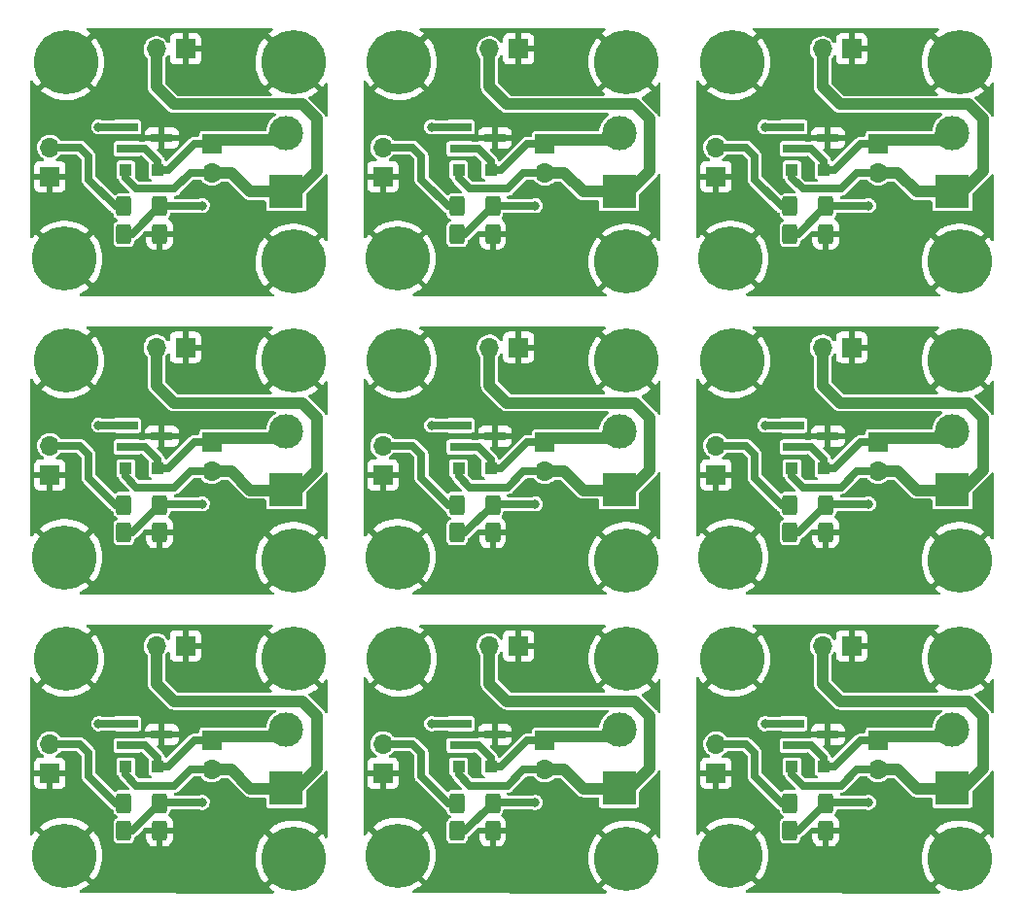
<source format=gtl>
%MOIN*%
%OFA0B0*%
%FSLAX46Y46*%
%IPPOS*%
%LPD*%
%AMRoundRect*
4,1,4,
0.07874015748031496,0.11811023622047245,
0.15748031496062992,0.19685039370078741,
0.23622047244094491,0.27559055118110237,
0.31496062992125984,0.35433070866141736,
0.07874015748031496,0.11811023622047245,
0*
1,1,$1,$2,$3*
1,1,$1,$2,$3*
1,1,$1,$2,$3*
1,1,$1,$2,$3*
20,1,$1,$2,$3,$4,$5,0*
20,1,$1,$2,$3,$4,$5,0*
20,1,$1,$2,$3,$4,$5,0*
20,1,$1,$2,$3,$4,$5,0*%
%AMCOMP1*
4,1,3,
-0.015748031496062995,-0.024606299212598427,
0.015748031496062995,-0.024606299212598427,
0.015748031496062995,0.024606299212598427,
-0.015748031496062995,0.024606299212598427,
0*
4,1,19,
-0.015748031496062995,-0.014763779527559057,
-0.012706525645915873,-0.015245506729378409,
-0.0099627435797984935,-0.016643533519931621,
-0.0077852658033961877,-0.018821011296333928,
-0.0063872390128429787,-0.021564793362451307,
-0.0059055118110236228,-0.024606299212598427,
-0.006387239012842977,-0.027647805062745546,
-0.0077852658033961877,-0.030391587128862925,
-0.0099627435797984918,-0.032569064905265233,
-0.012706525645915873,-0.033967091695818442,
-0.015748031496062992,-0.034448818897637797,
-0.018789537346210118,-0.033967091695818442,
-0.02153331941232749,-0.032569064905265233,
-0.0237107971887298,-0.030391587128862928,
-0.025108823979283011,-0.027647805062745546,
-0.025590551181102365,-0.024606299212598427,
-0.025108823979283011,-0.021564793362451307,
-0.0237107971887298,-0.018821011296333928,
-0.021533319412327497,-0.016643533519931621,
-0.018789537346210118,-0.015245506729378409,
0*
4,1,19,
0.015748031496062995,-0.014763779527559057,
0.018789537346210115,-0.015245506729378409,
0.02153331941232749,-0.016643533519931621,
0.0237107971887298,-0.018821011296333928,
0.025108823979283011,-0.021564793362451307,
0.025590551181102365,-0.024606299212598427,
0.025108823979283011,-0.027647805062745546,
0.0237107971887298,-0.030391587128862925,
0.021533319412327497,-0.032569064905265233,
0.018789537346210115,-0.033967091695818442,
0.015748031496062995,-0.034448818897637797,
0.012706525645915871,-0.033967091695818442,
0.009962743579798497,-0.032569064905265233,
0.0077852658033961885,-0.030391587128862928,
0.0063872390128429787,-0.027647805062745546,
0.0059055118110236228,-0.024606299212598427,
0.006387239012842977,-0.021564793362451307,
0.0077852658033961868,-0.018821011296333928,
0.0099627435797984918,-0.016643533519931621,
0.012706525645915871,-0.015245506729378409,
0*
4,1,19,
0.015748031496062995,0.034448818897637797,
0.018789537346210115,0.033967091695818442,
0.02153331941232749,0.032569064905265233,
0.0237107971887298,0.030391587128862928,
0.025108823979283011,0.027647805062745546,
0.025590551181102365,0.024606299212598427,
0.025108823979283011,0.021564793362451307,
0.0237107971887298,0.018821011296333928,
0.021533319412327497,0.016643533519931621,
0.018789537346210115,0.015245506729378409,
0.015748031496062995,0.014763779527559057,
0.012706525645915871,0.015245506729378409,
0.009962743579798497,0.016643533519931621,
0.0077852658033961885,0.018821011296333925,
0.0063872390128429787,0.021564793362451307,
0.0059055118110236228,0.024606299212598427,
0.006387239012842977,0.027647805062745546,
0.0077852658033961868,0.030391587128862925,
0.0099627435797984918,0.032569064905265233,
0.012706525645915871,0.033967091695818442,
0*
4,1,19,
-0.015748031496062995,0.034448818897637797,
-0.012706525645915873,0.033967091695818442,
-0.0099627435797984935,0.032569064905265233,
-0.0077852658033961877,0.030391587128862928,
-0.0063872390128429787,0.027647805062745546,
-0.0059055118110236228,0.024606299212598427,
-0.006387239012842977,0.021564793362451307,
-0.0077852658033961877,0.018821011296333928,
-0.0099627435797984918,0.016643533519931621,
-0.012706525645915873,0.015245506729378409,
-0.015748031496062992,0.014763779527559057,
-0.018789537346210118,0.015245506729378409,
-0.02153331941232749,0.016643533519931621,
-0.0237107971887298,0.018821011296333925,
-0.025108823979283011,0.021564793362451307,
-0.025590551181102365,0.024606299212598427,
-0.025108823979283011,0.027647805062745546,
-0.0237107971887298,0.030391587128862925,
-0.021533319412327497,0.032569064905265233,
-0.018789537346210118,0.033967091695818442,
0*
4,1,3,
-0.015748031496062995,-0.034448818897637797,
-0.015748031496062995,-0.014763779527559057,
0.015748031496062995,-0.014763779527559057,
0.015748031496062995,-0.034448818897637797,
0*
4,1,3,
0.025590551181102365,-0.024606299212598427,
0.0059055118110236228,-0.024606299212598427,
0.0059055118110236228,0.024606299212598427,
0.025590551181102365,0.024606299212598427,
0*
4,1,3,
0.015748031496062995,0.034448818897637797,
0.015748031496062995,0.014763779527559057,
-0.015748031496062995,0.014763779527559057,
-0.015748031496062995,0.034448818897637797,
0*
4,1,3,
-0.025590551181102365,0.024606299212598427,
-0.0059055118110236228,0.024606299212598427,
-0.0059055118110236228,-0.024606299212598427,
-0.025590551181102365,-0.024606299212598427,
0*%
%AMCOMP2*
4,1,3,
0.015748031496062995,0.024606299212598427,
-0.015748031496062995,0.024606299212598427,
-0.015748031496062995,-0.024606299212598427,
0.015748031496062995,-0.024606299212598427,
0*
4,1,19,
0.015748031496062995,0.034448818897637797,
0.018789537346210115,0.033967091695818442,
0.02153331941232749,0.032569064905265233,
0.0237107971887298,0.030391587128862928,
0.025108823979283011,0.027647805062745546,
0.025590551181102365,0.024606299212598427,
0.025108823979283011,0.021564793362451307,
0.0237107971887298,0.018821011296333928,
0.021533319412327497,0.016643533519931621,
0.018789537346210115,0.015245506729378409,
0.015748031496062995,0.014763779527559057,
0.012706525645915871,0.015245506729378409,
0.009962743579798497,0.016643533519931621,
0.0077852658033961885,0.018821011296333925,
0.0063872390128429787,0.021564793362451307,
0.0059055118110236228,0.024606299212598427,
0.006387239012842977,0.027647805062745546,
0.0077852658033961868,0.030391587128862925,
0.0099627435797984918,0.032569064905265233,
0.012706525645915871,0.033967091695818442,
0*
4,1,19,
-0.015748031496062995,0.034448818897637797,
-0.012706525645915873,0.033967091695818442,
-0.0099627435797984935,0.032569064905265233,
-0.0077852658033961877,0.030391587128862928,
-0.0063872390128429787,0.027647805062745546,
-0.0059055118110236228,0.024606299212598427,
-0.006387239012842977,0.021564793362451307,
-0.0077852658033961877,0.018821011296333928,
-0.0099627435797984918,0.016643533519931621,
-0.012706525645915873,0.015245506729378409,
-0.015748031496062992,0.014763779527559057,
-0.018789537346210118,0.015245506729378409,
-0.02153331941232749,0.016643533519931621,
-0.0237107971887298,0.018821011296333925,
-0.025108823979283011,0.021564793362451307,
-0.025590551181102365,0.024606299212598427,
-0.025108823979283011,0.027647805062745546,
-0.0237107971887298,0.030391587128862925,
-0.021533319412327497,0.032569064905265233,
-0.018789537346210118,0.033967091695818442,
0*
4,1,19,
-0.015748031496062995,-0.014763779527559057,
-0.012706525645915873,-0.015245506729378409,
-0.0099627435797984935,-0.016643533519931621,
-0.0077852658033961877,-0.018821011296333928,
-0.0063872390128429787,-0.021564793362451307,
-0.0059055118110236228,-0.024606299212598427,
-0.006387239012842977,-0.027647805062745546,
-0.0077852658033961877,-0.030391587128862925,
-0.0099627435797984918,-0.032569064905265233,
-0.012706525645915873,-0.033967091695818442,
-0.015748031496062992,-0.034448818897637797,
-0.018789537346210118,-0.033967091695818442,
-0.02153331941232749,-0.032569064905265233,
-0.0237107971887298,-0.030391587128862928,
-0.025108823979283011,-0.027647805062745546,
-0.025590551181102365,-0.024606299212598427,
-0.025108823979283011,-0.021564793362451307,
-0.0237107971887298,-0.018821011296333928,
-0.021533319412327497,-0.016643533519931621,
-0.018789537346210118,-0.015245506729378409,
0*
4,1,19,
0.015748031496062995,-0.014763779527559057,
0.018789537346210115,-0.015245506729378409,
0.02153331941232749,-0.016643533519931621,
0.0237107971887298,-0.018821011296333928,
0.025108823979283011,-0.021564793362451307,
0.025590551181102365,-0.024606299212598427,
0.025108823979283011,-0.027647805062745546,
0.0237107971887298,-0.030391587128862925,
0.021533319412327497,-0.032569064905265233,
0.018789537346210115,-0.033967091695818442,
0.015748031496062995,-0.034448818897637797,
0.012706525645915871,-0.033967091695818442,
0.009962743579798497,-0.032569064905265233,
0.0077852658033961885,-0.030391587128862928,
0.0063872390128429787,-0.027647805062745546,
0.0059055118110236228,-0.024606299212598427,
0.006387239012842977,-0.021564793362451307,
0.0077852658033961868,-0.018821011296333928,
0.0099627435797984918,-0.016643533519931621,
0.012706525645915871,-0.015245506729378409,
0*
4,1,3,
0.015748031496062995,0.034448818897637797,
0.015748031496062995,0.014763779527559057,
-0.015748031496062995,0.014763779527559057,
-0.015748031496062995,0.034448818897637797,
0*
4,1,3,
-0.025590551181102365,0.024606299212598427,
-0.0059055118110236228,0.024606299212598427,
-0.0059055118110236228,-0.024606299212598427,
-0.025590551181102365,-0.024606299212598427,
0*
4,1,3,
-0.015748031496062995,-0.034448818897637797,
-0.015748031496062995,-0.014763779527559057,
0.015748031496062995,-0.014763779527559057,
0.015748031496062995,-0.034448818897637797,
0*
4,1,3,
0.025590551181102365,-0.024606299212598427,
0.0059055118110236228,-0.024606299212598427,
0.0059055118110236228,0.024606299212598427,
0.025590551181102365,0.024606299212598427,
0*%
%AMRoundRect0*
4,1,4,
0.07874015748031496,0.11811023622047245,
0.15748031496062992,0.19685039370078741,
0.23622047244094491,0.27559055118110237,
0.31496062992125984,0.35433070866141736,
0.07874015748031496,0.11811023622047245,
0*
1,1,$1,$2,$3*
1,1,$1,$2,$3*
1,1,$1,$2,$3*
1,1,$1,$2,$3*
20,1,$1,$2,$3,$4,$5,0*
20,1,$1,$2,$3,$4,$5,0*
20,1,$1,$2,$3,$4,$5,0*
20,1,$1,$2,$3,$4,$5,0*%
%AMCOMP90*
4,1,3,
-0.015748031496062995,-0.024606299212598427,
0.015748031496062995,-0.024606299212598427,
0.015748031496062995,0.024606299212598427,
-0.015748031496062995,0.024606299212598427,
0*
4,1,19,
-0.015748031496062995,-0.014763779527559057,
-0.012706525645915873,-0.015245506729378409,
-0.0099627435797984935,-0.016643533519931621,
-0.0077852658033961877,-0.018821011296333928,
-0.0063872390128429787,-0.021564793362451307,
-0.0059055118110236228,-0.024606299212598427,
-0.006387239012842977,-0.027647805062745546,
-0.0077852658033961877,-0.030391587128862925,
-0.0099627435797984918,-0.032569064905265233,
-0.012706525645915873,-0.033967091695818442,
-0.015748031496062992,-0.034448818897637797,
-0.018789537346210118,-0.033967091695818442,
-0.02153331941232749,-0.032569064905265233,
-0.0237107971887298,-0.030391587128862928,
-0.025108823979283011,-0.027647805062745546,
-0.025590551181102365,-0.024606299212598427,
-0.025108823979283011,-0.021564793362451307,
-0.0237107971887298,-0.018821011296333928,
-0.021533319412327497,-0.016643533519931621,
-0.018789537346210118,-0.015245506729378409,
0*
4,1,19,
0.015748031496062995,-0.014763779527559057,
0.018789537346210115,-0.015245506729378409,
0.02153331941232749,-0.016643533519931621,
0.0237107971887298,-0.018821011296333928,
0.025108823979283011,-0.021564793362451307,
0.025590551181102365,-0.024606299212598427,
0.025108823979283011,-0.027647805062745546,
0.0237107971887298,-0.030391587128862925,
0.021533319412327497,-0.032569064905265233,
0.018789537346210115,-0.033967091695818442,
0.015748031496062995,-0.034448818897637797,
0.012706525645915871,-0.033967091695818442,
0.009962743579798497,-0.032569064905265233,
0.0077852658033961885,-0.030391587128862928,
0.0063872390128429787,-0.027647805062745546,
0.0059055118110236228,-0.024606299212598427,
0.006387239012842977,-0.021564793362451307,
0.0077852658033961868,-0.018821011296333928,
0.0099627435797984918,-0.016643533519931621,
0.012706525645915871,-0.015245506729378409,
0*
4,1,19,
0.015748031496062995,0.034448818897637797,
0.018789537346210115,0.033967091695818442,
0.02153331941232749,0.032569064905265233,
0.0237107971887298,0.030391587128862928,
0.025108823979283011,0.027647805062745546,
0.025590551181102365,0.024606299212598427,
0.025108823979283011,0.021564793362451307,
0.0237107971887298,0.018821011296333928,
0.021533319412327497,0.016643533519931621,
0.018789537346210115,0.015245506729378409,
0.015748031496062995,0.014763779527559057,
0.012706525645915871,0.015245506729378409,
0.009962743579798497,0.016643533519931621,
0.0077852658033961885,0.018821011296333925,
0.0063872390128429787,0.021564793362451307,
0.0059055118110236228,0.024606299212598427,
0.006387239012842977,0.027647805062745546,
0.0077852658033961868,0.030391587128862925,
0.0099627435797984918,0.032569064905265233,
0.012706525645915871,0.033967091695818442,
0*
4,1,19,
-0.015748031496062995,0.034448818897637797,
-0.012706525645915873,0.033967091695818442,
-0.0099627435797984935,0.032569064905265233,
-0.0077852658033961877,0.030391587128862928,
-0.0063872390128429787,0.027647805062745546,
-0.0059055118110236228,0.024606299212598427,
-0.006387239012842977,0.021564793362451307,
-0.0077852658033961877,0.018821011296333928,
-0.0099627435797984918,0.016643533519931621,
-0.012706525645915873,0.015245506729378409,
-0.015748031496062992,0.014763779527559057,
-0.018789537346210118,0.015245506729378409,
-0.02153331941232749,0.016643533519931621,
-0.0237107971887298,0.018821011296333925,
-0.025108823979283011,0.021564793362451307,
-0.025590551181102365,0.024606299212598427,
-0.025108823979283011,0.027647805062745546,
-0.0237107971887298,0.030391587128862925,
-0.021533319412327497,0.032569064905265233,
-0.018789537346210118,0.033967091695818442,
0*
4,1,3,
-0.015748031496062995,-0.034448818897637797,
-0.015748031496062995,-0.014763779527559057,
0.015748031496062995,-0.014763779527559057,
0.015748031496062995,-0.034448818897637797,
0*
4,1,3,
0.025590551181102365,-0.024606299212598427,
0.0059055118110236228,-0.024606299212598427,
0.0059055118110236228,0.024606299212598427,
0.025590551181102365,0.024606299212598427,
0*
4,1,3,
0.015748031496062995,0.034448818897637797,
0.015748031496062995,0.014763779527559057,
-0.015748031496062995,0.014763779527559057,
-0.015748031496062995,0.034448818897637797,
0*
4,1,3,
-0.025590551181102365,0.024606299212598427,
-0.0059055118110236228,0.024606299212598427,
-0.0059055118110236228,-0.024606299212598427,
-0.025590551181102365,-0.024606299212598427,
0*%
%AMCOMP100*
4,1,3,
0.015748031496062995,0.024606299212598427,
-0.015748031496062995,0.024606299212598427,
-0.015748031496062995,-0.024606299212598427,
0.015748031496062995,-0.024606299212598427,
0*
4,1,19,
0.015748031496062995,0.034448818897637797,
0.018789537346210115,0.033967091695818442,
0.02153331941232749,0.032569064905265233,
0.0237107971887298,0.030391587128862928,
0.025108823979283011,0.027647805062745546,
0.025590551181102365,0.024606299212598427,
0.025108823979283011,0.021564793362451307,
0.0237107971887298,0.018821011296333928,
0.021533319412327497,0.016643533519931621,
0.018789537346210115,0.015245506729378409,
0.015748031496062995,0.014763779527559057,
0.012706525645915871,0.015245506729378409,
0.009962743579798497,0.016643533519931621,
0.0077852658033961885,0.018821011296333925,
0.0063872390128429787,0.021564793362451307,
0.0059055118110236228,0.024606299212598427,
0.006387239012842977,0.027647805062745546,
0.0077852658033961868,0.030391587128862925,
0.0099627435797984918,0.032569064905265233,
0.012706525645915871,0.033967091695818442,
0*
4,1,19,
-0.015748031496062995,0.034448818897637797,
-0.012706525645915873,0.033967091695818442,
-0.0099627435797984935,0.032569064905265233,
-0.0077852658033961877,0.030391587128862928,
-0.0063872390128429787,0.027647805062745546,
-0.0059055118110236228,0.024606299212598427,
-0.006387239012842977,0.021564793362451307,
-0.0077852658033961877,0.018821011296333928,
-0.0099627435797984918,0.016643533519931621,
-0.012706525645915873,0.015245506729378409,
-0.015748031496062992,0.014763779527559057,
-0.018789537346210118,0.015245506729378409,
-0.02153331941232749,0.016643533519931621,
-0.0237107971887298,0.018821011296333925,
-0.025108823979283011,0.021564793362451307,
-0.025590551181102365,0.024606299212598427,
-0.025108823979283011,0.027647805062745546,
-0.0237107971887298,0.030391587128862925,
-0.021533319412327497,0.032569064905265233,
-0.018789537346210118,0.033967091695818442,
0*
4,1,19,
-0.015748031496062995,-0.014763779527559057,
-0.012706525645915873,-0.015245506729378409,
-0.0099627435797984935,-0.016643533519931621,
-0.0077852658033961877,-0.018821011296333928,
-0.0063872390128429787,-0.021564793362451307,
-0.0059055118110236228,-0.024606299212598427,
-0.006387239012842977,-0.027647805062745546,
-0.0077852658033961877,-0.030391587128862925,
-0.0099627435797984918,-0.032569064905265233,
-0.012706525645915873,-0.033967091695818442,
-0.015748031496062992,-0.034448818897637797,
-0.018789537346210118,-0.033967091695818442,
-0.02153331941232749,-0.032569064905265233,
-0.0237107971887298,-0.030391587128862928,
-0.025108823979283011,-0.027647805062745546,
-0.025590551181102365,-0.024606299212598427,
-0.025108823979283011,-0.021564793362451307,
-0.0237107971887298,-0.018821011296333928,
-0.021533319412327497,-0.016643533519931621,
-0.018789537346210118,-0.015245506729378409,
0*
4,1,19,
0.015748031496062995,-0.014763779527559057,
0.018789537346210115,-0.015245506729378409,
0.02153331941232749,-0.016643533519931621,
0.0237107971887298,-0.018821011296333928,
0.025108823979283011,-0.021564793362451307,
0.025590551181102365,-0.024606299212598427,
0.025108823979283011,-0.027647805062745546,
0.0237107971887298,-0.030391587128862925,
0.021533319412327497,-0.032569064905265233,
0.018789537346210115,-0.033967091695818442,
0.015748031496062995,-0.034448818897637797,
0.012706525645915871,-0.033967091695818442,
0.009962743579798497,-0.032569064905265233,
0.0077852658033961885,-0.030391587128862928,
0.0063872390128429787,-0.027647805062745546,
0.0059055118110236228,-0.024606299212598427,
0.006387239012842977,-0.021564793362451307,
0.0077852658033961868,-0.018821011296333928,
0.0099627435797984918,-0.016643533519931621,
0.012706525645915871,-0.015245506729378409,
0*
4,1,3,
0.015748031496062995,0.034448818897637797,
0.015748031496062995,0.014763779527559057,
-0.015748031496062995,0.014763779527559057,
-0.015748031496062995,0.034448818897637797,
0*
4,1,3,
-0.025590551181102365,0.024606299212598427,
-0.0059055118110236228,0.024606299212598427,
-0.0059055118110236228,-0.024606299212598427,
-0.025590551181102365,-0.024606299212598427,
0*
4,1,3,
-0.015748031496062995,-0.034448818897637797,
-0.015748031496062995,-0.014763779527559057,
0.015748031496062995,-0.014763779527559057,
0.015748031496062995,-0.034448818897637797,
0*
4,1,3,
0.025590551181102365,-0.024606299212598427,
0.0059055118110236228,-0.024606299212598427,
0.0059055118110236228,0.024606299212598427,
0.025590551181102365,0.024606299212598427,
0*%
%AMRoundRect1*
4,1,4,
0.07874015748031496,0.11811023622047245,
0.15748031496062992,0.19685039370078741,
0.23622047244094491,0.27559055118110237,
0.31496062992125984,0.35433070866141736,
0.07874015748031496,0.11811023622047245,
0*
1,1,$1,$2,$3*
1,1,$1,$2,$3*
1,1,$1,$2,$3*
1,1,$1,$2,$3*
20,1,$1,$2,$3,$4,$5,0*
20,1,$1,$2,$3,$4,$5,0*
20,1,$1,$2,$3,$4,$5,0*
20,1,$1,$2,$3,$4,$5,0*%
%AMCOMP170*
4,1,3,
-0.015748031496062995,-0.024606299212598427,
0.015748031496062995,-0.024606299212598427,
0.015748031496062995,0.024606299212598427,
-0.015748031496062995,0.024606299212598427,
0*
4,1,19,
-0.015748031496062995,-0.014763779527559057,
-0.012706525645915873,-0.015245506729378409,
-0.0099627435797984935,-0.016643533519931621,
-0.0077852658033961877,-0.018821011296333928,
-0.0063872390128429787,-0.021564793362451307,
-0.0059055118110236228,-0.024606299212598427,
-0.006387239012842977,-0.027647805062745546,
-0.0077852658033961877,-0.030391587128862925,
-0.0099627435797984918,-0.032569064905265233,
-0.012706525645915873,-0.033967091695818442,
-0.015748031496062992,-0.034448818897637797,
-0.018789537346210118,-0.033967091695818442,
-0.02153331941232749,-0.032569064905265233,
-0.0237107971887298,-0.030391587128862928,
-0.025108823979283011,-0.027647805062745546,
-0.025590551181102365,-0.024606299212598427,
-0.025108823979283011,-0.021564793362451307,
-0.0237107971887298,-0.018821011296333928,
-0.021533319412327497,-0.016643533519931621,
-0.018789537346210118,-0.015245506729378409,
0*
4,1,19,
0.015748031496062995,-0.014763779527559057,
0.018789537346210115,-0.015245506729378409,
0.02153331941232749,-0.016643533519931621,
0.0237107971887298,-0.018821011296333928,
0.025108823979283011,-0.021564793362451307,
0.025590551181102365,-0.024606299212598427,
0.025108823979283011,-0.027647805062745546,
0.0237107971887298,-0.030391587128862925,
0.021533319412327497,-0.032569064905265233,
0.018789537346210115,-0.033967091695818442,
0.015748031496062995,-0.034448818897637797,
0.012706525645915871,-0.033967091695818442,
0.009962743579798497,-0.032569064905265233,
0.0077852658033961885,-0.030391587128862928,
0.0063872390128429787,-0.027647805062745546,
0.0059055118110236228,-0.024606299212598427,
0.006387239012842977,-0.021564793362451307,
0.0077852658033961868,-0.018821011296333928,
0.0099627435797984918,-0.016643533519931621,
0.012706525645915871,-0.015245506729378409,
0*
4,1,19,
0.015748031496062995,0.034448818897637797,
0.018789537346210115,0.033967091695818442,
0.02153331941232749,0.032569064905265233,
0.0237107971887298,0.030391587128862928,
0.025108823979283011,0.027647805062745546,
0.025590551181102365,0.024606299212598427,
0.025108823979283011,0.021564793362451307,
0.0237107971887298,0.018821011296333928,
0.021533319412327497,0.016643533519931621,
0.018789537346210115,0.015245506729378409,
0.015748031496062995,0.014763779527559057,
0.012706525645915871,0.015245506729378409,
0.009962743579798497,0.016643533519931621,
0.0077852658033961885,0.018821011296333925,
0.0063872390128429787,0.021564793362451307,
0.0059055118110236228,0.024606299212598427,
0.006387239012842977,0.027647805062745546,
0.0077852658033961868,0.030391587128862925,
0.0099627435797984918,0.032569064905265233,
0.012706525645915871,0.033967091695818442,
0*
4,1,19,
-0.015748031496062995,0.034448818897637797,
-0.012706525645915873,0.033967091695818442,
-0.0099627435797984935,0.032569064905265233,
-0.0077852658033961877,0.030391587128862928,
-0.0063872390128429787,0.027647805062745546,
-0.0059055118110236228,0.024606299212598427,
-0.006387239012842977,0.021564793362451307,
-0.0077852658033961877,0.018821011296333928,
-0.0099627435797984918,0.016643533519931621,
-0.012706525645915873,0.015245506729378409,
-0.015748031496062992,0.014763779527559057,
-0.018789537346210118,0.015245506729378409,
-0.02153331941232749,0.016643533519931621,
-0.0237107971887298,0.018821011296333925,
-0.025108823979283011,0.021564793362451307,
-0.025590551181102365,0.024606299212598427,
-0.025108823979283011,0.027647805062745546,
-0.0237107971887298,0.030391587128862925,
-0.021533319412327497,0.032569064905265233,
-0.018789537346210118,0.033967091695818442,
0*
4,1,3,
-0.015748031496062995,-0.034448818897637797,
-0.015748031496062995,-0.014763779527559057,
0.015748031496062995,-0.014763779527559057,
0.015748031496062995,-0.034448818897637797,
0*
4,1,3,
0.025590551181102365,-0.024606299212598427,
0.0059055118110236228,-0.024606299212598427,
0.0059055118110236228,0.024606299212598427,
0.025590551181102365,0.024606299212598427,
0*
4,1,3,
0.015748031496062995,0.034448818897637797,
0.015748031496062995,0.014763779527559057,
-0.015748031496062995,0.014763779527559057,
-0.015748031496062995,0.034448818897637797,
0*
4,1,3,
-0.025590551181102365,0.024606299212598427,
-0.0059055118110236228,0.024606299212598427,
-0.0059055118110236228,-0.024606299212598427,
-0.025590551181102365,-0.024606299212598427,
0*%
%AMCOMP180*
4,1,3,
0.015748031496062995,0.024606299212598427,
-0.015748031496062995,0.024606299212598427,
-0.015748031496062995,-0.024606299212598427,
0.015748031496062995,-0.024606299212598427,
0*
4,1,19,
0.015748031496062995,0.034448818897637797,
0.018789537346210115,0.033967091695818442,
0.02153331941232749,0.032569064905265233,
0.0237107971887298,0.030391587128862928,
0.025108823979283011,0.027647805062745546,
0.025590551181102365,0.024606299212598427,
0.025108823979283011,0.021564793362451307,
0.0237107971887298,0.018821011296333928,
0.021533319412327497,0.016643533519931621,
0.018789537346210115,0.015245506729378409,
0.015748031496062995,0.014763779527559057,
0.012706525645915871,0.015245506729378409,
0.009962743579798497,0.016643533519931621,
0.0077852658033961885,0.018821011296333925,
0.0063872390128429787,0.021564793362451307,
0.0059055118110236228,0.024606299212598427,
0.006387239012842977,0.027647805062745546,
0.0077852658033961868,0.030391587128862925,
0.0099627435797984918,0.032569064905265233,
0.012706525645915871,0.033967091695818442,
0*
4,1,19,
-0.015748031496062995,0.034448818897637797,
-0.012706525645915873,0.033967091695818442,
-0.0099627435797984935,0.032569064905265233,
-0.0077852658033961877,0.030391587128862928,
-0.0063872390128429787,0.027647805062745546,
-0.0059055118110236228,0.024606299212598427,
-0.006387239012842977,0.021564793362451307,
-0.0077852658033961877,0.018821011296333928,
-0.0099627435797984918,0.016643533519931621,
-0.012706525645915873,0.015245506729378409,
-0.015748031496062992,0.014763779527559057,
-0.018789537346210118,0.015245506729378409,
-0.02153331941232749,0.016643533519931621,
-0.0237107971887298,0.018821011296333925,
-0.025108823979283011,0.021564793362451307,
-0.025590551181102365,0.024606299212598427,
-0.025108823979283011,0.027647805062745546,
-0.0237107971887298,0.030391587128862925,
-0.021533319412327497,0.032569064905265233,
-0.018789537346210118,0.033967091695818442,
0*
4,1,19,
-0.015748031496062995,-0.014763779527559057,
-0.012706525645915873,-0.015245506729378409,
-0.0099627435797984935,-0.016643533519931621,
-0.0077852658033961877,-0.018821011296333928,
-0.0063872390128429787,-0.021564793362451307,
-0.0059055118110236228,-0.024606299212598427,
-0.006387239012842977,-0.027647805062745546,
-0.0077852658033961877,-0.030391587128862925,
-0.0099627435797984918,-0.032569064905265233,
-0.012706525645915873,-0.033967091695818442,
-0.015748031496062992,-0.034448818897637797,
-0.018789537346210118,-0.033967091695818442,
-0.02153331941232749,-0.032569064905265233,
-0.0237107971887298,-0.030391587128862928,
-0.025108823979283011,-0.027647805062745546,
-0.025590551181102365,-0.024606299212598427,
-0.025108823979283011,-0.021564793362451307,
-0.0237107971887298,-0.018821011296333928,
-0.021533319412327497,-0.016643533519931621,
-0.018789537346210118,-0.015245506729378409,
0*
4,1,19,
0.015748031496062995,-0.014763779527559057,
0.018789537346210115,-0.015245506729378409,
0.02153331941232749,-0.016643533519931621,
0.0237107971887298,-0.018821011296333928,
0.025108823979283011,-0.021564793362451307,
0.025590551181102365,-0.024606299212598427,
0.025108823979283011,-0.027647805062745546,
0.0237107971887298,-0.030391587128862925,
0.021533319412327497,-0.032569064905265233,
0.018789537346210115,-0.033967091695818442,
0.015748031496062995,-0.034448818897637797,
0.012706525645915871,-0.033967091695818442,
0.009962743579798497,-0.032569064905265233,
0.0077852658033961885,-0.030391587128862928,
0.0063872390128429787,-0.027647805062745546,
0.0059055118110236228,-0.024606299212598427,
0.006387239012842977,-0.021564793362451307,
0.0077852658033961868,-0.018821011296333928,
0.0099627435797984918,-0.016643533519931621,
0.012706525645915871,-0.015245506729378409,
0*
4,1,3,
0.015748031496062995,0.034448818897637797,
0.015748031496062995,0.014763779527559057,
-0.015748031496062995,0.014763779527559057,
-0.015748031496062995,0.034448818897637797,
0*
4,1,3,
-0.025590551181102365,0.024606299212598427,
-0.0059055118110236228,0.024606299212598427,
-0.0059055118110236228,-0.024606299212598427,
-0.025590551181102365,-0.024606299212598427,
0*
4,1,3,
-0.015748031496062995,-0.034448818897637797,
-0.015748031496062995,-0.014763779527559057,
0.015748031496062995,-0.014763779527559057,
0.015748031496062995,-0.034448818897637797,
0*
4,1,3,
0.025590551181102365,-0.024606299212598427,
0.0059055118110236228,-0.024606299212598427,
0.0059055118110236228,0.024606299212598427,
0.025590551181102365,0.024606299212598427,
0*%
%AMRoundRect0*
4,1,4,
0.07874015748031496,0.11811023622047245,
0.15748031496062992,0.19685039370078741,
0.23622047244094491,0.27559055118110237,
0.31496062992125984,0.35433070866141736,
0.07874015748031496,0.11811023622047245,
0*
1,1,$1,$2,$3*
1,1,$1,$2,$3*
1,1,$1,$2,$3*
1,1,$1,$2,$3*
20,1,$1,$2,$3,$4,$5,0*
20,1,$1,$2,$3,$4,$5,0*
20,1,$1,$2,$3,$4,$5,0*
20,1,$1,$2,$3,$4,$5,0*%
%AMCOMP250*
4,1,3,
-0.015748031496062995,-0.024606299212598427,
0.015748031496062995,-0.024606299212598427,
0.015748031496062995,0.024606299212598427,
-0.015748031496062995,0.024606299212598427,
0*
4,1,19,
-0.015748031496062995,-0.014763779527559057,
-0.012706525645915873,-0.015245506729378409,
-0.0099627435797984935,-0.016643533519931621,
-0.0077852658033961877,-0.018821011296333928,
-0.0063872390128429787,-0.021564793362451307,
-0.0059055118110236228,-0.024606299212598427,
-0.006387239012842977,-0.027647805062745546,
-0.0077852658033961877,-0.030391587128862925,
-0.0099627435797984918,-0.032569064905265233,
-0.012706525645915873,-0.033967091695818442,
-0.015748031496062992,-0.034448818897637797,
-0.018789537346210118,-0.033967091695818442,
-0.02153331941232749,-0.032569064905265233,
-0.0237107971887298,-0.030391587128862928,
-0.025108823979283011,-0.027647805062745546,
-0.025590551181102365,-0.024606299212598427,
-0.025108823979283011,-0.021564793362451307,
-0.0237107971887298,-0.018821011296333928,
-0.021533319412327497,-0.016643533519931621,
-0.018789537346210118,-0.015245506729378409,
0*
4,1,19,
0.015748031496062995,-0.014763779527559057,
0.018789537346210115,-0.015245506729378409,
0.02153331941232749,-0.016643533519931621,
0.0237107971887298,-0.018821011296333928,
0.025108823979283011,-0.021564793362451307,
0.025590551181102365,-0.024606299212598427,
0.025108823979283011,-0.027647805062745546,
0.0237107971887298,-0.030391587128862925,
0.021533319412327497,-0.032569064905265233,
0.018789537346210115,-0.033967091695818442,
0.015748031496062995,-0.034448818897637797,
0.012706525645915871,-0.033967091695818442,
0.009962743579798497,-0.032569064905265233,
0.0077852658033961885,-0.030391587128862928,
0.0063872390128429787,-0.027647805062745546,
0.0059055118110236228,-0.024606299212598427,
0.006387239012842977,-0.021564793362451307,
0.0077852658033961868,-0.018821011296333928,
0.0099627435797984918,-0.016643533519931621,
0.012706525645915871,-0.015245506729378409,
0*
4,1,19,
0.015748031496062995,0.034448818897637797,
0.018789537346210115,0.033967091695818442,
0.02153331941232749,0.032569064905265233,
0.0237107971887298,0.030391587128862928,
0.025108823979283011,0.027647805062745546,
0.025590551181102365,0.024606299212598427,
0.025108823979283011,0.021564793362451307,
0.0237107971887298,0.018821011296333928,
0.021533319412327497,0.016643533519931621,
0.018789537346210115,0.015245506729378409,
0.015748031496062995,0.014763779527559057,
0.012706525645915871,0.015245506729378409,
0.009962743579798497,0.016643533519931621,
0.0077852658033961885,0.018821011296333925,
0.0063872390128429787,0.021564793362451307,
0.0059055118110236228,0.024606299212598427,
0.006387239012842977,0.027647805062745546,
0.0077852658033961868,0.030391587128862925,
0.0099627435797984918,0.032569064905265233,
0.012706525645915871,0.033967091695818442,
0*
4,1,19,
-0.015748031496062995,0.034448818897637797,
-0.012706525645915873,0.033967091695818442,
-0.0099627435797984935,0.032569064905265233,
-0.0077852658033961877,0.030391587128862928,
-0.0063872390128429787,0.027647805062745546,
-0.0059055118110236228,0.024606299212598427,
-0.006387239012842977,0.021564793362451307,
-0.0077852658033961877,0.018821011296333928,
-0.0099627435797984918,0.016643533519931621,
-0.012706525645915873,0.015245506729378409,
-0.015748031496062992,0.014763779527559057,
-0.018789537346210118,0.015245506729378409,
-0.02153331941232749,0.016643533519931621,
-0.0237107971887298,0.018821011296333925,
-0.025108823979283011,0.021564793362451307,
-0.025590551181102365,0.024606299212598427,
-0.025108823979283011,0.027647805062745546,
-0.0237107971887298,0.030391587128862925,
-0.021533319412327497,0.032569064905265233,
-0.018789537346210118,0.033967091695818442,
0*
4,1,3,
-0.015748031496062995,-0.034448818897637797,
-0.015748031496062995,-0.014763779527559057,
0.015748031496062995,-0.014763779527559057,
0.015748031496062995,-0.034448818897637797,
0*
4,1,3,
0.025590551181102365,-0.024606299212598427,
0.0059055118110236228,-0.024606299212598427,
0.0059055118110236228,0.024606299212598427,
0.025590551181102365,0.024606299212598427,
0*
4,1,3,
0.015748031496062995,0.034448818897637797,
0.015748031496062995,0.014763779527559057,
-0.015748031496062995,0.014763779527559057,
-0.015748031496062995,0.034448818897637797,
0*
4,1,3,
-0.025590551181102365,0.024606299212598427,
-0.0059055118110236228,0.024606299212598427,
-0.0059055118110236228,-0.024606299212598427,
-0.025590551181102365,-0.024606299212598427,
0*%
%AMCOMP260*
4,1,3,
0.015748031496062995,0.024606299212598427,
-0.015748031496062995,0.024606299212598427,
-0.015748031496062995,-0.024606299212598427,
0.015748031496062995,-0.024606299212598427,
0*
4,1,19,
0.015748031496062995,0.034448818897637797,
0.018789537346210115,0.033967091695818442,
0.02153331941232749,0.032569064905265233,
0.0237107971887298,0.030391587128862928,
0.025108823979283011,0.027647805062745546,
0.025590551181102365,0.024606299212598427,
0.025108823979283011,0.021564793362451307,
0.0237107971887298,0.018821011296333928,
0.021533319412327497,0.016643533519931621,
0.018789537346210115,0.015245506729378409,
0.015748031496062995,0.014763779527559057,
0.012706525645915871,0.015245506729378409,
0.009962743579798497,0.016643533519931621,
0.0077852658033961885,0.018821011296333925,
0.0063872390128429787,0.021564793362451307,
0.0059055118110236228,0.024606299212598427,
0.006387239012842977,0.027647805062745546,
0.0077852658033961868,0.030391587128862925,
0.0099627435797984918,0.032569064905265233,
0.012706525645915871,0.033967091695818442,
0*
4,1,19,
-0.015748031496062995,0.034448818897637797,
-0.012706525645915873,0.033967091695818442,
-0.0099627435797984935,0.032569064905265233,
-0.0077852658033961877,0.030391587128862928,
-0.0063872390128429787,0.027647805062745546,
-0.0059055118110236228,0.024606299212598427,
-0.006387239012842977,0.021564793362451307,
-0.0077852658033961877,0.018821011296333928,
-0.0099627435797984918,0.016643533519931621,
-0.012706525645915873,0.015245506729378409,
-0.015748031496062992,0.014763779527559057,
-0.018789537346210118,0.015245506729378409,
-0.02153331941232749,0.016643533519931621,
-0.0237107971887298,0.018821011296333925,
-0.025108823979283011,0.021564793362451307,
-0.025590551181102365,0.024606299212598427,
-0.025108823979283011,0.027647805062745546,
-0.0237107971887298,0.030391587128862925,
-0.021533319412327497,0.032569064905265233,
-0.018789537346210118,0.033967091695818442,
0*
4,1,19,
-0.015748031496062995,-0.014763779527559057,
-0.012706525645915873,-0.015245506729378409,
-0.0099627435797984935,-0.016643533519931621,
-0.0077852658033961877,-0.018821011296333928,
-0.0063872390128429787,-0.021564793362451307,
-0.0059055118110236228,-0.024606299212598427,
-0.006387239012842977,-0.027647805062745546,
-0.0077852658033961877,-0.030391587128862925,
-0.0099627435797984918,-0.032569064905265233,
-0.012706525645915873,-0.033967091695818442,
-0.015748031496062992,-0.034448818897637797,
-0.018789537346210118,-0.033967091695818442,
-0.02153331941232749,-0.032569064905265233,
-0.0237107971887298,-0.030391587128862928,
-0.025108823979283011,-0.027647805062745546,
-0.025590551181102365,-0.024606299212598427,
-0.025108823979283011,-0.021564793362451307,
-0.0237107971887298,-0.018821011296333928,
-0.021533319412327497,-0.016643533519931621,
-0.018789537346210118,-0.015245506729378409,
0*
4,1,19,
0.015748031496062995,-0.014763779527559057,
0.018789537346210115,-0.015245506729378409,
0.02153331941232749,-0.016643533519931621,
0.0237107971887298,-0.018821011296333928,
0.025108823979283011,-0.021564793362451307,
0.025590551181102365,-0.024606299212598427,
0.025108823979283011,-0.027647805062745546,
0.0237107971887298,-0.030391587128862925,
0.021533319412327497,-0.032569064905265233,
0.018789537346210115,-0.033967091695818442,
0.015748031496062995,-0.034448818897637797,
0.012706525645915871,-0.033967091695818442,
0.009962743579798497,-0.032569064905265233,
0.0077852658033961885,-0.030391587128862928,
0.0063872390128429787,-0.027647805062745546,
0.0059055118110236228,-0.024606299212598427,
0.006387239012842977,-0.021564793362451307,
0.0077852658033961868,-0.018821011296333928,
0.0099627435797984918,-0.016643533519931621,
0.012706525645915871,-0.015245506729378409,
0*
4,1,3,
0.015748031496062995,0.034448818897637797,
0.015748031496062995,0.014763779527559057,
-0.015748031496062995,0.014763779527559057,
-0.015748031496062995,0.034448818897637797,
0*
4,1,3,
-0.025590551181102365,0.024606299212598427,
-0.0059055118110236228,0.024606299212598427,
-0.0059055118110236228,-0.024606299212598427,
-0.025590551181102365,-0.024606299212598427,
0*
4,1,3,
-0.015748031496062995,-0.034448818897637797,
-0.015748031496062995,-0.014763779527559057,
0.015748031496062995,-0.014763779527559057,
0.015748031496062995,-0.034448818897637797,
0*
4,1,3,
0.025590551181102365,-0.024606299212598427,
0.0059055118110236228,-0.024606299212598427,
0.0059055118110236228,0.024606299212598427,
0.025590551181102365,0.024606299212598427,
0*%
%AMRoundRect1*
4,1,4,
0.07874015748031496,0.11811023622047245,
0.15748031496062992,0.19685039370078741,
0.23622047244094491,0.27559055118110237,
0.31496062992125984,0.35433070866141736,
0.07874015748031496,0.11811023622047245,
0*
1,1,$1,$2,$3*
1,1,$1,$2,$3*
1,1,$1,$2,$3*
1,1,$1,$2,$3*
20,1,$1,$2,$3,$4,$5,0*
20,1,$1,$2,$3,$4,$5,0*
20,1,$1,$2,$3,$4,$5,0*
20,1,$1,$2,$3,$4,$5,0*%
%AMCOMP330*
4,1,3,
-0.015748031496062995,-0.024606299212598427,
0.015748031496062995,-0.024606299212598427,
0.015748031496062995,0.024606299212598427,
-0.015748031496062995,0.024606299212598427,
0*
4,1,19,
-0.015748031496062995,-0.014763779527559057,
-0.012706525645915873,-0.015245506729378409,
-0.0099627435797984935,-0.016643533519931621,
-0.0077852658033961877,-0.018821011296333928,
-0.0063872390128429787,-0.021564793362451307,
-0.0059055118110236228,-0.024606299212598427,
-0.006387239012842977,-0.027647805062745546,
-0.0077852658033961877,-0.030391587128862925,
-0.0099627435797984918,-0.032569064905265233,
-0.012706525645915873,-0.033967091695818442,
-0.015748031496062992,-0.034448818897637797,
-0.018789537346210118,-0.033967091695818442,
-0.02153331941232749,-0.032569064905265233,
-0.0237107971887298,-0.030391587128862928,
-0.025108823979283011,-0.027647805062745546,
-0.025590551181102365,-0.024606299212598427,
-0.025108823979283011,-0.021564793362451307,
-0.0237107971887298,-0.018821011296333928,
-0.021533319412327497,-0.016643533519931621,
-0.018789537346210118,-0.015245506729378409,
0*
4,1,19,
0.015748031496062995,-0.014763779527559057,
0.018789537346210115,-0.015245506729378409,
0.02153331941232749,-0.016643533519931621,
0.0237107971887298,-0.018821011296333928,
0.025108823979283011,-0.021564793362451307,
0.025590551181102365,-0.024606299212598427,
0.025108823979283011,-0.027647805062745546,
0.0237107971887298,-0.030391587128862925,
0.021533319412327497,-0.032569064905265233,
0.018789537346210115,-0.033967091695818442,
0.015748031496062995,-0.034448818897637797,
0.012706525645915871,-0.033967091695818442,
0.009962743579798497,-0.032569064905265233,
0.0077852658033961885,-0.030391587128862928,
0.0063872390128429787,-0.027647805062745546,
0.0059055118110236228,-0.024606299212598427,
0.006387239012842977,-0.021564793362451307,
0.0077852658033961868,-0.018821011296333928,
0.0099627435797984918,-0.016643533519931621,
0.012706525645915871,-0.015245506729378409,
0*
4,1,19,
0.015748031496062995,0.034448818897637797,
0.018789537346210115,0.033967091695818442,
0.02153331941232749,0.032569064905265233,
0.0237107971887298,0.030391587128862928,
0.025108823979283011,0.027647805062745546,
0.025590551181102365,0.024606299212598427,
0.025108823979283011,0.021564793362451307,
0.0237107971887298,0.018821011296333928,
0.021533319412327497,0.016643533519931621,
0.018789537346210115,0.015245506729378409,
0.015748031496062995,0.014763779527559057,
0.012706525645915871,0.015245506729378409,
0.009962743579798497,0.016643533519931621,
0.0077852658033961885,0.018821011296333925,
0.0063872390128429787,0.021564793362451307,
0.0059055118110236228,0.024606299212598427,
0.006387239012842977,0.027647805062745546,
0.0077852658033961868,0.030391587128862925,
0.0099627435797984918,0.032569064905265233,
0.012706525645915871,0.033967091695818442,
0*
4,1,19,
-0.015748031496062995,0.034448818897637797,
-0.012706525645915873,0.033967091695818442,
-0.0099627435797984935,0.032569064905265233,
-0.0077852658033961877,0.030391587128862928,
-0.0063872390128429787,0.027647805062745546,
-0.0059055118110236228,0.024606299212598427,
-0.006387239012842977,0.021564793362451307,
-0.0077852658033961877,0.018821011296333928,
-0.0099627435797984918,0.016643533519931621,
-0.012706525645915873,0.015245506729378409,
-0.015748031496062992,0.014763779527559057,
-0.018789537346210118,0.015245506729378409,
-0.02153331941232749,0.016643533519931621,
-0.0237107971887298,0.018821011296333925,
-0.025108823979283011,0.021564793362451307,
-0.025590551181102365,0.024606299212598427,
-0.025108823979283011,0.027647805062745546,
-0.0237107971887298,0.030391587128862925,
-0.021533319412327497,0.032569064905265233,
-0.018789537346210118,0.033967091695818442,
0*
4,1,3,
-0.015748031496062995,-0.034448818897637797,
-0.015748031496062995,-0.014763779527559057,
0.015748031496062995,-0.014763779527559057,
0.015748031496062995,-0.034448818897637797,
0*
4,1,3,
0.025590551181102365,-0.024606299212598427,
0.0059055118110236228,-0.024606299212598427,
0.0059055118110236228,0.024606299212598427,
0.025590551181102365,0.024606299212598427,
0*
4,1,3,
0.015748031496062995,0.034448818897637797,
0.015748031496062995,0.014763779527559057,
-0.015748031496062995,0.014763779527559057,
-0.015748031496062995,0.034448818897637797,
0*
4,1,3,
-0.025590551181102365,0.024606299212598427,
-0.0059055118110236228,0.024606299212598427,
-0.0059055118110236228,-0.024606299212598427,
-0.025590551181102365,-0.024606299212598427,
0*%
%AMCOMP340*
4,1,3,
0.015748031496062995,0.024606299212598427,
-0.015748031496062995,0.024606299212598427,
-0.015748031496062995,-0.024606299212598427,
0.015748031496062995,-0.024606299212598427,
0*
4,1,19,
0.015748031496062995,0.034448818897637797,
0.018789537346210115,0.033967091695818442,
0.02153331941232749,0.032569064905265233,
0.0237107971887298,0.030391587128862928,
0.025108823979283011,0.027647805062745546,
0.025590551181102365,0.024606299212598427,
0.025108823979283011,0.021564793362451307,
0.0237107971887298,0.018821011296333928,
0.021533319412327497,0.016643533519931621,
0.018789537346210115,0.015245506729378409,
0.015748031496062995,0.014763779527559057,
0.012706525645915871,0.015245506729378409,
0.009962743579798497,0.016643533519931621,
0.0077852658033961885,0.018821011296333925,
0.0063872390128429787,0.021564793362451307,
0.0059055118110236228,0.024606299212598427,
0.006387239012842977,0.027647805062745546,
0.0077852658033961868,0.030391587128862925,
0.0099627435797984918,0.032569064905265233,
0.012706525645915871,0.033967091695818442,
0*
4,1,19,
-0.015748031496062995,0.034448818897637797,
-0.012706525645915873,0.033967091695818442,
-0.0099627435797984935,0.032569064905265233,
-0.0077852658033961877,0.030391587128862928,
-0.0063872390128429787,0.027647805062745546,
-0.0059055118110236228,0.024606299212598427,
-0.006387239012842977,0.021564793362451307,
-0.0077852658033961877,0.018821011296333928,
-0.0099627435797984918,0.016643533519931621,
-0.012706525645915873,0.015245506729378409,
-0.015748031496062992,0.014763779527559057,
-0.018789537346210118,0.015245506729378409,
-0.02153331941232749,0.016643533519931621,
-0.0237107971887298,0.018821011296333925,
-0.025108823979283011,0.021564793362451307,
-0.025590551181102365,0.024606299212598427,
-0.025108823979283011,0.027647805062745546,
-0.0237107971887298,0.030391587128862925,
-0.021533319412327497,0.032569064905265233,
-0.018789537346210118,0.033967091695818442,
0*
4,1,19,
-0.015748031496062995,-0.014763779527559057,
-0.012706525645915873,-0.015245506729378409,
-0.0099627435797984935,-0.016643533519931621,
-0.0077852658033961877,-0.018821011296333928,
-0.0063872390128429787,-0.021564793362451307,
-0.0059055118110236228,-0.024606299212598427,
-0.006387239012842977,-0.027647805062745546,
-0.0077852658033961877,-0.030391587128862925,
-0.0099627435797984918,-0.032569064905265233,
-0.012706525645915873,-0.033967091695818442,
-0.015748031496062992,-0.034448818897637797,
-0.018789537346210118,-0.033967091695818442,
-0.02153331941232749,-0.032569064905265233,
-0.0237107971887298,-0.030391587128862928,
-0.025108823979283011,-0.027647805062745546,
-0.025590551181102365,-0.024606299212598427,
-0.025108823979283011,-0.021564793362451307,
-0.0237107971887298,-0.018821011296333928,
-0.021533319412327497,-0.016643533519931621,
-0.018789537346210118,-0.015245506729378409,
0*
4,1,19,
0.015748031496062995,-0.014763779527559057,
0.018789537346210115,-0.015245506729378409,
0.02153331941232749,-0.016643533519931621,
0.0237107971887298,-0.018821011296333928,
0.025108823979283011,-0.021564793362451307,
0.025590551181102365,-0.024606299212598427,
0.025108823979283011,-0.027647805062745546,
0.0237107971887298,-0.030391587128862925,
0.021533319412327497,-0.032569064905265233,
0.018789537346210115,-0.033967091695818442,
0.015748031496062995,-0.034448818897637797,
0.012706525645915871,-0.033967091695818442,
0.009962743579798497,-0.032569064905265233,
0.0077852658033961885,-0.030391587128862928,
0.0063872390128429787,-0.027647805062745546,
0.0059055118110236228,-0.024606299212598427,
0.006387239012842977,-0.021564793362451307,
0.0077852658033961868,-0.018821011296333928,
0.0099627435797984918,-0.016643533519931621,
0.012706525645915871,-0.015245506729378409,
0*
4,1,3,
0.015748031496062995,0.034448818897637797,
0.015748031496062995,0.014763779527559057,
-0.015748031496062995,0.014763779527559057,
-0.015748031496062995,0.034448818897637797,
0*
4,1,3,
-0.025590551181102365,0.024606299212598427,
-0.0059055118110236228,0.024606299212598427,
-0.0059055118110236228,-0.024606299212598427,
-0.025590551181102365,-0.024606299212598427,
0*
4,1,3,
-0.015748031496062995,-0.034448818897637797,
-0.015748031496062995,-0.014763779527559057,
0.015748031496062995,-0.014763779527559057,
0.015748031496062995,-0.034448818897637797,
0*
4,1,3,
0.025590551181102365,-0.024606299212598427,
0.0059055118110236228,-0.024606299212598427,
0.0059055118110236228,0.024606299212598427,
0.025590551181102365,0.024606299212598427,
0*%
%AMRoundRect0*
4,1,4,
0.07874015748031496,0.11811023622047245,
0.15748031496062992,0.19685039370078741,
0.23622047244094491,0.27559055118110237,
0.31496062992125984,0.35433070866141736,
0.07874015748031496,0.11811023622047245,
0*
1,1,$1,$2,$3*
1,1,$1,$2,$3*
1,1,$1,$2,$3*
1,1,$1,$2,$3*
20,1,$1,$2,$3,$4,$5,0*
20,1,$1,$2,$3,$4,$5,0*
20,1,$1,$2,$3,$4,$5,0*
20,1,$1,$2,$3,$4,$5,0*%
%AMCOMP410*
4,1,3,
-0.015748031496062995,-0.024606299212598427,
0.015748031496062995,-0.024606299212598427,
0.015748031496062995,0.024606299212598427,
-0.015748031496062995,0.024606299212598427,
0*
4,1,19,
-0.015748031496062995,-0.014763779527559057,
-0.012706525645915873,-0.015245506729378409,
-0.0099627435797984935,-0.016643533519931621,
-0.0077852658033961877,-0.018821011296333928,
-0.0063872390128429787,-0.021564793362451307,
-0.0059055118110236228,-0.024606299212598427,
-0.006387239012842977,-0.027647805062745546,
-0.0077852658033961877,-0.030391587128862925,
-0.0099627435797984918,-0.032569064905265233,
-0.012706525645915873,-0.033967091695818442,
-0.015748031496062992,-0.034448818897637797,
-0.018789537346210118,-0.033967091695818442,
-0.02153331941232749,-0.032569064905265233,
-0.0237107971887298,-0.030391587128862928,
-0.025108823979283011,-0.027647805062745546,
-0.025590551181102365,-0.024606299212598427,
-0.025108823979283011,-0.021564793362451307,
-0.0237107971887298,-0.018821011296333928,
-0.021533319412327497,-0.016643533519931621,
-0.018789537346210118,-0.015245506729378409,
0*
4,1,19,
0.015748031496062995,-0.014763779527559057,
0.018789537346210115,-0.015245506729378409,
0.02153331941232749,-0.016643533519931621,
0.0237107971887298,-0.018821011296333928,
0.025108823979283011,-0.021564793362451307,
0.025590551181102365,-0.024606299212598427,
0.025108823979283011,-0.027647805062745546,
0.0237107971887298,-0.030391587128862925,
0.021533319412327497,-0.032569064905265233,
0.018789537346210115,-0.033967091695818442,
0.015748031496062995,-0.034448818897637797,
0.012706525645915871,-0.033967091695818442,
0.009962743579798497,-0.032569064905265233,
0.0077852658033961885,-0.030391587128862928,
0.0063872390128429787,-0.027647805062745546,
0.0059055118110236228,-0.024606299212598427,
0.006387239012842977,-0.021564793362451307,
0.0077852658033961868,-0.018821011296333928,
0.0099627435797984918,-0.016643533519931621,
0.012706525645915871,-0.015245506729378409,
0*
4,1,19,
0.015748031496062995,0.034448818897637797,
0.018789537346210115,0.033967091695818442,
0.02153331941232749,0.032569064905265233,
0.0237107971887298,0.030391587128862928,
0.025108823979283011,0.027647805062745546,
0.025590551181102365,0.024606299212598427,
0.025108823979283011,0.021564793362451307,
0.0237107971887298,0.018821011296333928,
0.021533319412327497,0.016643533519931621,
0.018789537346210115,0.015245506729378409,
0.015748031496062995,0.014763779527559057,
0.012706525645915871,0.015245506729378409,
0.009962743579798497,0.016643533519931621,
0.0077852658033961885,0.018821011296333925,
0.0063872390128429787,0.021564793362451307,
0.0059055118110236228,0.024606299212598427,
0.006387239012842977,0.027647805062745546,
0.0077852658033961868,0.030391587128862925,
0.0099627435797984918,0.032569064905265233,
0.012706525645915871,0.033967091695818442,
0*
4,1,19,
-0.015748031496062995,0.034448818897637797,
-0.012706525645915873,0.033967091695818442,
-0.0099627435797984935,0.032569064905265233,
-0.0077852658033961877,0.030391587128862928,
-0.0063872390128429787,0.027647805062745546,
-0.0059055118110236228,0.024606299212598427,
-0.006387239012842977,0.021564793362451307,
-0.0077852658033961877,0.018821011296333928,
-0.0099627435797984918,0.016643533519931621,
-0.012706525645915873,0.015245506729378409,
-0.015748031496062992,0.014763779527559057,
-0.018789537346210118,0.015245506729378409,
-0.02153331941232749,0.016643533519931621,
-0.0237107971887298,0.018821011296333925,
-0.025108823979283011,0.021564793362451307,
-0.025590551181102365,0.024606299212598427,
-0.025108823979283011,0.027647805062745546,
-0.0237107971887298,0.030391587128862925,
-0.021533319412327497,0.032569064905265233,
-0.018789537346210118,0.033967091695818442,
0*
4,1,3,
-0.015748031496062995,-0.034448818897637797,
-0.015748031496062995,-0.014763779527559057,
0.015748031496062995,-0.014763779527559057,
0.015748031496062995,-0.034448818897637797,
0*
4,1,3,
0.025590551181102365,-0.024606299212598427,
0.0059055118110236228,-0.024606299212598427,
0.0059055118110236228,0.024606299212598427,
0.025590551181102365,0.024606299212598427,
0*
4,1,3,
0.015748031496062995,0.034448818897637797,
0.015748031496062995,0.014763779527559057,
-0.015748031496062995,0.014763779527559057,
-0.015748031496062995,0.034448818897637797,
0*
4,1,3,
-0.025590551181102365,0.024606299212598427,
-0.0059055118110236228,0.024606299212598427,
-0.0059055118110236228,-0.024606299212598427,
-0.025590551181102365,-0.024606299212598427,
0*%
%AMCOMP420*
4,1,3,
0.015748031496062995,0.024606299212598427,
-0.015748031496062995,0.024606299212598427,
-0.015748031496062995,-0.024606299212598427,
0.015748031496062995,-0.024606299212598427,
0*
4,1,19,
0.015748031496062995,0.034448818897637797,
0.018789537346210115,0.033967091695818442,
0.02153331941232749,0.032569064905265233,
0.0237107971887298,0.030391587128862928,
0.025108823979283011,0.027647805062745546,
0.025590551181102365,0.024606299212598427,
0.025108823979283011,0.021564793362451307,
0.0237107971887298,0.018821011296333928,
0.021533319412327497,0.016643533519931621,
0.018789537346210115,0.015245506729378409,
0.015748031496062995,0.014763779527559057,
0.012706525645915871,0.015245506729378409,
0.009962743579798497,0.016643533519931621,
0.0077852658033961885,0.018821011296333925,
0.0063872390128429787,0.021564793362451307,
0.0059055118110236228,0.024606299212598427,
0.006387239012842977,0.027647805062745546,
0.0077852658033961868,0.030391587128862925,
0.0099627435797984918,0.032569064905265233,
0.012706525645915871,0.033967091695818442,
0*
4,1,19,
-0.015748031496062995,0.034448818897637797,
-0.012706525645915873,0.033967091695818442,
-0.0099627435797984935,0.032569064905265233,
-0.0077852658033961877,0.030391587128862928,
-0.0063872390128429787,0.027647805062745546,
-0.0059055118110236228,0.024606299212598427,
-0.006387239012842977,0.021564793362451307,
-0.0077852658033961877,0.018821011296333928,
-0.0099627435797984918,0.016643533519931621,
-0.012706525645915873,0.015245506729378409,
-0.015748031496062992,0.014763779527559057,
-0.018789537346210118,0.015245506729378409,
-0.02153331941232749,0.016643533519931621,
-0.0237107971887298,0.018821011296333925,
-0.025108823979283011,0.021564793362451307,
-0.025590551181102365,0.024606299212598427,
-0.025108823979283011,0.027647805062745546,
-0.0237107971887298,0.030391587128862925,
-0.021533319412327497,0.032569064905265233,
-0.018789537346210118,0.033967091695818442,
0*
4,1,19,
-0.015748031496062995,-0.014763779527559057,
-0.012706525645915873,-0.015245506729378409,
-0.0099627435797984935,-0.016643533519931621,
-0.0077852658033961877,-0.018821011296333928,
-0.0063872390128429787,-0.021564793362451307,
-0.0059055118110236228,-0.024606299212598427,
-0.006387239012842977,-0.027647805062745546,
-0.0077852658033961877,-0.030391587128862925,
-0.0099627435797984918,-0.032569064905265233,
-0.012706525645915873,-0.033967091695818442,
-0.015748031496062992,-0.034448818897637797,
-0.018789537346210118,-0.033967091695818442,
-0.02153331941232749,-0.032569064905265233,
-0.0237107971887298,-0.030391587128862928,
-0.025108823979283011,-0.027647805062745546,
-0.025590551181102365,-0.024606299212598427,
-0.025108823979283011,-0.021564793362451307,
-0.0237107971887298,-0.018821011296333928,
-0.021533319412327497,-0.016643533519931621,
-0.018789537346210118,-0.015245506729378409,
0*
4,1,19,
0.015748031496062995,-0.014763779527559057,
0.018789537346210115,-0.015245506729378409,
0.02153331941232749,-0.016643533519931621,
0.0237107971887298,-0.018821011296333928,
0.025108823979283011,-0.021564793362451307,
0.025590551181102365,-0.024606299212598427,
0.025108823979283011,-0.027647805062745546,
0.0237107971887298,-0.030391587128862925,
0.021533319412327497,-0.032569064905265233,
0.018789537346210115,-0.033967091695818442,
0.015748031496062995,-0.034448818897637797,
0.012706525645915871,-0.033967091695818442,
0.009962743579798497,-0.032569064905265233,
0.0077852658033961885,-0.030391587128862928,
0.0063872390128429787,-0.027647805062745546,
0.0059055118110236228,-0.024606299212598427,
0.006387239012842977,-0.021564793362451307,
0.0077852658033961868,-0.018821011296333928,
0.0099627435797984918,-0.016643533519931621,
0.012706525645915871,-0.015245506729378409,
0*
4,1,3,
0.015748031496062995,0.034448818897637797,
0.015748031496062995,0.014763779527559057,
-0.015748031496062995,0.014763779527559057,
-0.015748031496062995,0.034448818897637797,
0*
4,1,3,
-0.025590551181102365,0.024606299212598427,
-0.0059055118110236228,0.024606299212598427,
-0.0059055118110236228,-0.024606299212598427,
-0.025590551181102365,-0.024606299212598427,
0*
4,1,3,
-0.015748031496062995,-0.034448818897637797,
-0.015748031496062995,-0.014763779527559057,
0.015748031496062995,-0.014763779527559057,
0.015748031496062995,-0.034448818897637797,
0*
4,1,3,
0.025590551181102365,-0.024606299212598427,
0.0059055118110236228,-0.024606299212598427,
0.0059055118110236228,0.024606299212598427,
0.025590551181102365,0.024606299212598427,
0*%
%AMRoundRect1*
4,1,4,
0.07874015748031496,0.11811023622047245,
0.15748031496062992,0.19685039370078741,
0.23622047244094491,0.27559055118110237,
0.31496062992125984,0.35433070866141736,
0.07874015748031496,0.11811023622047245,
0*
1,1,$1,$2,$3*
1,1,$1,$2,$3*
1,1,$1,$2,$3*
1,1,$1,$2,$3*
20,1,$1,$2,$3,$4,$5,0*
20,1,$1,$2,$3,$4,$5,0*
20,1,$1,$2,$3,$4,$5,0*
20,1,$1,$2,$3,$4,$5,0*%
%AMCOMP490*
4,1,3,
-0.015748031496062995,-0.024606299212598427,
0.015748031496062995,-0.024606299212598427,
0.015748031496062995,0.024606299212598427,
-0.015748031496062995,0.024606299212598427,
0*
4,1,19,
-0.015748031496062995,-0.014763779527559057,
-0.012706525645915873,-0.015245506729378409,
-0.0099627435797984935,-0.016643533519931621,
-0.0077852658033961877,-0.018821011296333928,
-0.0063872390128429787,-0.021564793362451307,
-0.0059055118110236228,-0.024606299212598427,
-0.006387239012842977,-0.027647805062745546,
-0.0077852658033961877,-0.030391587128862925,
-0.0099627435797984918,-0.032569064905265233,
-0.012706525645915873,-0.033967091695818442,
-0.015748031496062992,-0.034448818897637797,
-0.018789537346210118,-0.033967091695818442,
-0.02153331941232749,-0.032569064905265233,
-0.0237107971887298,-0.030391587128862928,
-0.025108823979283011,-0.027647805062745546,
-0.025590551181102365,-0.024606299212598427,
-0.025108823979283011,-0.021564793362451307,
-0.0237107971887298,-0.018821011296333928,
-0.021533319412327497,-0.016643533519931621,
-0.018789537346210118,-0.015245506729378409,
0*
4,1,19,
0.015748031496062995,-0.014763779527559057,
0.018789537346210115,-0.015245506729378409,
0.02153331941232749,-0.016643533519931621,
0.0237107971887298,-0.018821011296333928,
0.025108823979283011,-0.021564793362451307,
0.025590551181102365,-0.024606299212598427,
0.025108823979283011,-0.027647805062745546,
0.0237107971887298,-0.030391587128862925,
0.021533319412327497,-0.032569064905265233,
0.018789537346210115,-0.033967091695818442,
0.015748031496062995,-0.034448818897637797,
0.012706525645915871,-0.033967091695818442,
0.009962743579798497,-0.032569064905265233,
0.0077852658033961885,-0.030391587128862928,
0.0063872390128429787,-0.027647805062745546,
0.0059055118110236228,-0.024606299212598427,
0.006387239012842977,-0.021564793362451307,
0.0077852658033961868,-0.018821011296333928,
0.0099627435797984918,-0.016643533519931621,
0.012706525645915871,-0.015245506729378409,
0*
4,1,19,
0.015748031496062995,0.034448818897637797,
0.018789537346210115,0.033967091695818442,
0.02153331941232749,0.032569064905265233,
0.0237107971887298,0.030391587128862928,
0.025108823979283011,0.027647805062745546,
0.025590551181102365,0.024606299212598427,
0.025108823979283011,0.021564793362451307,
0.0237107971887298,0.018821011296333928,
0.021533319412327497,0.016643533519931621,
0.018789537346210115,0.015245506729378409,
0.015748031496062995,0.014763779527559057,
0.012706525645915871,0.015245506729378409,
0.009962743579798497,0.016643533519931621,
0.0077852658033961885,0.018821011296333925,
0.0063872390128429787,0.021564793362451307,
0.0059055118110236228,0.024606299212598427,
0.006387239012842977,0.027647805062745546,
0.0077852658033961868,0.030391587128862925,
0.0099627435797984918,0.032569064905265233,
0.012706525645915871,0.033967091695818442,
0*
4,1,19,
-0.015748031496062995,0.034448818897637797,
-0.012706525645915873,0.033967091695818442,
-0.0099627435797984935,0.032569064905265233,
-0.0077852658033961877,0.030391587128862928,
-0.0063872390128429787,0.027647805062745546,
-0.0059055118110236228,0.024606299212598427,
-0.006387239012842977,0.021564793362451307,
-0.0077852658033961877,0.018821011296333928,
-0.0099627435797984918,0.016643533519931621,
-0.012706525645915873,0.015245506729378409,
-0.015748031496062992,0.014763779527559057,
-0.018789537346210118,0.015245506729378409,
-0.02153331941232749,0.016643533519931621,
-0.0237107971887298,0.018821011296333925,
-0.025108823979283011,0.021564793362451307,
-0.025590551181102365,0.024606299212598427,
-0.025108823979283011,0.027647805062745546,
-0.0237107971887298,0.030391587128862925,
-0.021533319412327497,0.032569064905265233,
-0.018789537346210118,0.033967091695818442,
0*
4,1,3,
-0.015748031496062995,-0.034448818897637797,
-0.015748031496062995,-0.014763779527559057,
0.015748031496062995,-0.014763779527559057,
0.015748031496062995,-0.034448818897637797,
0*
4,1,3,
0.025590551181102365,-0.024606299212598427,
0.0059055118110236228,-0.024606299212598427,
0.0059055118110236228,0.024606299212598427,
0.025590551181102365,0.024606299212598427,
0*
4,1,3,
0.015748031496062995,0.034448818897637797,
0.015748031496062995,0.014763779527559057,
-0.015748031496062995,0.014763779527559057,
-0.015748031496062995,0.034448818897637797,
0*
4,1,3,
-0.025590551181102365,0.024606299212598427,
-0.0059055118110236228,0.024606299212598427,
-0.0059055118110236228,-0.024606299212598427,
-0.025590551181102365,-0.024606299212598427,
0*%
%AMCOMP500*
4,1,3,
0.015748031496062995,0.024606299212598427,
-0.015748031496062995,0.024606299212598427,
-0.015748031496062995,-0.024606299212598427,
0.015748031496062995,-0.024606299212598427,
0*
4,1,19,
0.015748031496062995,0.034448818897637797,
0.018789537346210115,0.033967091695818442,
0.02153331941232749,0.032569064905265233,
0.0237107971887298,0.030391587128862928,
0.025108823979283011,0.027647805062745546,
0.025590551181102365,0.024606299212598427,
0.025108823979283011,0.021564793362451307,
0.0237107971887298,0.018821011296333928,
0.021533319412327497,0.016643533519931621,
0.018789537346210115,0.015245506729378409,
0.015748031496062995,0.014763779527559057,
0.012706525645915871,0.015245506729378409,
0.009962743579798497,0.016643533519931621,
0.0077852658033961885,0.018821011296333925,
0.0063872390128429787,0.021564793362451307,
0.0059055118110236228,0.024606299212598427,
0.006387239012842977,0.027647805062745546,
0.0077852658033961868,0.030391587128862925,
0.0099627435797984918,0.032569064905265233,
0.012706525645915871,0.033967091695818442,
0*
4,1,19,
-0.015748031496062995,0.034448818897637797,
-0.012706525645915873,0.033967091695818442,
-0.0099627435797984935,0.032569064905265233,
-0.0077852658033961877,0.030391587128862928,
-0.0063872390128429787,0.027647805062745546,
-0.0059055118110236228,0.024606299212598427,
-0.006387239012842977,0.021564793362451307,
-0.0077852658033961877,0.018821011296333928,
-0.0099627435797984918,0.016643533519931621,
-0.012706525645915873,0.015245506729378409,
-0.015748031496062992,0.014763779527559057,
-0.018789537346210118,0.015245506729378409,
-0.02153331941232749,0.016643533519931621,
-0.0237107971887298,0.018821011296333925,
-0.025108823979283011,0.021564793362451307,
-0.025590551181102365,0.024606299212598427,
-0.025108823979283011,0.027647805062745546,
-0.0237107971887298,0.030391587128862925,
-0.021533319412327497,0.032569064905265233,
-0.018789537346210118,0.033967091695818442,
0*
4,1,19,
-0.015748031496062995,-0.014763779527559057,
-0.012706525645915873,-0.015245506729378409,
-0.0099627435797984935,-0.016643533519931621,
-0.0077852658033961877,-0.018821011296333928,
-0.0063872390128429787,-0.021564793362451307,
-0.0059055118110236228,-0.024606299212598427,
-0.006387239012842977,-0.027647805062745546,
-0.0077852658033961877,-0.030391587128862925,
-0.0099627435797984918,-0.032569064905265233,
-0.012706525645915873,-0.033967091695818442,
-0.015748031496062992,-0.034448818897637797,
-0.018789537346210118,-0.033967091695818442,
-0.02153331941232749,-0.032569064905265233,
-0.0237107971887298,-0.030391587128862928,
-0.025108823979283011,-0.027647805062745546,
-0.025590551181102365,-0.024606299212598427,
-0.025108823979283011,-0.021564793362451307,
-0.0237107971887298,-0.018821011296333928,
-0.021533319412327497,-0.016643533519931621,
-0.018789537346210118,-0.015245506729378409,
0*
4,1,19,
0.015748031496062995,-0.014763779527559057,
0.018789537346210115,-0.015245506729378409,
0.02153331941232749,-0.016643533519931621,
0.0237107971887298,-0.018821011296333928,
0.025108823979283011,-0.021564793362451307,
0.025590551181102365,-0.024606299212598427,
0.025108823979283011,-0.027647805062745546,
0.0237107971887298,-0.030391587128862925,
0.021533319412327497,-0.032569064905265233,
0.018789537346210115,-0.033967091695818442,
0.015748031496062995,-0.034448818897637797,
0.012706525645915871,-0.033967091695818442,
0.009962743579798497,-0.032569064905265233,
0.0077852658033961885,-0.030391587128862928,
0.0063872390128429787,-0.027647805062745546,
0.0059055118110236228,-0.024606299212598427,
0.006387239012842977,-0.021564793362451307,
0.0077852658033961868,-0.018821011296333928,
0.0099627435797984918,-0.016643533519931621,
0.012706525645915871,-0.015245506729378409,
0*
4,1,3,
0.015748031496062995,0.034448818897637797,
0.015748031496062995,0.014763779527559057,
-0.015748031496062995,0.014763779527559057,
-0.015748031496062995,0.034448818897637797,
0*
4,1,3,
-0.025590551181102365,0.024606299212598427,
-0.0059055118110236228,0.024606299212598427,
-0.0059055118110236228,-0.024606299212598427,
-0.025590551181102365,-0.024606299212598427,
0*
4,1,3,
-0.015748031496062995,-0.034448818897637797,
-0.015748031496062995,-0.014763779527559057,
0.015748031496062995,-0.014763779527559057,
0.015748031496062995,-0.034448818897637797,
0*
4,1,3,
0.025590551181102365,-0.024606299212598427,
0.0059055118110236228,-0.024606299212598427,
0.0059055118110236228,0.024606299212598427,
0.025590551181102365,0.024606299212598427,
0*%
%AMRoundRect0*
4,1,4,
0.07874015748031496,0.11811023622047245,
0.15748031496062992,0.19685039370078741,
0.23622047244094491,0.27559055118110237,
0.31496062992125984,0.35433070866141736,
0.07874015748031496,0.11811023622047245,
0*
1,1,$1,$2,$3*
1,1,$1,$2,$3*
1,1,$1,$2,$3*
1,1,$1,$2,$3*
20,1,$1,$2,$3,$4,$5,0*
20,1,$1,$2,$3,$4,$5,0*
20,1,$1,$2,$3,$4,$5,0*
20,1,$1,$2,$3,$4,$5,0*%
%AMCOMP570*
4,1,3,
-0.015748031496062995,-0.024606299212598427,
0.015748031496062995,-0.024606299212598427,
0.015748031496062995,0.024606299212598427,
-0.015748031496062995,0.024606299212598427,
0*
4,1,19,
-0.015748031496062995,-0.014763779527559057,
-0.012706525645915873,-0.015245506729378409,
-0.0099627435797984935,-0.016643533519931621,
-0.0077852658033961877,-0.018821011296333928,
-0.0063872390128429787,-0.021564793362451307,
-0.0059055118110236228,-0.024606299212598427,
-0.006387239012842977,-0.027647805062745546,
-0.0077852658033961877,-0.030391587128862925,
-0.0099627435797984918,-0.032569064905265233,
-0.012706525645915873,-0.033967091695818442,
-0.015748031496062992,-0.034448818897637797,
-0.018789537346210118,-0.033967091695818442,
-0.02153331941232749,-0.032569064905265233,
-0.0237107971887298,-0.030391587128862928,
-0.025108823979283011,-0.027647805062745546,
-0.025590551181102365,-0.024606299212598427,
-0.025108823979283011,-0.021564793362451307,
-0.0237107971887298,-0.018821011296333928,
-0.021533319412327497,-0.016643533519931621,
-0.018789537346210118,-0.015245506729378409,
0*
4,1,19,
0.015748031496062995,-0.014763779527559057,
0.018789537346210115,-0.015245506729378409,
0.02153331941232749,-0.016643533519931621,
0.0237107971887298,-0.018821011296333928,
0.025108823979283011,-0.021564793362451307,
0.025590551181102365,-0.024606299212598427,
0.025108823979283011,-0.027647805062745546,
0.0237107971887298,-0.030391587128862925,
0.021533319412327497,-0.032569064905265233,
0.018789537346210115,-0.033967091695818442,
0.015748031496062995,-0.034448818897637797,
0.012706525645915871,-0.033967091695818442,
0.009962743579798497,-0.032569064905265233,
0.0077852658033961885,-0.030391587128862928,
0.0063872390128429787,-0.027647805062745546,
0.0059055118110236228,-0.024606299212598427,
0.006387239012842977,-0.021564793362451307,
0.0077852658033961868,-0.018821011296333928,
0.0099627435797984918,-0.016643533519931621,
0.012706525645915871,-0.015245506729378409,
0*
4,1,19,
0.015748031496062995,0.034448818897637797,
0.018789537346210115,0.033967091695818442,
0.02153331941232749,0.032569064905265233,
0.0237107971887298,0.030391587128862928,
0.025108823979283011,0.027647805062745546,
0.025590551181102365,0.024606299212598427,
0.025108823979283011,0.021564793362451307,
0.0237107971887298,0.018821011296333928,
0.021533319412327497,0.016643533519931621,
0.018789537346210115,0.015245506729378409,
0.015748031496062995,0.014763779527559057,
0.012706525645915871,0.015245506729378409,
0.009962743579798497,0.016643533519931621,
0.0077852658033961885,0.018821011296333925,
0.0063872390128429787,0.021564793362451307,
0.0059055118110236228,0.024606299212598427,
0.006387239012842977,0.027647805062745546,
0.0077852658033961868,0.030391587128862925,
0.0099627435797984918,0.032569064905265233,
0.012706525645915871,0.033967091695818442,
0*
4,1,19,
-0.015748031496062995,0.034448818897637797,
-0.012706525645915873,0.033967091695818442,
-0.0099627435797984935,0.032569064905265233,
-0.0077852658033961877,0.030391587128862928,
-0.0063872390128429787,0.027647805062745546,
-0.0059055118110236228,0.024606299212598427,
-0.006387239012842977,0.021564793362451307,
-0.0077852658033961877,0.018821011296333928,
-0.0099627435797984918,0.016643533519931621,
-0.012706525645915873,0.015245506729378409,
-0.015748031496062992,0.014763779527559057,
-0.018789537346210118,0.015245506729378409,
-0.02153331941232749,0.016643533519931621,
-0.0237107971887298,0.018821011296333925,
-0.025108823979283011,0.021564793362451307,
-0.025590551181102365,0.024606299212598427,
-0.025108823979283011,0.027647805062745546,
-0.0237107971887298,0.030391587128862925,
-0.021533319412327497,0.032569064905265233,
-0.018789537346210118,0.033967091695818442,
0*
4,1,3,
-0.015748031496062995,-0.034448818897637797,
-0.015748031496062995,-0.014763779527559057,
0.015748031496062995,-0.014763779527559057,
0.015748031496062995,-0.034448818897637797,
0*
4,1,3,
0.025590551181102365,-0.024606299212598427,
0.0059055118110236228,-0.024606299212598427,
0.0059055118110236228,0.024606299212598427,
0.025590551181102365,0.024606299212598427,
0*
4,1,3,
0.015748031496062995,0.034448818897637797,
0.015748031496062995,0.014763779527559057,
-0.015748031496062995,0.014763779527559057,
-0.015748031496062995,0.034448818897637797,
0*
4,1,3,
-0.025590551181102365,0.024606299212598427,
-0.0059055118110236228,0.024606299212598427,
-0.0059055118110236228,-0.024606299212598427,
-0.025590551181102365,-0.024606299212598427,
0*%
%AMCOMP580*
4,1,3,
0.015748031496062995,0.024606299212598427,
-0.015748031496062995,0.024606299212598427,
-0.015748031496062995,-0.024606299212598427,
0.015748031496062995,-0.024606299212598427,
0*
4,1,19,
0.015748031496062995,0.034448818897637797,
0.018789537346210115,0.033967091695818442,
0.02153331941232749,0.032569064905265233,
0.0237107971887298,0.030391587128862928,
0.025108823979283011,0.027647805062745546,
0.025590551181102365,0.024606299212598427,
0.025108823979283011,0.021564793362451307,
0.0237107971887298,0.018821011296333928,
0.021533319412327497,0.016643533519931621,
0.018789537346210115,0.015245506729378409,
0.015748031496062995,0.014763779527559057,
0.012706525645915871,0.015245506729378409,
0.009962743579798497,0.016643533519931621,
0.0077852658033961885,0.018821011296333925,
0.0063872390128429787,0.021564793362451307,
0.0059055118110236228,0.024606299212598427,
0.006387239012842977,0.027647805062745546,
0.0077852658033961868,0.030391587128862925,
0.0099627435797984918,0.032569064905265233,
0.012706525645915871,0.033967091695818442,
0*
4,1,19,
-0.015748031496062995,0.034448818897637797,
-0.012706525645915873,0.033967091695818442,
-0.0099627435797984935,0.032569064905265233,
-0.0077852658033961877,0.030391587128862928,
-0.0063872390128429787,0.027647805062745546,
-0.0059055118110236228,0.024606299212598427,
-0.006387239012842977,0.021564793362451307,
-0.0077852658033961877,0.018821011296333928,
-0.0099627435797984918,0.016643533519931621,
-0.012706525645915873,0.015245506729378409,
-0.015748031496062992,0.014763779527559057,
-0.018789537346210118,0.015245506729378409,
-0.02153331941232749,0.016643533519931621,
-0.0237107971887298,0.018821011296333925,
-0.025108823979283011,0.021564793362451307,
-0.025590551181102365,0.024606299212598427,
-0.025108823979283011,0.027647805062745546,
-0.0237107971887298,0.030391587128862925,
-0.021533319412327497,0.032569064905265233,
-0.018789537346210118,0.033967091695818442,
0*
4,1,19,
-0.015748031496062995,-0.014763779527559057,
-0.012706525645915873,-0.015245506729378409,
-0.0099627435797984935,-0.016643533519931621,
-0.0077852658033961877,-0.018821011296333928,
-0.0063872390128429787,-0.021564793362451307,
-0.0059055118110236228,-0.024606299212598427,
-0.006387239012842977,-0.027647805062745546,
-0.0077852658033961877,-0.030391587128862925,
-0.0099627435797984918,-0.032569064905265233,
-0.012706525645915873,-0.033967091695818442,
-0.015748031496062992,-0.034448818897637797,
-0.018789537346210118,-0.033967091695818442,
-0.02153331941232749,-0.032569064905265233,
-0.0237107971887298,-0.030391587128862928,
-0.025108823979283011,-0.027647805062745546,
-0.025590551181102365,-0.024606299212598427,
-0.025108823979283011,-0.021564793362451307,
-0.0237107971887298,-0.018821011296333928,
-0.021533319412327497,-0.016643533519931621,
-0.018789537346210118,-0.015245506729378409,
0*
4,1,19,
0.015748031496062995,-0.014763779527559057,
0.018789537346210115,-0.015245506729378409,
0.02153331941232749,-0.016643533519931621,
0.0237107971887298,-0.018821011296333928,
0.025108823979283011,-0.021564793362451307,
0.025590551181102365,-0.024606299212598427,
0.025108823979283011,-0.027647805062745546,
0.0237107971887298,-0.030391587128862925,
0.021533319412327497,-0.032569064905265233,
0.018789537346210115,-0.033967091695818442,
0.015748031496062995,-0.034448818897637797,
0.012706525645915871,-0.033967091695818442,
0.009962743579798497,-0.032569064905265233,
0.0077852658033961885,-0.030391587128862928,
0.0063872390128429787,-0.027647805062745546,
0.0059055118110236228,-0.024606299212598427,
0.006387239012842977,-0.021564793362451307,
0.0077852658033961868,-0.018821011296333928,
0.0099627435797984918,-0.016643533519931621,
0.012706525645915871,-0.015245506729378409,
0*
4,1,3,
0.015748031496062995,0.034448818897637797,
0.015748031496062995,0.014763779527559057,
-0.015748031496062995,0.014763779527559057,
-0.015748031496062995,0.034448818897637797,
0*
4,1,3,
-0.025590551181102365,0.024606299212598427,
-0.0059055118110236228,0.024606299212598427,
-0.0059055118110236228,-0.024606299212598427,
-0.025590551181102365,-0.024606299212598427,
0*
4,1,3,
-0.015748031496062995,-0.034448818897637797,
-0.015748031496062995,-0.014763779527559057,
0.015748031496062995,-0.014763779527559057,
0.015748031496062995,-0.034448818897637797,
0*
4,1,3,
0.025590551181102365,-0.024606299212598427,
0.0059055118110236228,-0.024606299212598427,
0.0059055118110236228,0.024606299212598427,
0.025590551181102365,0.024606299212598427,
0*%
%AMRoundRect1*
4,1,4,
0.07874015748031496,0.11811023622047245,
0.15748031496062992,0.19685039370078741,
0.23622047244094491,0.27559055118110237,
0.31496062992125984,0.35433070866141736,
0.07874015748031496,0.11811023622047245,
0*
1,1,$1,$2,$3*
1,1,$1,$2,$3*
1,1,$1,$2,$3*
1,1,$1,$2,$3*
20,1,$1,$2,$3,$4,$5,0*
20,1,$1,$2,$3,$4,$5,0*
20,1,$1,$2,$3,$4,$5,0*
20,1,$1,$2,$3,$4,$5,0*%
%AMCOMP650*
4,1,3,
-0.015748031496062995,-0.024606299212598427,
0.015748031496062995,-0.024606299212598427,
0.015748031496062995,0.024606299212598427,
-0.015748031496062995,0.024606299212598427,
0*
4,1,19,
-0.015748031496062995,-0.014763779527559057,
-0.012706525645915873,-0.015245506729378409,
-0.0099627435797984935,-0.016643533519931621,
-0.0077852658033961877,-0.018821011296333928,
-0.0063872390128429787,-0.021564793362451307,
-0.0059055118110236228,-0.024606299212598427,
-0.006387239012842977,-0.027647805062745546,
-0.0077852658033961877,-0.030391587128862925,
-0.0099627435797984918,-0.032569064905265233,
-0.012706525645915873,-0.033967091695818442,
-0.015748031496062992,-0.034448818897637797,
-0.018789537346210118,-0.033967091695818442,
-0.02153331941232749,-0.032569064905265233,
-0.0237107971887298,-0.030391587128862928,
-0.025108823979283011,-0.027647805062745546,
-0.025590551181102365,-0.024606299212598427,
-0.025108823979283011,-0.021564793362451307,
-0.0237107971887298,-0.018821011296333928,
-0.021533319412327497,-0.016643533519931621,
-0.018789537346210118,-0.015245506729378409,
0*
4,1,19,
0.015748031496062995,-0.014763779527559057,
0.018789537346210115,-0.015245506729378409,
0.02153331941232749,-0.016643533519931621,
0.0237107971887298,-0.018821011296333928,
0.025108823979283011,-0.021564793362451307,
0.025590551181102365,-0.024606299212598427,
0.025108823979283011,-0.027647805062745546,
0.0237107971887298,-0.030391587128862925,
0.021533319412327497,-0.032569064905265233,
0.018789537346210115,-0.033967091695818442,
0.015748031496062995,-0.034448818897637797,
0.012706525645915871,-0.033967091695818442,
0.009962743579798497,-0.032569064905265233,
0.0077852658033961885,-0.030391587128862928,
0.0063872390128429787,-0.027647805062745546,
0.0059055118110236228,-0.024606299212598427,
0.006387239012842977,-0.021564793362451307,
0.0077852658033961868,-0.018821011296333928,
0.0099627435797984918,-0.016643533519931621,
0.012706525645915871,-0.015245506729378409,
0*
4,1,19,
0.015748031496062995,0.034448818897637797,
0.018789537346210115,0.033967091695818442,
0.02153331941232749,0.032569064905265233,
0.0237107971887298,0.030391587128862928,
0.025108823979283011,0.027647805062745546,
0.025590551181102365,0.024606299212598427,
0.025108823979283011,0.021564793362451307,
0.0237107971887298,0.018821011296333928,
0.021533319412327497,0.016643533519931621,
0.018789537346210115,0.015245506729378409,
0.015748031496062995,0.014763779527559057,
0.012706525645915871,0.015245506729378409,
0.009962743579798497,0.016643533519931621,
0.0077852658033961885,0.018821011296333925,
0.0063872390128429787,0.021564793362451307,
0.0059055118110236228,0.024606299212598427,
0.006387239012842977,0.027647805062745546,
0.0077852658033961868,0.030391587128862925,
0.0099627435797984918,0.032569064905265233,
0.012706525645915871,0.033967091695818442,
0*
4,1,19,
-0.015748031496062995,0.034448818897637797,
-0.012706525645915873,0.033967091695818442,
-0.0099627435797984935,0.032569064905265233,
-0.0077852658033961877,0.030391587128862928,
-0.0063872390128429787,0.027647805062745546,
-0.0059055118110236228,0.024606299212598427,
-0.006387239012842977,0.021564793362451307,
-0.0077852658033961877,0.018821011296333928,
-0.0099627435797984918,0.016643533519931621,
-0.012706525645915873,0.015245506729378409,
-0.015748031496062992,0.014763779527559057,
-0.018789537346210118,0.015245506729378409,
-0.02153331941232749,0.016643533519931621,
-0.0237107971887298,0.018821011296333925,
-0.025108823979283011,0.021564793362451307,
-0.025590551181102365,0.024606299212598427,
-0.025108823979283011,0.027647805062745546,
-0.0237107971887298,0.030391587128862925,
-0.021533319412327497,0.032569064905265233,
-0.018789537346210118,0.033967091695818442,
0*
4,1,3,
-0.015748031496062995,-0.034448818897637797,
-0.015748031496062995,-0.014763779527559057,
0.015748031496062995,-0.014763779527559057,
0.015748031496062995,-0.034448818897637797,
0*
4,1,3,
0.025590551181102365,-0.024606299212598427,
0.0059055118110236228,-0.024606299212598427,
0.0059055118110236228,0.024606299212598427,
0.025590551181102365,0.024606299212598427,
0*
4,1,3,
0.015748031496062995,0.034448818897637797,
0.015748031496062995,0.014763779527559057,
-0.015748031496062995,0.014763779527559057,
-0.015748031496062995,0.034448818897637797,
0*
4,1,3,
-0.025590551181102365,0.024606299212598427,
-0.0059055118110236228,0.024606299212598427,
-0.0059055118110236228,-0.024606299212598427,
-0.025590551181102365,-0.024606299212598427,
0*%
%AMCOMP660*
4,1,3,
0.015748031496062995,0.024606299212598427,
-0.015748031496062995,0.024606299212598427,
-0.015748031496062995,-0.024606299212598427,
0.015748031496062995,-0.024606299212598427,
0*
4,1,19,
0.015748031496062995,0.034448818897637797,
0.018789537346210115,0.033967091695818442,
0.02153331941232749,0.032569064905265233,
0.0237107971887298,0.030391587128862928,
0.025108823979283011,0.027647805062745546,
0.025590551181102365,0.024606299212598427,
0.025108823979283011,0.021564793362451307,
0.0237107971887298,0.018821011296333928,
0.021533319412327497,0.016643533519931621,
0.018789537346210115,0.015245506729378409,
0.015748031496062995,0.014763779527559057,
0.012706525645915871,0.015245506729378409,
0.009962743579798497,0.016643533519931621,
0.0077852658033961885,0.018821011296333925,
0.0063872390128429787,0.021564793362451307,
0.0059055118110236228,0.024606299212598427,
0.006387239012842977,0.027647805062745546,
0.0077852658033961868,0.030391587128862925,
0.0099627435797984918,0.032569064905265233,
0.012706525645915871,0.033967091695818442,
0*
4,1,19,
-0.015748031496062995,0.034448818897637797,
-0.012706525645915873,0.033967091695818442,
-0.0099627435797984935,0.032569064905265233,
-0.0077852658033961877,0.030391587128862928,
-0.0063872390128429787,0.027647805062745546,
-0.0059055118110236228,0.024606299212598427,
-0.006387239012842977,0.021564793362451307,
-0.0077852658033961877,0.018821011296333928,
-0.0099627435797984918,0.016643533519931621,
-0.012706525645915873,0.015245506729378409,
-0.015748031496062992,0.014763779527559057,
-0.018789537346210118,0.015245506729378409,
-0.02153331941232749,0.016643533519931621,
-0.0237107971887298,0.018821011296333925,
-0.025108823979283011,0.021564793362451307,
-0.025590551181102365,0.024606299212598427,
-0.025108823979283011,0.027647805062745546,
-0.0237107971887298,0.030391587128862925,
-0.021533319412327497,0.032569064905265233,
-0.018789537346210118,0.033967091695818442,
0*
4,1,19,
-0.015748031496062995,-0.014763779527559057,
-0.012706525645915873,-0.015245506729378409,
-0.0099627435797984935,-0.016643533519931621,
-0.0077852658033961877,-0.018821011296333928,
-0.0063872390128429787,-0.021564793362451307,
-0.0059055118110236228,-0.024606299212598427,
-0.006387239012842977,-0.027647805062745546,
-0.0077852658033961877,-0.030391587128862925,
-0.0099627435797984918,-0.032569064905265233,
-0.012706525645915873,-0.033967091695818442,
-0.015748031496062992,-0.034448818897637797,
-0.018789537346210118,-0.033967091695818442,
-0.02153331941232749,-0.032569064905265233,
-0.0237107971887298,-0.030391587128862928,
-0.025108823979283011,-0.027647805062745546,
-0.025590551181102365,-0.024606299212598427,
-0.025108823979283011,-0.021564793362451307,
-0.0237107971887298,-0.018821011296333928,
-0.021533319412327497,-0.016643533519931621,
-0.018789537346210118,-0.015245506729378409,
0*
4,1,19,
0.015748031496062995,-0.014763779527559057,
0.018789537346210115,-0.015245506729378409,
0.02153331941232749,-0.016643533519931621,
0.0237107971887298,-0.018821011296333928,
0.025108823979283011,-0.021564793362451307,
0.025590551181102365,-0.024606299212598427,
0.025108823979283011,-0.027647805062745546,
0.0237107971887298,-0.030391587128862925,
0.021533319412327497,-0.032569064905265233,
0.018789537346210115,-0.033967091695818442,
0.015748031496062995,-0.034448818897637797,
0.012706525645915871,-0.033967091695818442,
0.009962743579798497,-0.032569064905265233,
0.0077852658033961885,-0.030391587128862928,
0.0063872390128429787,-0.027647805062745546,
0.0059055118110236228,-0.024606299212598427,
0.006387239012842977,-0.021564793362451307,
0.0077852658033961868,-0.018821011296333928,
0.0099627435797984918,-0.016643533519931621,
0.012706525645915871,-0.015245506729378409,
0*
4,1,3,
0.015748031496062995,0.034448818897637797,
0.015748031496062995,0.014763779527559057,
-0.015748031496062995,0.014763779527559057,
-0.015748031496062995,0.034448818897637797,
0*
4,1,3,
-0.025590551181102365,0.024606299212598427,
-0.0059055118110236228,0.024606299212598427,
-0.0059055118110236228,-0.024606299212598427,
-0.025590551181102365,-0.024606299212598427,
0*
4,1,3,
-0.015748031496062995,-0.034448818897637797,
-0.015748031496062995,-0.014763779527559057,
0.015748031496062995,-0.014763779527559057,
0.015748031496062995,-0.034448818897637797,
0*
4,1,3,
0.025590551181102365,-0.024606299212598427,
0.0059055118110236228,-0.024606299212598427,
0.0059055118110236228,0.024606299212598427,
0.025590551181102365,0.024606299212598427,
0*%
%ADD10R,0.043307086614173235X0.043307086614173235*%
%ADD11C,0.22047244094488189*%
%ADD12R,0.066929133858267723X0.066929133858267723*%
%ADD13O,0.066929133858267723X0.066929133858267723*%
%ADD14R,0.074803149606299218X0.031496062992125991*%
%ADD15R,0.11811023622047245X0.11811023622047245*%
%ADD16C,0.11811023622047245*%
%AMCOMP76*
4,1,3,
-0.015748031496062995,-0.024606299212598427,
0.015748031496062995,-0.024606299212598427,
0.015748031496062995,0.024606299212598427,
-0.015748031496062995,0.024606299212598427,
0*
4,1,19,
-0.015748031496062995,-0.014763779527559057,
-0.012706525645915873,-0.015245506729378409,
-0.0099627435797984935,-0.016643533519931621,
-0.0077852658033961877,-0.018821011296333928,
-0.0063872390128429787,-0.021564793362451307,
-0.0059055118110236228,-0.024606299212598427,
-0.006387239012842977,-0.027647805062745546,
-0.0077852658033961877,-0.030391587128862925,
-0.0099627435797984918,-0.032569064905265233,
-0.012706525645915873,-0.033967091695818442,
-0.015748031496062992,-0.034448818897637797,
-0.018789537346210118,-0.033967091695818442,
-0.02153331941232749,-0.032569064905265233,
-0.0237107971887298,-0.030391587128862928,
-0.025108823979283011,-0.027647805062745546,
-0.025590551181102365,-0.024606299212598427,
-0.025108823979283011,-0.021564793362451307,
-0.0237107971887298,-0.018821011296333928,
-0.021533319412327497,-0.016643533519931621,
-0.018789537346210118,-0.015245506729378409,
0*
4,1,19,
0.015748031496062995,-0.014763779527559057,
0.018789537346210115,-0.015245506729378409,
0.02153331941232749,-0.016643533519931621,
0.0237107971887298,-0.018821011296333928,
0.025108823979283011,-0.021564793362451307,
0.025590551181102365,-0.024606299212598427,
0.025108823979283011,-0.027647805062745546,
0.0237107971887298,-0.030391587128862925,
0.021533319412327497,-0.032569064905265233,
0.018789537346210115,-0.033967091695818442,
0.015748031496062995,-0.034448818897637797,
0.012706525645915871,-0.033967091695818442,
0.009962743579798497,-0.032569064905265233,
0.0077852658033961885,-0.030391587128862928,
0.0063872390128429787,-0.027647805062745546,
0.0059055118110236228,-0.024606299212598427,
0.006387239012842977,-0.021564793362451307,
0.0077852658033961868,-0.018821011296333928,
0.0099627435797984918,-0.016643533519931621,
0.012706525645915871,-0.015245506729378409,
0*
4,1,19,
0.015748031496062995,0.034448818897637797,
0.018789537346210115,0.033967091695818442,
0.02153331941232749,0.032569064905265233,
0.0237107971887298,0.030391587128862928,
0.025108823979283011,0.027647805062745546,
0.025590551181102365,0.024606299212598427,
0.025108823979283011,0.021564793362451307,
0.0237107971887298,0.018821011296333928,
0.021533319412327497,0.016643533519931621,
0.018789537346210115,0.015245506729378409,
0.015748031496062995,0.014763779527559057,
0.012706525645915871,0.015245506729378409,
0.009962743579798497,0.016643533519931621,
0.0077852658033961885,0.018821011296333925,
0.0063872390128429787,0.021564793362451307,
0.0059055118110236228,0.024606299212598427,
0.006387239012842977,0.027647805062745546,
0.0077852658033961868,0.030391587128862925,
0.0099627435797984918,0.032569064905265233,
0.012706525645915871,0.033967091695818442,
0*
4,1,19,
-0.015748031496062995,0.034448818897637797,
-0.012706525645915873,0.033967091695818442,
-0.0099627435797984935,0.032569064905265233,
-0.0077852658033961877,0.030391587128862928,
-0.0063872390128429787,0.027647805062745546,
-0.0059055118110236228,0.024606299212598427,
-0.006387239012842977,0.021564793362451307,
-0.0077852658033961877,0.018821011296333928,
-0.0099627435797984918,0.016643533519931621,
-0.012706525645915873,0.015245506729378409,
-0.015748031496062992,0.014763779527559057,
-0.018789537346210118,0.015245506729378409,
-0.02153331941232749,0.016643533519931621,
-0.0237107971887298,0.018821011296333925,
-0.025108823979283011,0.021564793362451307,
-0.025590551181102365,0.024606299212598427,
-0.025108823979283011,0.027647805062745546,
-0.0237107971887298,0.030391587128862925,
-0.021533319412327497,0.032569064905265233,
-0.018789537346210118,0.033967091695818442,
0*
4,1,3,
-0.015748031496062995,-0.034448818897637797,
-0.015748031496062995,-0.014763779527559057,
0.015748031496062995,-0.014763779527559057,
0.015748031496062995,-0.034448818897637797,
0*
4,1,3,
0.025590551181102365,-0.024606299212598427,
0.0059055118110236228,-0.024606299212598427,
0.0059055118110236228,0.024606299212598427,
0.025590551181102365,0.024606299212598427,
0*
4,1,3,
0.015748031496062995,0.034448818897637797,
0.015748031496062995,0.014763779527559057,
-0.015748031496062995,0.014763779527559057,
-0.015748031496062995,0.034448818897637797,
0*
4,1,3,
-0.025590551181102365,0.024606299212598427,
-0.0059055118110236228,0.024606299212598427,
-0.0059055118110236228,-0.024606299212598427,
-0.025590551181102365,-0.024606299212598427,
0*%
%ADD17COMP76,0.25X-0.4X-0.625X0.4X-0.625X0.4X0.625X-0.4X0.625X0*%
%AMCOMP80*
4,1,3,
0.015748031496062995,0.024606299212598427,
-0.015748031496062995,0.024606299212598427,
-0.015748031496062995,-0.024606299212598427,
0.015748031496062995,-0.024606299212598427,
0*
4,1,19,
0.015748031496062995,0.034448818897637797,
0.018789537346210115,0.033967091695818442,
0.02153331941232749,0.032569064905265233,
0.0237107971887298,0.030391587128862928,
0.025108823979283011,0.027647805062745546,
0.025590551181102365,0.024606299212598427,
0.025108823979283011,0.021564793362451307,
0.0237107971887298,0.018821011296333928,
0.021533319412327497,0.016643533519931621,
0.018789537346210115,0.015245506729378409,
0.015748031496062995,0.014763779527559057,
0.012706525645915871,0.015245506729378409,
0.009962743579798497,0.016643533519931621,
0.0077852658033961885,0.018821011296333925,
0.0063872390128429787,0.021564793362451307,
0.0059055118110236228,0.024606299212598427,
0.006387239012842977,0.027647805062745546,
0.0077852658033961868,0.030391587128862925,
0.0099627435797984918,0.032569064905265233,
0.012706525645915871,0.033967091695818442,
0*
4,1,19,
-0.015748031496062995,0.034448818897637797,
-0.012706525645915873,0.033967091695818442,
-0.0099627435797984935,0.032569064905265233,
-0.0077852658033961877,0.030391587128862928,
-0.0063872390128429787,0.027647805062745546,
-0.0059055118110236228,0.024606299212598427,
-0.006387239012842977,0.021564793362451307,
-0.0077852658033961877,0.018821011296333928,
-0.0099627435797984918,0.016643533519931621,
-0.012706525645915873,0.015245506729378409,
-0.015748031496062992,0.014763779527559057,
-0.018789537346210118,0.015245506729378409,
-0.02153331941232749,0.016643533519931621,
-0.0237107971887298,0.018821011296333925,
-0.025108823979283011,0.021564793362451307,
-0.025590551181102365,0.024606299212598427,
-0.025108823979283011,0.027647805062745546,
-0.0237107971887298,0.030391587128862925,
-0.021533319412327497,0.032569064905265233,
-0.018789537346210118,0.033967091695818442,
0*
4,1,19,
-0.015748031496062995,-0.014763779527559057,
-0.012706525645915873,-0.015245506729378409,
-0.0099627435797984935,-0.016643533519931621,
-0.0077852658033961877,-0.018821011296333928,
-0.0063872390128429787,-0.021564793362451307,
-0.0059055118110236228,-0.024606299212598427,
-0.006387239012842977,-0.027647805062745546,
-0.0077852658033961877,-0.030391587128862925,
-0.0099627435797984918,-0.032569064905265233,
-0.012706525645915873,-0.033967091695818442,
-0.015748031496062992,-0.034448818897637797,
-0.018789537346210118,-0.033967091695818442,
-0.02153331941232749,-0.032569064905265233,
-0.0237107971887298,-0.030391587128862928,
-0.025108823979283011,-0.027647805062745546,
-0.025590551181102365,-0.024606299212598427,
-0.025108823979283011,-0.021564793362451307,
-0.0237107971887298,-0.018821011296333928,
-0.021533319412327497,-0.016643533519931621,
-0.018789537346210118,-0.015245506729378409,
0*
4,1,19,
0.015748031496062995,-0.014763779527559057,
0.018789537346210115,-0.015245506729378409,
0.02153331941232749,-0.016643533519931621,
0.0237107971887298,-0.018821011296333928,
0.025108823979283011,-0.021564793362451307,
0.025590551181102365,-0.024606299212598427,
0.025108823979283011,-0.027647805062745546,
0.0237107971887298,-0.030391587128862925,
0.021533319412327497,-0.032569064905265233,
0.018789537346210115,-0.033967091695818442,
0.015748031496062995,-0.034448818897637797,
0.012706525645915871,-0.033967091695818442,
0.009962743579798497,-0.032569064905265233,
0.0077852658033961885,-0.030391587128862928,
0.0063872390128429787,-0.027647805062745546,
0.0059055118110236228,-0.024606299212598427,
0.006387239012842977,-0.021564793362451307,
0.0077852658033961868,-0.018821011296333928,
0.0099627435797984918,-0.016643533519931621,
0.012706525645915871,-0.015245506729378409,
0*
4,1,3,
0.015748031496062995,0.034448818897637797,
0.015748031496062995,0.014763779527559057,
-0.015748031496062995,0.014763779527559057,
-0.015748031496062995,0.034448818897637797,
0*
4,1,3,
-0.025590551181102365,0.024606299212598427,
-0.0059055118110236228,0.024606299212598427,
-0.0059055118110236228,-0.024606299212598427,
-0.025590551181102365,-0.024606299212598427,
0*
4,1,3,
-0.015748031496062995,-0.034448818897637797,
-0.015748031496062995,-0.014763779527559057,
0.015748031496062995,-0.014763779527559057,
0.015748031496062995,-0.034448818897637797,
0*
4,1,3,
0.025590551181102365,-0.024606299212598427,
0.0059055118110236228,-0.024606299212598427,
0.0059055118110236228,0.024606299212598427,
0.025590551181102365,0.024606299212598427,
0*%
%ADD18COMP80,0.25X0.4X0.625X-0.4X0.625X-0.4X-0.625X0.4X-0.625X0*%
%ADD19C,0.031496062992125991*%
%ADD20C,0.03937007874015748*%
%ADD21C,0.027559055118110236*%
%ADD32R,0.043307086614173235X0.043307086614173235*%
%ADD33C,0.22047244094488189*%
%ADD34R,0.066929133858267723X0.066929133858267723*%
%ADD35O,0.066929133858267723X0.066929133858267723*%
%ADD36R,0.074803149606299218X0.031496062992125991*%
%ADD37R,0.11811023622047245X0.11811023622047245*%
%ADD38C,0.11811023622047245*%
%AMCOMP84*
4,1,3,
-0.015748031496062995,-0.024606299212598427,
0.015748031496062995,-0.024606299212598427,
0.015748031496062995,0.024606299212598427,
-0.015748031496062995,0.024606299212598427,
0*
4,1,19,
-0.015748031496062995,-0.014763779527559057,
-0.012706525645915873,-0.015245506729378409,
-0.0099627435797984935,-0.016643533519931621,
-0.0077852658033961877,-0.018821011296333928,
-0.0063872390128429787,-0.021564793362451307,
-0.0059055118110236228,-0.024606299212598427,
-0.006387239012842977,-0.027647805062745546,
-0.0077852658033961877,-0.030391587128862925,
-0.0099627435797984918,-0.032569064905265233,
-0.012706525645915873,-0.033967091695818442,
-0.015748031496062992,-0.034448818897637797,
-0.018789537346210118,-0.033967091695818442,
-0.02153331941232749,-0.032569064905265233,
-0.0237107971887298,-0.030391587128862928,
-0.025108823979283011,-0.027647805062745546,
-0.025590551181102365,-0.024606299212598427,
-0.025108823979283011,-0.021564793362451307,
-0.0237107971887298,-0.018821011296333928,
-0.021533319412327497,-0.016643533519931621,
-0.018789537346210118,-0.015245506729378409,
0*
4,1,19,
0.015748031496062995,-0.014763779527559057,
0.018789537346210115,-0.015245506729378409,
0.02153331941232749,-0.016643533519931621,
0.0237107971887298,-0.018821011296333928,
0.025108823979283011,-0.021564793362451307,
0.025590551181102365,-0.024606299212598427,
0.025108823979283011,-0.027647805062745546,
0.0237107971887298,-0.030391587128862925,
0.021533319412327497,-0.032569064905265233,
0.018789537346210115,-0.033967091695818442,
0.015748031496062995,-0.034448818897637797,
0.012706525645915871,-0.033967091695818442,
0.009962743579798497,-0.032569064905265233,
0.0077852658033961885,-0.030391587128862928,
0.0063872390128429787,-0.027647805062745546,
0.0059055118110236228,-0.024606299212598427,
0.006387239012842977,-0.021564793362451307,
0.0077852658033961868,-0.018821011296333928,
0.0099627435797984918,-0.016643533519931621,
0.012706525645915871,-0.015245506729378409,
0*
4,1,19,
0.015748031496062995,0.034448818897637797,
0.018789537346210115,0.033967091695818442,
0.02153331941232749,0.032569064905265233,
0.0237107971887298,0.030391587128862928,
0.025108823979283011,0.027647805062745546,
0.025590551181102365,0.024606299212598427,
0.025108823979283011,0.021564793362451307,
0.0237107971887298,0.018821011296333928,
0.021533319412327497,0.016643533519931621,
0.018789537346210115,0.015245506729378409,
0.015748031496062995,0.014763779527559057,
0.012706525645915871,0.015245506729378409,
0.009962743579798497,0.016643533519931621,
0.0077852658033961885,0.018821011296333925,
0.0063872390128429787,0.021564793362451307,
0.0059055118110236228,0.024606299212598427,
0.006387239012842977,0.027647805062745546,
0.0077852658033961868,0.030391587128862925,
0.0099627435797984918,0.032569064905265233,
0.012706525645915871,0.033967091695818442,
0*
4,1,19,
-0.015748031496062995,0.034448818897637797,
-0.012706525645915873,0.033967091695818442,
-0.0099627435797984935,0.032569064905265233,
-0.0077852658033961877,0.030391587128862928,
-0.0063872390128429787,0.027647805062745546,
-0.0059055118110236228,0.024606299212598427,
-0.006387239012842977,0.021564793362451307,
-0.0077852658033961877,0.018821011296333928,
-0.0099627435797984918,0.016643533519931621,
-0.012706525645915873,0.015245506729378409,
-0.015748031496062992,0.014763779527559057,
-0.018789537346210118,0.015245506729378409,
-0.02153331941232749,0.016643533519931621,
-0.0237107971887298,0.018821011296333925,
-0.025108823979283011,0.021564793362451307,
-0.025590551181102365,0.024606299212598427,
-0.025108823979283011,0.027647805062745546,
-0.0237107971887298,0.030391587128862925,
-0.021533319412327497,0.032569064905265233,
-0.018789537346210118,0.033967091695818442,
0*
4,1,3,
-0.015748031496062995,-0.034448818897637797,
-0.015748031496062995,-0.014763779527559057,
0.015748031496062995,-0.014763779527559057,
0.015748031496062995,-0.034448818897637797,
0*
4,1,3,
0.025590551181102365,-0.024606299212598427,
0.0059055118110236228,-0.024606299212598427,
0.0059055118110236228,0.024606299212598427,
0.025590551181102365,0.024606299212598427,
0*
4,1,3,
0.015748031496062995,0.034448818897637797,
0.015748031496062995,0.014763779527559057,
-0.015748031496062995,0.014763779527559057,
-0.015748031496062995,0.034448818897637797,
0*
4,1,3,
-0.025590551181102365,0.024606299212598427,
-0.0059055118110236228,0.024606299212598427,
-0.0059055118110236228,-0.024606299212598427,
-0.025590551181102365,-0.024606299212598427,
0*%
%ADD39COMP84,0.25X-0.4X-0.625X0.4X-0.625X0.4X0.625X-0.4X0.625X0*%
%AMCOMP88*
4,1,3,
0.015748031496062995,0.024606299212598427,
-0.015748031496062995,0.024606299212598427,
-0.015748031496062995,-0.024606299212598427,
0.015748031496062995,-0.024606299212598427,
0*
4,1,19,
0.015748031496062995,0.034448818897637797,
0.018789537346210115,0.033967091695818442,
0.02153331941232749,0.032569064905265233,
0.0237107971887298,0.030391587128862928,
0.025108823979283011,0.027647805062745546,
0.025590551181102365,0.024606299212598427,
0.025108823979283011,0.021564793362451307,
0.0237107971887298,0.018821011296333928,
0.021533319412327497,0.016643533519931621,
0.018789537346210115,0.015245506729378409,
0.015748031496062995,0.014763779527559057,
0.012706525645915871,0.015245506729378409,
0.009962743579798497,0.016643533519931621,
0.0077852658033961885,0.018821011296333925,
0.0063872390128429787,0.021564793362451307,
0.0059055118110236228,0.024606299212598427,
0.006387239012842977,0.027647805062745546,
0.0077852658033961868,0.030391587128862925,
0.0099627435797984918,0.032569064905265233,
0.012706525645915871,0.033967091695818442,
0*
4,1,19,
-0.015748031496062995,0.034448818897637797,
-0.012706525645915873,0.033967091695818442,
-0.0099627435797984935,0.032569064905265233,
-0.0077852658033961877,0.030391587128862928,
-0.0063872390128429787,0.027647805062745546,
-0.0059055118110236228,0.024606299212598427,
-0.006387239012842977,0.021564793362451307,
-0.0077852658033961877,0.018821011296333928,
-0.0099627435797984918,0.016643533519931621,
-0.012706525645915873,0.015245506729378409,
-0.015748031496062992,0.014763779527559057,
-0.018789537346210118,0.015245506729378409,
-0.02153331941232749,0.016643533519931621,
-0.0237107971887298,0.018821011296333925,
-0.025108823979283011,0.021564793362451307,
-0.025590551181102365,0.024606299212598427,
-0.025108823979283011,0.027647805062745546,
-0.0237107971887298,0.030391587128862925,
-0.021533319412327497,0.032569064905265233,
-0.018789537346210118,0.033967091695818442,
0*
4,1,19,
-0.015748031496062995,-0.014763779527559057,
-0.012706525645915873,-0.015245506729378409,
-0.0099627435797984935,-0.016643533519931621,
-0.0077852658033961877,-0.018821011296333928,
-0.0063872390128429787,-0.021564793362451307,
-0.0059055118110236228,-0.024606299212598427,
-0.006387239012842977,-0.027647805062745546,
-0.0077852658033961877,-0.030391587128862925,
-0.0099627435797984918,-0.032569064905265233,
-0.012706525645915873,-0.033967091695818442,
-0.015748031496062992,-0.034448818897637797,
-0.018789537346210118,-0.033967091695818442,
-0.02153331941232749,-0.032569064905265233,
-0.0237107971887298,-0.030391587128862928,
-0.025108823979283011,-0.027647805062745546,
-0.025590551181102365,-0.024606299212598427,
-0.025108823979283011,-0.021564793362451307,
-0.0237107971887298,-0.018821011296333928,
-0.021533319412327497,-0.016643533519931621,
-0.018789537346210118,-0.015245506729378409,
0*
4,1,19,
0.015748031496062995,-0.014763779527559057,
0.018789537346210115,-0.015245506729378409,
0.02153331941232749,-0.016643533519931621,
0.0237107971887298,-0.018821011296333928,
0.025108823979283011,-0.021564793362451307,
0.025590551181102365,-0.024606299212598427,
0.025108823979283011,-0.027647805062745546,
0.0237107971887298,-0.030391587128862925,
0.021533319412327497,-0.032569064905265233,
0.018789537346210115,-0.033967091695818442,
0.015748031496062995,-0.034448818897637797,
0.012706525645915871,-0.033967091695818442,
0.009962743579798497,-0.032569064905265233,
0.0077852658033961885,-0.030391587128862928,
0.0063872390128429787,-0.027647805062745546,
0.0059055118110236228,-0.024606299212598427,
0.006387239012842977,-0.021564793362451307,
0.0077852658033961868,-0.018821011296333928,
0.0099627435797984918,-0.016643533519931621,
0.012706525645915871,-0.015245506729378409,
0*
4,1,3,
0.015748031496062995,0.034448818897637797,
0.015748031496062995,0.014763779527559057,
-0.015748031496062995,0.014763779527559057,
-0.015748031496062995,0.034448818897637797,
0*
4,1,3,
-0.025590551181102365,0.024606299212598427,
-0.0059055118110236228,0.024606299212598427,
-0.0059055118110236228,-0.024606299212598427,
-0.025590551181102365,-0.024606299212598427,
0*
4,1,3,
-0.015748031496062995,-0.034448818897637797,
-0.015748031496062995,-0.014763779527559057,
0.015748031496062995,-0.014763779527559057,
0.015748031496062995,-0.034448818897637797,
0*
4,1,3,
0.025590551181102365,-0.024606299212598427,
0.0059055118110236228,-0.024606299212598427,
0.0059055118110236228,0.024606299212598427,
0.025590551181102365,0.024606299212598427,
0*%
%ADD40COMP88,0.25X0.4X0.625X-0.4X0.625X-0.4X-0.625X0.4X-0.625X0*%
%ADD41C,0.031496062992125991*%
%ADD42C,0.03937007874015748*%
%ADD43C,0.027559055118110236*%
%ADD44R,0.043307086614173235X0.043307086614173235*%
%ADD45C,0.22047244094488189*%
%ADD46R,0.066929133858267723X0.066929133858267723*%
%ADD47O,0.066929133858267723X0.066929133858267723*%
%ADD48R,0.074803149606299218X0.031496062992125991*%
%ADD49R,0.11811023622047245X0.11811023622047245*%
%ADD50C,0.11811023622047245*%
%AMCOMP92*
4,1,3,
-0.015748031496062995,-0.024606299212598427,
0.015748031496062995,-0.024606299212598427,
0.015748031496062995,0.024606299212598427,
-0.015748031496062995,0.024606299212598427,
0*
4,1,19,
-0.015748031496062995,-0.014763779527559057,
-0.012706525645915873,-0.015245506729378409,
-0.0099627435797984935,-0.016643533519931621,
-0.0077852658033961877,-0.018821011296333928,
-0.0063872390128429787,-0.021564793362451307,
-0.0059055118110236228,-0.024606299212598427,
-0.006387239012842977,-0.027647805062745546,
-0.0077852658033961877,-0.030391587128862925,
-0.0099627435797984918,-0.032569064905265233,
-0.012706525645915873,-0.033967091695818442,
-0.015748031496062992,-0.034448818897637797,
-0.018789537346210118,-0.033967091695818442,
-0.02153331941232749,-0.032569064905265233,
-0.0237107971887298,-0.030391587128862928,
-0.025108823979283011,-0.027647805062745546,
-0.025590551181102365,-0.024606299212598427,
-0.025108823979283011,-0.021564793362451307,
-0.0237107971887298,-0.018821011296333928,
-0.021533319412327497,-0.016643533519931621,
-0.018789537346210118,-0.015245506729378409,
0*
4,1,19,
0.015748031496062995,-0.014763779527559057,
0.018789537346210115,-0.015245506729378409,
0.02153331941232749,-0.016643533519931621,
0.0237107971887298,-0.018821011296333928,
0.025108823979283011,-0.021564793362451307,
0.025590551181102365,-0.024606299212598427,
0.025108823979283011,-0.027647805062745546,
0.0237107971887298,-0.030391587128862925,
0.021533319412327497,-0.032569064905265233,
0.018789537346210115,-0.033967091695818442,
0.015748031496062995,-0.034448818897637797,
0.012706525645915871,-0.033967091695818442,
0.009962743579798497,-0.032569064905265233,
0.0077852658033961885,-0.030391587128862928,
0.0063872390128429787,-0.027647805062745546,
0.0059055118110236228,-0.024606299212598427,
0.006387239012842977,-0.021564793362451307,
0.0077852658033961868,-0.018821011296333928,
0.0099627435797984918,-0.016643533519931621,
0.012706525645915871,-0.015245506729378409,
0*
4,1,19,
0.015748031496062995,0.034448818897637797,
0.018789537346210115,0.033967091695818442,
0.02153331941232749,0.032569064905265233,
0.0237107971887298,0.030391587128862928,
0.025108823979283011,0.027647805062745546,
0.025590551181102365,0.024606299212598427,
0.025108823979283011,0.021564793362451307,
0.0237107971887298,0.018821011296333928,
0.021533319412327497,0.016643533519931621,
0.018789537346210115,0.015245506729378409,
0.015748031496062995,0.014763779527559057,
0.012706525645915871,0.015245506729378409,
0.009962743579798497,0.016643533519931621,
0.0077852658033961885,0.018821011296333925,
0.0063872390128429787,0.021564793362451307,
0.0059055118110236228,0.024606299212598427,
0.006387239012842977,0.027647805062745546,
0.0077852658033961868,0.030391587128862925,
0.0099627435797984918,0.032569064905265233,
0.012706525645915871,0.033967091695818442,
0*
4,1,19,
-0.015748031496062995,0.034448818897637797,
-0.012706525645915873,0.033967091695818442,
-0.0099627435797984935,0.032569064905265233,
-0.0077852658033961877,0.030391587128862928,
-0.0063872390128429787,0.027647805062745546,
-0.0059055118110236228,0.024606299212598427,
-0.006387239012842977,0.021564793362451307,
-0.0077852658033961877,0.018821011296333928,
-0.0099627435797984918,0.016643533519931621,
-0.012706525645915873,0.015245506729378409,
-0.015748031496062992,0.014763779527559057,
-0.018789537346210118,0.015245506729378409,
-0.02153331941232749,0.016643533519931621,
-0.0237107971887298,0.018821011296333925,
-0.025108823979283011,0.021564793362451307,
-0.025590551181102365,0.024606299212598427,
-0.025108823979283011,0.027647805062745546,
-0.0237107971887298,0.030391587128862925,
-0.021533319412327497,0.032569064905265233,
-0.018789537346210118,0.033967091695818442,
0*
4,1,3,
-0.015748031496062995,-0.034448818897637797,
-0.015748031496062995,-0.014763779527559057,
0.015748031496062995,-0.014763779527559057,
0.015748031496062995,-0.034448818897637797,
0*
4,1,3,
0.025590551181102365,-0.024606299212598427,
0.0059055118110236228,-0.024606299212598427,
0.0059055118110236228,0.024606299212598427,
0.025590551181102365,0.024606299212598427,
0*
4,1,3,
0.015748031496062995,0.034448818897637797,
0.015748031496062995,0.014763779527559057,
-0.015748031496062995,0.014763779527559057,
-0.015748031496062995,0.034448818897637797,
0*
4,1,3,
-0.025590551181102365,0.024606299212598427,
-0.0059055118110236228,0.024606299212598427,
-0.0059055118110236228,-0.024606299212598427,
-0.025590551181102365,-0.024606299212598427,
0*%
%ADD51COMP92,0.25X-0.4X-0.625X0.4X-0.625X0.4X0.625X-0.4X0.625X0*%
%AMCOMP96*
4,1,3,
0.015748031496062995,0.024606299212598427,
-0.015748031496062995,0.024606299212598427,
-0.015748031496062995,-0.024606299212598427,
0.015748031496062995,-0.024606299212598427,
0*
4,1,19,
0.015748031496062995,0.034448818897637797,
0.018789537346210115,0.033967091695818442,
0.02153331941232749,0.032569064905265233,
0.0237107971887298,0.030391587128862928,
0.025108823979283011,0.027647805062745546,
0.025590551181102365,0.024606299212598427,
0.025108823979283011,0.021564793362451307,
0.0237107971887298,0.018821011296333928,
0.021533319412327497,0.016643533519931621,
0.018789537346210115,0.015245506729378409,
0.015748031496062995,0.014763779527559057,
0.012706525645915871,0.015245506729378409,
0.009962743579798497,0.016643533519931621,
0.0077852658033961885,0.018821011296333925,
0.0063872390128429787,0.021564793362451307,
0.0059055118110236228,0.024606299212598427,
0.006387239012842977,0.027647805062745546,
0.0077852658033961868,0.030391587128862925,
0.0099627435797984918,0.032569064905265233,
0.012706525645915871,0.033967091695818442,
0*
4,1,19,
-0.015748031496062995,0.034448818897637797,
-0.012706525645915873,0.033967091695818442,
-0.0099627435797984935,0.032569064905265233,
-0.0077852658033961877,0.030391587128862928,
-0.0063872390128429787,0.027647805062745546,
-0.0059055118110236228,0.024606299212598427,
-0.006387239012842977,0.021564793362451307,
-0.0077852658033961877,0.018821011296333928,
-0.0099627435797984918,0.016643533519931621,
-0.012706525645915873,0.015245506729378409,
-0.015748031496062992,0.014763779527559057,
-0.018789537346210118,0.015245506729378409,
-0.02153331941232749,0.016643533519931621,
-0.0237107971887298,0.018821011296333925,
-0.025108823979283011,0.021564793362451307,
-0.025590551181102365,0.024606299212598427,
-0.025108823979283011,0.027647805062745546,
-0.0237107971887298,0.030391587128862925,
-0.021533319412327497,0.032569064905265233,
-0.018789537346210118,0.033967091695818442,
0*
4,1,19,
-0.015748031496062995,-0.014763779527559057,
-0.012706525645915873,-0.015245506729378409,
-0.0099627435797984935,-0.016643533519931621,
-0.0077852658033961877,-0.018821011296333928,
-0.0063872390128429787,-0.021564793362451307,
-0.0059055118110236228,-0.024606299212598427,
-0.006387239012842977,-0.027647805062745546,
-0.0077852658033961877,-0.030391587128862925,
-0.0099627435797984918,-0.032569064905265233,
-0.012706525645915873,-0.033967091695818442,
-0.015748031496062992,-0.034448818897637797,
-0.018789537346210118,-0.033967091695818442,
-0.02153331941232749,-0.032569064905265233,
-0.0237107971887298,-0.030391587128862928,
-0.025108823979283011,-0.027647805062745546,
-0.025590551181102365,-0.024606299212598427,
-0.025108823979283011,-0.021564793362451307,
-0.0237107971887298,-0.018821011296333928,
-0.021533319412327497,-0.016643533519931621,
-0.018789537346210118,-0.015245506729378409,
0*
4,1,19,
0.015748031496062995,-0.014763779527559057,
0.018789537346210115,-0.015245506729378409,
0.02153331941232749,-0.016643533519931621,
0.0237107971887298,-0.018821011296333928,
0.025108823979283011,-0.021564793362451307,
0.025590551181102365,-0.024606299212598427,
0.025108823979283011,-0.027647805062745546,
0.0237107971887298,-0.030391587128862925,
0.021533319412327497,-0.032569064905265233,
0.018789537346210115,-0.033967091695818442,
0.015748031496062995,-0.034448818897637797,
0.012706525645915871,-0.033967091695818442,
0.009962743579798497,-0.032569064905265233,
0.0077852658033961885,-0.030391587128862928,
0.0063872390128429787,-0.027647805062745546,
0.0059055118110236228,-0.024606299212598427,
0.006387239012842977,-0.021564793362451307,
0.0077852658033961868,-0.018821011296333928,
0.0099627435797984918,-0.016643533519931621,
0.012706525645915871,-0.015245506729378409,
0*
4,1,3,
0.015748031496062995,0.034448818897637797,
0.015748031496062995,0.014763779527559057,
-0.015748031496062995,0.014763779527559057,
-0.015748031496062995,0.034448818897637797,
0*
4,1,3,
-0.025590551181102365,0.024606299212598427,
-0.0059055118110236228,0.024606299212598427,
-0.0059055118110236228,-0.024606299212598427,
-0.025590551181102365,-0.024606299212598427,
0*
4,1,3,
-0.015748031496062995,-0.034448818897637797,
-0.015748031496062995,-0.014763779527559057,
0.015748031496062995,-0.014763779527559057,
0.015748031496062995,-0.034448818897637797,
0*
4,1,3,
0.025590551181102365,-0.024606299212598427,
0.0059055118110236228,-0.024606299212598427,
0.0059055118110236228,0.024606299212598427,
0.025590551181102365,0.024606299212598427,
0*%
%ADD52COMP96,0.25X0.4X0.625X-0.4X0.625X-0.4X-0.625X0.4X-0.625X0*%
%ADD53C,0.031496062992125991*%
%ADD54C,0.03937007874015748*%
%ADD55C,0.027559055118110236*%
%ADD56R,0.043307086614173235X0.043307086614173235*%
%ADD57C,0.22047244094488189*%
%ADD58R,0.066929133858267723X0.066929133858267723*%
%ADD59O,0.066929133858267723X0.066929133858267723*%
%ADD60R,0.074803149606299218X0.031496062992125991*%
%ADD61R,0.11811023622047245X0.11811023622047245*%
%ADD62C,0.11811023622047245*%
%AMCOMP100*
4,1,3,
-0.015748031496062995,-0.024606299212598427,
0.015748031496062995,-0.024606299212598427,
0.015748031496062995,0.024606299212598427,
-0.015748031496062995,0.024606299212598427,
0*
4,1,19,
-0.015748031496062995,-0.014763779527559057,
-0.012706525645915873,-0.015245506729378409,
-0.0099627435797984935,-0.016643533519931621,
-0.0077852658033961877,-0.018821011296333928,
-0.0063872390128429787,-0.021564793362451307,
-0.0059055118110236228,-0.024606299212598427,
-0.006387239012842977,-0.027647805062745546,
-0.0077852658033961877,-0.030391587128862925,
-0.0099627435797984918,-0.032569064905265233,
-0.012706525645915873,-0.033967091695818442,
-0.015748031496062992,-0.034448818897637797,
-0.018789537346210118,-0.033967091695818442,
-0.02153331941232749,-0.032569064905265233,
-0.0237107971887298,-0.030391587128862928,
-0.025108823979283011,-0.027647805062745546,
-0.025590551181102365,-0.024606299212598427,
-0.025108823979283011,-0.021564793362451307,
-0.0237107971887298,-0.018821011296333928,
-0.021533319412327497,-0.016643533519931621,
-0.018789537346210118,-0.015245506729378409,
0*
4,1,19,
0.015748031496062995,-0.014763779527559057,
0.018789537346210115,-0.015245506729378409,
0.02153331941232749,-0.016643533519931621,
0.0237107971887298,-0.018821011296333928,
0.025108823979283011,-0.021564793362451307,
0.025590551181102365,-0.024606299212598427,
0.025108823979283011,-0.027647805062745546,
0.0237107971887298,-0.030391587128862925,
0.021533319412327497,-0.032569064905265233,
0.018789537346210115,-0.033967091695818442,
0.015748031496062995,-0.034448818897637797,
0.012706525645915871,-0.033967091695818442,
0.009962743579798497,-0.032569064905265233,
0.0077852658033961885,-0.030391587128862928,
0.0063872390128429787,-0.027647805062745546,
0.0059055118110236228,-0.024606299212598427,
0.006387239012842977,-0.021564793362451307,
0.0077852658033961868,-0.018821011296333928,
0.0099627435797984918,-0.016643533519931621,
0.012706525645915871,-0.015245506729378409,
0*
4,1,19,
0.015748031496062995,0.034448818897637797,
0.018789537346210115,0.033967091695818442,
0.02153331941232749,0.032569064905265233,
0.0237107971887298,0.030391587128862928,
0.025108823979283011,0.027647805062745546,
0.025590551181102365,0.024606299212598427,
0.025108823979283011,0.021564793362451307,
0.0237107971887298,0.018821011296333928,
0.021533319412327497,0.016643533519931621,
0.018789537346210115,0.015245506729378409,
0.015748031496062995,0.014763779527559057,
0.012706525645915871,0.015245506729378409,
0.009962743579798497,0.016643533519931621,
0.0077852658033961885,0.018821011296333925,
0.0063872390128429787,0.021564793362451307,
0.0059055118110236228,0.024606299212598427,
0.006387239012842977,0.027647805062745546,
0.0077852658033961868,0.030391587128862925,
0.0099627435797984918,0.032569064905265233,
0.012706525645915871,0.033967091695818442,
0*
4,1,19,
-0.015748031496062995,0.034448818897637797,
-0.012706525645915873,0.033967091695818442,
-0.0099627435797984935,0.032569064905265233,
-0.0077852658033961877,0.030391587128862928,
-0.0063872390128429787,0.027647805062745546,
-0.0059055118110236228,0.024606299212598427,
-0.006387239012842977,0.021564793362451307,
-0.0077852658033961877,0.018821011296333928,
-0.0099627435797984918,0.016643533519931621,
-0.012706525645915873,0.015245506729378409,
-0.015748031496062992,0.014763779527559057,
-0.018789537346210118,0.015245506729378409,
-0.02153331941232749,0.016643533519931621,
-0.0237107971887298,0.018821011296333925,
-0.025108823979283011,0.021564793362451307,
-0.025590551181102365,0.024606299212598427,
-0.025108823979283011,0.027647805062745546,
-0.0237107971887298,0.030391587128862925,
-0.021533319412327497,0.032569064905265233,
-0.018789537346210118,0.033967091695818442,
0*
4,1,3,
-0.015748031496062995,-0.034448818897637797,
-0.015748031496062995,-0.014763779527559057,
0.015748031496062995,-0.014763779527559057,
0.015748031496062995,-0.034448818897637797,
0*
4,1,3,
0.025590551181102365,-0.024606299212598427,
0.0059055118110236228,-0.024606299212598427,
0.0059055118110236228,0.024606299212598427,
0.025590551181102365,0.024606299212598427,
0*
4,1,3,
0.015748031496062995,0.034448818897637797,
0.015748031496062995,0.014763779527559057,
-0.015748031496062995,0.014763779527559057,
-0.015748031496062995,0.034448818897637797,
0*
4,1,3,
-0.025590551181102365,0.024606299212598427,
-0.0059055118110236228,0.024606299212598427,
-0.0059055118110236228,-0.024606299212598427,
-0.025590551181102365,-0.024606299212598427,
0*%
%ADD63COMP100,0.25X-0.4X-0.625X0.4X-0.625X0.4X0.625X-0.4X0.625X0*%
%AMCOMP104*
4,1,3,
0.015748031496062995,0.024606299212598427,
-0.015748031496062995,0.024606299212598427,
-0.015748031496062995,-0.024606299212598427,
0.015748031496062995,-0.024606299212598427,
0*
4,1,19,
0.015748031496062995,0.034448818897637797,
0.018789537346210115,0.033967091695818442,
0.02153331941232749,0.032569064905265233,
0.0237107971887298,0.030391587128862928,
0.025108823979283011,0.027647805062745546,
0.025590551181102365,0.024606299212598427,
0.025108823979283011,0.021564793362451307,
0.0237107971887298,0.018821011296333928,
0.021533319412327497,0.016643533519931621,
0.018789537346210115,0.015245506729378409,
0.015748031496062995,0.014763779527559057,
0.012706525645915871,0.015245506729378409,
0.009962743579798497,0.016643533519931621,
0.0077852658033961885,0.018821011296333925,
0.0063872390128429787,0.021564793362451307,
0.0059055118110236228,0.024606299212598427,
0.006387239012842977,0.027647805062745546,
0.0077852658033961868,0.030391587128862925,
0.0099627435797984918,0.032569064905265233,
0.012706525645915871,0.033967091695818442,
0*
4,1,19,
-0.015748031496062995,0.034448818897637797,
-0.012706525645915873,0.033967091695818442,
-0.0099627435797984935,0.032569064905265233,
-0.0077852658033961877,0.030391587128862928,
-0.0063872390128429787,0.027647805062745546,
-0.0059055118110236228,0.024606299212598427,
-0.006387239012842977,0.021564793362451307,
-0.0077852658033961877,0.018821011296333928,
-0.0099627435797984918,0.016643533519931621,
-0.012706525645915873,0.015245506729378409,
-0.015748031496062992,0.014763779527559057,
-0.018789537346210118,0.015245506729378409,
-0.02153331941232749,0.016643533519931621,
-0.0237107971887298,0.018821011296333925,
-0.025108823979283011,0.021564793362451307,
-0.025590551181102365,0.024606299212598427,
-0.025108823979283011,0.027647805062745546,
-0.0237107971887298,0.030391587128862925,
-0.021533319412327497,0.032569064905265233,
-0.018789537346210118,0.033967091695818442,
0*
4,1,19,
-0.015748031496062995,-0.014763779527559057,
-0.012706525645915873,-0.015245506729378409,
-0.0099627435797984935,-0.016643533519931621,
-0.0077852658033961877,-0.018821011296333928,
-0.0063872390128429787,-0.021564793362451307,
-0.0059055118110236228,-0.024606299212598427,
-0.006387239012842977,-0.027647805062745546,
-0.0077852658033961877,-0.030391587128862925,
-0.0099627435797984918,-0.032569064905265233,
-0.012706525645915873,-0.033967091695818442,
-0.015748031496062992,-0.034448818897637797,
-0.018789537346210118,-0.033967091695818442,
-0.02153331941232749,-0.032569064905265233,
-0.0237107971887298,-0.030391587128862928,
-0.025108823979283011,-0.027647805062745546,
-0.025590551181102365,-0.024606299212598427,
-0.025108823979283011,-0.021564793362451307,
-0.0237107971887298,-0.018821011296333928,
-0.021533319412327497,-0.016643533519931621,
-0.018789537346210118,-0.015245506729378409,
0*
4,1,19,
0.015748031496062995,-0.014763779527559057,
0.018789537346210115,-0.015245506729378409,
0.02153331941232749,-0.016643533519931621,
0.0237107971887298,-0.018821011296333928,
0.025108823979283011,-0.021564793362451307,
0.025590551181102365,-0.024606299212598427,
0.025108823979283011,-0.027647805062745546,
0.0237107971887298,-0.030391587128862925,
0.021533319412327497,-0.032569064905265233,
0.018789537346210115,-0.033967091695818442,
0.015748031496062995,-0.034448818897637797,
0.012706525645915871,-0.033967091695818442,
0.009962743579798497,-0.032569064905265233,
0.0077852658033961885,-0.030391587128862928,
0.0063872390128429787,-0.027647805062745546,
0.0059055118110236228,-0.024606299212598427,
0.006387239012842977,-0.021564793362451307,
0.0077852658033961868,-0.018821011296333928,
0.0099627435797984918,-0.016643533519931621,
0.012706525645915871,-0.015245506729378409,
0*
4,1,3,
0.015748031496062995,0.034448818897637797,
0.015748031496062995,0.014763779527559057,
-0.015748031496062995,0.014763779527559057,
-0.015748031496062995,0.034448818897637797,
0*
4,1,3,
-0.025590551181102365,0.024606299212598427,
-0.0059055118110236228,0.024606299212598427,
-0.0059055118110236228,-0.024606299212598427,
-0.025590551181102365,-0.024606299212598427,
0*
4,1,3,
-0.015748031496062995,-0.034448818897637797,
-0.015748031496062995,-0.014763779527559057,
0.015748031496062995,-0.014763779527559057,
0.015748031496062995,-0.034448818897637797,
0*
4,1,3,
0.025590551181102365,-0.024606299212598427,
0.0059055118110236228,-0.024606299212598427,
0.0059055118110236228,0.024606299212598427,
0.025590551181102365,0.024606299212598427,
0*%
%ADD64COMP104,0.25X0.4X0.625X-0.4X0.625X-0.4X-0.625X0.4X-0.625X0*%
%ADD65C,0.031496062992125991*%
%ADD66C,0.03937007874015748*%
%ADD67C,0.027559055118110236*%
%ADD68R,0.043307086614173235X0.043307086614173235*%
%ADD69C,0.22047244094488189*%
%ADD70R,0.066929133858267723X0.066929133858267723*%
%ADD71O,0.066929133858267723X0.066929133858267723*%
%ADD72R,0.074803149606299218X0.031496062992125991*%
%ADD73R,0.11811023622047245X0.11811023622047245*%
%ADD74C,0.11811023622047245*%
%AMCOMP108*
4,1,3,
-0.015748031496062995,-0.024606299212598427,
0.015748031496062995,-0.024606299212598427,
0.015748031496062995,0.024606299212598427,
-0.015748031496062995,0.024606299212598427,
0*
4,1,19,
-0.015748031496062995,-0.014763779527559057,
-0.012706525645915873,-0.015245506729378409,
-0.0099627435797984935,-0.016643533519931621,
-0.0077852658033961877,-0.018821011296333928,
-0.0063872390128429787,-0.021564793362451307,
-0.0059055118110236228,-0.024606299212598427,
-0.006387239012842977,-0.027647805062745546,
-0.0077852658033961877,-0.030391587128862925,
-0.0099627435797984918,-0.032569064905265233,
-0.012706525645915873,-0.033967091695818442,
-0.015748031496062992,-0.034448818897637797,
-0.018789537346210118,-0.033967091695818442,
-0.02153331941232749,-0.032569064905265233,
-0.0237107971887298,-0.030391587128862928,
-0.025108823979283011,-0.027647805062745546,
-0.025590551181102365,-0.024606299212598427,
-0.025108823979283011,-0.021564793362451307,
-0.0237107971887298,-0.018821011296333928,
-0.021533319412327497,-0.016643533519931621,
-0.018789537346210118,-0.015245506729378409,
0*
4,1,19,
0.015748031496062995,-0.014763779527559057,
0.018789537346210115,-0.015245506729378409,
0.02153331941232749,-0.016643533519931621,
0.0237107971887298,-0.018821011296333928,
0.025108823979283011,-0.021564793362451307,
0.025590551181102365,-0.024606299212598427,
0.025108823979283011,-0.027647805062745546,
0.0237107971887298,-0.030391587128862925,
0.021533319412327497,-0.032569064905265233,
0.018789537346210115,-0.033967091695818442,
0.015748031496062995,-0.034448818897637797,
0.012706525645915871,-0.033967091695818442,
0.009962743579798497,-0.032569064905265233,
0.0077852658033961885,-0.030391587128862928,
0.0063872390128429787,-0.027647805062745546,
0.0059055118110236228,-0.024606299212598427,
0.006387239012842977,-0.021564793362451307,
0.0077852658033961868,-0.018821011296333928,
0.0099627435797984918,-0.016643533519931621,
0.012706525645915871,-0.015245506729378409,
0*
4,1,19,
0.015748031496062995,0.034448818897637797,
0.018789537346210115,0.033967091695818442,
0.02153331941232749,0.032569064905265233,
0.0237107971887298,0.030391587128862928,
0.025108823979283011,0.027647805062745546,
0.025590551181102365,0.024606299212598427,
0.025108823979283011,0.021564793362451307,
0.0237107971887298,0.018821011296333928,
0.021533319412327497,0.016643533519931621,
0.018789537346210115,0.015245506729378409,
0.015748031496062995,0.014763779527559057,
0.012706525645915871,0.015245506729378409,
0.009962743579798497,0.016643533519931621,
0.0077852658033961885,0.018821011296333925,
0.0063872390128429787,0.021564793362451307,
0.0059055118110236228,0.024606299212598427,
0.006387239012842977,0.027647805062745546,
0.0077852658033961868,0.030391587128862925,
0.0099627435797984918,0.032569064905265233,
0.012706525645915871,0.033967091695818442,
0*
4,1,19,
-0.015748031496062995,0.034448818897637797,
-0.012706525645915873,0.033967091695818442,
-0.0099627435797984935,0.032569064905265233,
-0.0077852658033961877,0.030391587128862928,
-0.0063872390128429787,0.027647805062745546,
-0.0059055118110236228,0.024606299212598427,
-0.006387239012842977,0.021564793362451307,
-0.0077852658033961877,0.018821011296333928,
-0.0099627435797984918,0.016643533519931621,
-0.012706525645915873,0.015245506729378409,
-0.015748031496062992,0.014763779527559057,
-0.018789537346210118,0.015245506729378409,
-0.02153331941232749,0.016643533519931621,
-0.0237107971887298,0.018821011296333925,
-0.025108823979283011,0.021564793362451307,
-0.025590551181102365,0.024606299212598427,
-0.025108823979283011,0.027647805062745546,
-0.0237107971887298,0.030391587128862925,
-0.021533319412327497,0.032569064905265233,
-0.018789537346210118,0.033967091695818442,
0*
4,1,3,
-0.015748031496062995,-0.034448818897637797,
-0.015748031496062995,-0.014763779527559057,
0.015748031496062995,-0.014763779527559057,
0.015748031496062995,-0.034448818897637797,
0*
4,1,3,
0.025590551181102365,-0.024606299212598427,
0.0059055118110236228,-0.024606299212598427,
0.0059055118110236228,0.024606299212598427,
0.025590551181102365,0.024606299212598427,
0*
4,1,3,
0.015748031496062995,0.034448818897637797,
0.015748031496062995,0.014763779527559057,
-0.015748031496062995,0.014763779527559057,
-0.015748031496062995,0.034448818897637797,
0*
4,1,3,
-0.025590551181102365,0.024606299212598427,
-0.0059055118110236228,0.024606299212598427,
-0.0059055118110236228,-0.024606299212598427,
-0.025590551181102365,-0.024606299212598427,
0*%
%ADD75COMP108,0.25X-0.4X-0.625X0.4X-0.625X0.4X0.625X-0.4X0.625X0*%
%AMCOMP112*
4,1,3,
0.015748031496062995,0.024606299212598427,
-0.015748031496062995,0.024606299212598427,
-0.015748031496062995,-0.024606299212598427,
0.015748031496062995,-0.024606299212598427,
0*
4,1,19,
0.015748031496062995,0.034448818897637797,
0.018789537346210115,0.033967091695818442,
0.02153331941232749,0.032569064905265233,
0.0237107971887298,0.030391587128862928,
0.025108823979283011,0.027647805062745546,
0.025590551181102365,0.024606299212598427,
0.025108823979283011,0.021564793362451307,
0.0237107971887298,0.018821011296333928,
0.021533319412327497,0.016643533519931621,
0.018789537346210115,0.015245506729378409,
0.015748031496062995,0.014763779527559057,
0.012706525645915871,0.015245506729378409,
0.009962743579798497,0.016643533519931621,
0.0077852658033961885,0.018821011296333925,
0.0063872390128429787,0.021564793362451307,
0.0059055118110236228,0.024606299212598427,
0.006387239012842977,0.027647805062745546,
0.0077852658033961868,0.030391587128862925,
0.0099627435797984918,0.032569064905265233,
0.012706525645915871,0.033967091695818442,
0*
4,1,19,
-0.015748031496062995,0.034448818897637797,
-0.012706525645915873,0.033967091695818442,
-0.0099627435797984935,0.032569064905265233,
-0.0077852658033961877,0.030391587128862928,
-0.0063872390128429787,0.027647805062745546,
-0.0059055118110236228,0.024606299212598427,
-0.006387239012842977,0.021564793362451307,
-0.0077852658033961877,0.018821011296333928,
-0.0099627435797984918,0.016643533519931621,
-0.012706525645915873,0.015245506729378409,
-0.015748031496062992,0.014763779527559057,
-0.018789537346210118,0.015245506729378409,
-0.02153331941232749,0.016643533519931621,
-0.0237107971887298,0.018821011296333925,
-0.025108823979283011,0.021564793362451307,
-0.025590551181102365,0.024606299212598427,
-0.025108823979283011,0.027647805062745546,
-0.0237107971887298,0.030391587128862925,
-0.021533319412327497,0.032569064905265233,
-0.018789537346210118,0.033967091695818442,
0*
4,1,19,
-0.015748031496062995,-0.014763779527559057,
-0.012706525645915873,-0.015245506729378409,
-0.0099627435797984935,-0.016643533519931621,
-0.0077852658033961877,-0.018821011296333928,
-0.0063872390128429787,-0.021564793362451307,
-0.0059055118110236228,-0.024606299212598427,
-0.006387239012842977,-0.027647805062745546,
-0.0077852658033961877,-0.030391587128862925,
-0.0099627435797984918,-0.032569064905265233,
-0.012706525645915873,-0.033967091695818442,
-0.015748031496062992,-0.034448818897637797,
-0.018789537346210118,-0.033967091695818442,
-0.02153331941232749,-0.032569064905265233,
-0.0237107971887298,-0.030391587128862928,
-0.025108823979283011,-0.027647805062745546,
-0.025590551181102365,-0.024606299212598427,
-0.025108823979283011,-0.021564793362451307,
-0.0237107971887298,-0.018821011296333928,
-0.021533319412327497,-0.016643533519931621,
-0.018789537346210118,-0.015245506729378409,
0*
4,1,19,
0.015748031496062995,-0.014763779527559057,
0.018789537346210115,-0.015245506729378409,
0.02153331941232749,-0.016643533519931621,
0.0237107971887298,-0.018821011296333928,
0.025108823979283011,-0.021564793362451307,
0.025590551181102365,-0.024606299212598427,
0.025108823979283011,-0.027647805062745546,
0.0237107971887298,-0.030391587128862925,
0.021533319412327497,-0.032569064905265233,
0.018789537346210115,-0.033967091695818442,
0.015748031496062995,-0.034448818897637797,
0.012706525645915871,-0.033967091695818442,
0.009962743579798497,-0.032569064905265233,
0.0077852658033961885,-0.030391587128862928,
0.0063872390128429787,-0.027647805062745546,
0.0059055118110236228,-0.024606299212598427,
0.006387239012842977,-0.021564793362451307,
0.0077852658033961868,-0.018821011296333928,
0.0099627435797984918,-0.016643533519931621,
0.012706525645915871,-0.015245506729378409,
0*
4,1,3,
0.015748031496062995,0.034448818897637797,
0.015748031496062995,0.014763779527559057,
-0.015748031496062995,0.014763779527559057,
-0.015748031496062995,0.034448818897637797,
0*
4,1,3,
-0.025590551181102365,0.024606299212598427,
-0.0059055118110236228,0.024606299212598427,
-0.0059055118110236228,-0.024606299212598427,
-0.025590551181102365,-0.024606299212598427,
0*
4,1,3,
-0.015748031496062995,-0.034448818897637797,
-0.015748031496062995,-0.014763779527559057,
0.015748031496062995,-0.014763779527559057,
0.015748031496062995,-0.034448818897637797,
0*
4,1,3,
0.025590551181102365,-0.024606299212598427,
0.0059055118110236228,-0.024606299212598427,
0.0059055118110236228,0.024606299212598427,
0.025590551181102365,0.024606299212598427,
0*%
%ADD76COMP112,0.25X0.4X0.625X-0.4X0.625X-0.4X-0.625X0.4X-0.625X0*%
%ADD77C,0.031496062992125991*%
%ADD78C,0.03937007874015748*%
%ADD79C,0.027559055118110236*%
%ADD80R,0.043307086614173235X0.043307086614173235*%
%ADD81C,0.22047244094488189*%
%ADD82R,0.066929133858267723X0.066929133858267723*%
%ADD83O,0.066929133858267723X0.066929133858267723*%
%ADD84R,0.074803149606299218X0.031496062992125991*%
%ADD85R,0.11811023622047245X0.11811023622047245*%
%ADD86C,0.11811023622047245*%
%AMCOMP116*
4,1,3,
-0.015748031496062995,-0.024606299212598427,
0.015748031496062995,-0.024606299212598427,
0.015748031496062995,0.024606299212598427,
-0.015748031496062995,0.024606299212598427,
0*
4,1,19,
-0.015748031496062995,-0.014763779527559057,
-0.012706525645915873,-0.015245506729378409,
-0.0099627435797984935,-0.016643533519931621,
-0.0077852658033961877,-0.018821011296333928,
-0.0063872390128429787,-0.021564793362451307,
-0.0059055118110236228,-0.024606299212598427,
-0.006387239012842977,-0.027647805062745546,
-0.0077852658033961877,-0.030391587128862925,
-0.0099627435797984918,-0.032569064905265233,
-0.012706525645915873,-0.033967091695818442,
-0.015748031496062992,-0.034448818897637797,
-0.018789537346210118,-0.033967091695818442,
-0.02153331941232749,-0.032569064905265233,
-0.0237107971887298,-0.030391587128862928,
-0.025108823979283011,-0.027647805062745546,
-0.025590551181102365,-0.024606299212598427,
-0.025108823979283011,-0.021564793362451307,
-0.0237107971887298,-0.018821011296333928,
-0.021533319412327497,-0.016643533519931621,
-0.018789537346210118,-0.015245506729378409,
0*
4,1,19,
0.015748031496062995,-0.014763779527559057,
0.018789537346210115,-0.015245506729378409,
0.02153331941232749,-0.016643533519931621,
0.0237107971887298,-0.018821011296333928,
0.025108823979283011,-0.021564793362451307,
0.025590551181102365,-0.024606299212598427,
0.025108823979283011,-0.027647805062745546,
0.0237107971887298,-0.030391587128862925,
0.021533319412327497,-0.032569064905265233,
0.018789537346210115,-0.033967091695818442,
0.015748031496062995,-0.034448818897637797,
0.012706525645915871,-0.033967091695818442,
0.009962743579798497,-0.032569064905265233,
0.0077852658033961885,-0.030391587128862928,
0.0063872390128429787,-0.027647805062745546,
0.0059055118110236228,-0.024606299212598427,
0.006387239012842977,-0.021564793362451307,
0.0077852658033961868,-0.018821011296333928,
0.0099627435797984918,-0.016643533519931621,
0.012706525645915871,-0.015245506729378409,
0*
4,1,19,
0.015748031496062995,0.034448818897637797,
0.018789537346210115,0.033967091695818442,
0.02153331941232749,0.032569064905265233,
0.0237107971887298,0.030391587128862928,
0.025108823979283011,0.027647805062745546,
0.025590551181102365,0.024606299212598427,
0.025108823979283011,0.021564793362451307,
0.0237107971887298,0.018821011296333928,
0.021533319412327497,0.016643533519931621,
0.018789537346210115,0.015245506729378409,
0.015748031496062995,0.014763779527559057,
0.012706525645915871,0.015245506729378409,
0.009962743579798497,0.016643533519931621,
0.0077852658033961885,0.018821011296333925,
0.0063872390128429787,0.021564793362451307,
0.0059055118110236228,0.024606299212598427,
0.006387239012842977,0.027647805062745546,
0.0077852658033961868,0.030391587128862925,
0.0099627435797984918,0.032569064905265233,
0.012706525645915871,0.033967091695818442,
0*
4,1,19,
-0.015748031496062995,0.034448818897637797,
-0.012706525645915873,0.033967091695818442,
-0.0099627435797984935,0.032569064905265233,
-0.0077852658033961877,0.030391587128862928,
-0.0063872390128429787,0.027647805062745546,
-0.0059055118110236228,0.024606299212598427,
-0.006387239012842977,0.021564793362451307,
-0.0077852658033961877,0.018821011296333928,
-0.0099627435797984918,0.016643533519931621,
-0.012706525645915873,0.015245506729378409,
-0.015748031496062992,0.014763779527559057,
-0.018789537346210118,0.015245506729378409,
-0.02153331941232749,0.016643533519931621,
-0.0237107971887298,0.018821011296333925,
-0.025108823979283011,0.021564793362451307,
-0.025590551181102365,0.024606299212598427,
-0.025108823979283011,0.027647805062745546,
-0.0237107971887298,0.030391587128862925,
-0.021533319412327497,0.032569064905265233,
-0.018789537346210118,0.033967091695818442,
0*
4,1,3,
-0.015748031496062995,-0.034448818897637797,
-0.015748031496062995,-0.014763779527559057,
0.015748031496062995,-0.014763779527559057,
0.015748031496062995,-0.034448818897637797,
0*
4,1,3,
0.025590551181102365,-0.024606299212598427,
0.0059055118110236228,-0.024606299212598427,
0.0059055118110236228,0.024606299212598427,
0.025590551181102365,0.024606299212598427,
0*
4,1,3,
0.015748031496062995,0.034448818897637797,
0.015748031496062995,0.014763779527559057,
-0.015748031496062995,0.014763779527559057,
-0.015748031496062995,0.034448818897637797,
0*
4,1,3,
-0.025590551181102365,0.024606299212598427,
-0.0059055118110236228,0.024606299212598427,
-0.0059055118110236228,-0.024606299212598427,
-0.025590551181102365,-0.024606299212598427,
0*%
%ADD87COMP116,0.25X-0.4X-0.625X0.4X-0.625X0.4X0.625X-0.4X0.625X0*%
%AMCOMP120*
4,1,3,
0.015748031496062995,0.024606299212598427,
-0.015748031496062995,0.024606299212598427,
-0.015748031496062995,-0.024606299212598427,
0.015748031496062995,-0.024606299212598427,
0*
4,1,19,
0.015748031496062995,0.034448818897637797,
0.018789537346210115,0.033967091695818442,
0.02153331941232749,0.032569064905265233,
0.0237107971887298,0.030391587128862928,
0.025108823979283011,0.027647805062745546,
0.025590551181102365,0.024606299212598427,
0.025108823979283011,0.021564793362451307,
0.0237107971887298,0.018821011296333928,
0.021533319412327497,0.016643533519931621,
0.018789537346210115,0.015245506729378409,
0.015748031496062995,0.014763779527559057,
0.012706525645915871,0.015245506729378409,
0.009962743579798497,0.016643533519931621,
0.0077852658033961885,0.018821011296333925,
0.0063872390128429787,0.021564793362451307,
0.0059055118110236228,0.024606299212598427,
0.006387239012842977,0.027647805062745546,
0.0077852658033961868,0.030391587128862925,
0.0099627435797984918,0.032569064905265233,
0.012706525645915871,0.033967091695818442,
0*
4,1,19,
-0.015748031496062995,0.034448818897637797,
-0.012706525645915873,0.033967091695818442,
-0.0099627435797984935,0.032569064905265233,
-0.0077852658033961877,0.030391587128862928,
-0.0063872390128429787,0.027647805062745546,
-0.0059055118110236228,0.024606299212598427,
-0.006387239012842977,0.021564793362451307,
-0.0077852658033961877,0.018821011296333928,
-0.0099627435797984918,0.016643533519931621,
-0.012706525645915873,0.015245506729378409,
-0.015748031496062992,0.014763779527559057,
-0.018789537346210118,0.015245506729378409,
-0.02153331941232749,0.016643533519931621,
-0.0237107971887298,0.018821011296333925,
-0.025108823979283011,0.021564793362451307,
-0.025590551181102365,0.024606299212598427,
-0.025108823979283011,0.027647805062745546,
-0.0237107971887298,0.030391587128862925,
-0.021533319412327497,0.032569064905265233,
-0.018789537346210118,0.033967091695818442,
0*
4,1,19,
-0.015748031496062995,-0.014763779527559057,
-0.012706525645915873,-0.015245506729378409,
-0.0099627435797984935,-0.016643533519931621,
-0.0077852658033961877,-0.018821011296333928,
-0.0063872390128429787,-0.021564793362451307,
-0.0059055118110236228,-0.024606299212598427,
-0.006387239012842977,-0.027647805062745546,
-0.0077852658033961877,-0.030391587128862925,
-0.0099627435797984918,-0.032569064905265233,
-0.012706525645915873,-0.033967091695818442,
-0.015748031496062992,-0.034448818897637797,
-0.018789537346210118,-0.033967091695818442,
-0.02153331941232749,-0.032569064905265233,
-0.0237107971887298,-0.030391587128862928,
-0.025108823979283011,-0.027647805062745546,
-0.025590551181102365,-0.024606299212598427,
-0.025108823979283011,-0.021564793362451307,
-0.0237107971887298,-0.018821011296333928,
-0.021533319412327497,-0.016643533519931621,
-0.018789537346210118,-0.015245506729378409,
0*
4,1,19,
0.015748031496062995,-0.014763779527559057,
0.018789537346210115,-0.015245506729378409,
0.02153331941232749,-0.016643533519931621,
0.0237107971887298,-0.018821011296333928,
0.025108823979283011,-0.021564793362451307,
0.025590551181102365,-0.024606299212598427,
0.025108823979283011,-0.027647805062745546,
0.0237107971887298,-0.030391587128862925,
0.021533319412327497,-0.032569064905265233,
0.018789537346210115,-0.033967091695818442,
0.015748031496062995,-0.034448818897637797,
0.012706525645915871,-0.033967091695818442,
0.009962743579798497,-0.032569064905265233,
0.0077852658033961885,-0.030391587128862928,
0.0063872390128429787,-0.027647805062745546,
0.0059055118110236228,-0.024606299212598427,
0.006387239012842977,-0.021564793362451307,
0.0077852658033961868,-0.018821011296333928,
0.0099627435797984918,-0.016643533519931621,
0.012706525645915871,-0.015245506729378409,
0*
4,1,3,
0.015748031496062995,0.034448818897637797,
0.015748031496062995,0.014763779527559057,
-0.015748031496062995,0.014763779527559057,
-0.015748031496062995,0.034448818897637797,
0*
4,1,3,
-0.025590551181102365,0.024606299212598427,
-0.0059055118110236228,0.024606299212598427,
-0.0059055118110236228,-0.024606299212598427,
-0.025590551181102365,-0.024606299212598427,
0*
4,1,3,
-0.015748031496062995,-0.034448818897637797,
-0.015748031496062995,-0.014763779527559057,
0.015748031496062995,-0.014763779527559057,
0.015748031496062995,-0.034448818897637797,
0*
4,1,3,
0.025590551181102365,-0.024606299212598427,
0.0059055118110236228,-0.024606299212598427,
0.0059055118110236228,0.024606299212598427,
0.025590551181102365,0.024606299212598427,
0*%
%ADD88COMP120,0.25X0.4X0.625X-0.4X0.625X-0.4X-0.625X0.4X-0.625X0*%
%ADD89C,0.031496062992125991*%
%ADD90C,0.03937007874015748*%
%ADD91C,0.027559055118110236*%
%ADD92R,0.043307086614173235X0.043307086614173235*%
%ADD93C,0.22047244094488189*%
%ADD94R,0.066929133858267723X0.066929133858267723*%
%ADD95O,0.066929133858267723X0.066929133858267723*%
%ADD96R,0.074803149606299218X0.031496062992125991*%
%ADD97R,0.11811023622047245X0.11811023622047245*%
%ADD98C,0.11811023622047245*%
%AMCOMP124*
4,1,3,
-0.015748031496062995,-0.024606299212598427,
0.015748031496062995,-0.024606299212598427,
0.015748031496062995,0.024606299212598427,
-0.015748031496062995,0.024606299212598427,
0*
4,1,19,
-0.015748031496062995,-0.014763779527559057,
-0.012706525645915873,-0.015245506729378409,
-0.0099627435797984935,-0.016643533519931621,
-0.0077852658033961877,-0.018821011296333928,
-0.0063872390128429787,-0.021564793362451307,
-0.0059055118110236228,-0.024606299212598427,
-0.006387239012842977,-0.027647805062745546,
-0.0077852658033961877,-0.030391587128862925,
-0.0099627435797984918,-0.032569064905265233,
-0.012706525645915873,-0.033967091695818442,
-0.015748031496062992,-0.034448818897637797,
-0.018789537346210118,-0.033967091695818442,
-0.02153331941232749,-0.032569064905265233,
-0.0237107971887298,-0.030391587128862928,
-0.025108823979283011,-0.027647805062745546,
-0.025590551181102365,-0.024606299212598427,
-0.025108823979283011,-0.021564793362451307,
-0.0237107971887298,-0.018821011296333928,
-0.021533319412327497,-0.016643533519931621,
-0.018789537346210118,-0.015245506729378409,
0*
4,1,19,
0.015748031496062995,-0.014763779527559057,
0.018789537346210115,-0.015245506729378409,
0.02153331941232749,-0.016643533519931621,
0.0237107971887298,-0.018821011296333928,
0.025108823979283011,-0.021564793362451307,
0.025590551181102365,-0.024606299212598427,
0.025108823979283011,-0.027647805062745546,
0.0237107971887298,-0.030391587128862925,
0.021533319412327497,-0.032569064905265233,
0.018789537346210115,-0.033967091695818442,
0.015748031496062995,-0.034448818897637797,
0.012706525645915871,-0.033967091695818442,
0.009962743579798497,-0.032569064905265233,
0.0077852658033961885,-0.030391587128862928,
0.0063872390128429787,-0.027647805062745546,
0.0059055118110236228,-0.024606299212598427,
0.006387239012842977,-0.021564793362451307,
0.0077852658033961868,-0.018821011296333928,
0.0099627435797984918,-0.016643533519931621,
0.012706525645915871,-0.015245506729378409,
0*
4,1,19,
0.015748031496062995,0.034448818897637797,
0.018789537346210115,0.033967091695818442,
0.02153331941232749,0.032569064905265233,
0.0237107971887298,0.030391587128862928,
0.025108823979283011,0.027647805062745546,
0.025590551181102365,0.024606299212598427,
0.025108823979283011,0.021564793362451307,
0.0237107971887298,0.018821011296333928,
0.021533319412327497,0.016643533519931621,
0.018789537346210115,0.015245506729378409,
0.015748031496062995,0.014763779527559057,
0.012706525645915871,0.015245506729378409,
0.009962743579798497,0.016643533519931621,
0.0077852658033961885,0.018821011296333925,
0.0063872390128429787,0.021564793362451307,
0.0059055118110236228,0.024606299212598427,
0.006387239012842977,0.027647805062745546,
0.0077852658033961868,0.030391587128862925,
0.0099627435797984918,0.032569064905265233,
0.012706525645915871,0.033967091695818442,
0*
4,1,19,
-0.015748031496062995,0.034448818897637797,
-0.012706525645915873,0.033967091695818442,
-0.0099627435797984935,0.032569064905265233,
-0.0077852658033961877,0.030391587128862928,
-0.0063872390128429787,0.027647805062745546,
-0.0059055118110236228,0.024606299212598427,
-0.006387239012842977,0.021564793362451307,
-0.0077852658033961877,0.018821011296333928,
-0.0099627435797984918,0.016643533519931621,
-0.012706525645915873,0.015245506729378409,
-0.015748031496062992,0.014763779527559057,
-0.018789537346210118,0.015245506729378409,
-0.02153331941232749,0.016643533519931621,
-0.0237107971887298,0.018821011296333925,
-0.025108823979283011,0.021564793362451307,
-0.025590551181102365,0.024606299212598427,
-0.025108823979283011,0.027647805062745546,
-0.0237107971887298,0.030391587128862925,
-0.021533319412327497,0.032569064905265233,
-0.018789537346210118,0.033967091695818442,
0*
4,1,3,
-0.015748031496062995,-0.034448818897637797,
-0.015748031496062995,-0.014763779527559057,
0.015748031496062995,-0.014763779527559057,
0.015748031496062995,-0.034448818897637797,
0*
4,1,3,
0.025590551181102365,-0.024606299212598427,
0.0059055118110236228,-0.024606299212598427,
0.0059055118110236228,0.024606299212598427,
0.025590551181102365,0.024606299212598427,
0*
4,1,3,
0.015748031496062995,0.034448818897637797,
0.015748031496062995,0.014763779527559057,
-0.015748031496062995,0.014763779527559057,
-0.015748031496062995,0.034448818897637797,
0*
4,1,3,
-0.025590551181102365,0.024606299212598427,
-0.0059055118110236228,0.024606299212598427,
-0.0059055118110236228,-0.024606299212598427,
-0.025590551181102365,-0.024606299212598427,
0*%
%ADD99COMP124,0.25X-0.4X-0.625X0.4X-0.625X0.4X0.625X-0.4X0.625X0*%
%AMCOMP128*
4,1,3,
0.015748031496062995,0.024606299212598427,
-0.015748031496062995,0.024606299212598427,
-0.015748031496062995,-0.024606299212598427,
0.015748031496062995,-0.024606299212598427,
0*
4,1,19,
0.015748031496062995,0.034448818897637797,
0.018789537346210115,0.033967091695818442,
0.02153331941232749,0.032569064905265233,
0.0237107971887298,0.030391587128862928,
0.025108823979283011,0.027647805062745546,
0.025590551181102365,0.024606299212598427,
0.025108823979283011,0.021564793362451307,
0.0237107971887298,0.018821011296333928,
0.021533319412327497,0.016643533519931621,
0.018789537346210115,0.015245506729378409,
0.015748031496062995,0.014763779527559057,
0.012706525645915871,0.015245506729378409,
0.009962743579798497,0.016643533519931621,
0.0077852658033961885,0.018821011296333925,
0.0063872390128429787,0.021564793362451307,
0.0059055118110236228,0.024606299212598427,
0.006387239012842977,0.027647805062745546,
0.0077852658033961868,0.030391587128862925,
0.0099627435797984918,0.032569064905265233,
0.012706525645915871,0.033967091695818442,
0*
4,1,19,
-0.015748031496062995,0.034448818897637797,
-0.012706525645915873,0.033967091695818442,
-0.0099627435797984935,0.032569064905265233,
-0.0077852658033961877,0.030391587128862928,
-0.0063872390128429787,0.027647805062745546,
-0.0059055118110236228,0.024606299212598427,
-0.006387239012842977,0.021564793362451307,
-0.0077852658033961877,0.018821011296333928,
-0.0099627435797984918,0.016643533519931621,
-0.012706525645915873,0.015245506729378409,
-0.015748031496062992,0.014763779527559057,
-0.018789537346210118,0.015245506729378409,
-0.02153331941232749,0.016643533519931621,
-0.0237107971887298,0.018821011296333925,
-0.025108823979283011,0.021564793362451307,
-0.025590551181102365,0.024606299212598427,
-0.025108823979283011,0.027647805062745546,
-0.0237107971887298,0.030391587128862925,
-0.021533319412327497,0.032569064905265233,
-0.018789537346210118,0.033967091695818442,
0*
4,1,19,
-0.015748031496062995,-0.014763779527559057,
-0.012706525645915873,-0.015245506729378409,
-0.0099627435797984935,-0.016643533519931621,
-0.0077852658033961877,-0.018821011296333928,
-0.0063872390128429787,-0.021564793362451307,
-0.0059055118110236228,-0.024606299212598427,
-0.006387239012842977,-0.027647805062745546,
-0.0077852658033961877,-0.030391587128862925,
-0.0099627435797984918,-0.032569064905265233,
-0.012706525645915873,-0.033967091695818442,
-0.015748031496062992,-0.034448818897637797,
-0.018789537346210118,-0.033967091695818442,
-0.02153331941232749,-0.032569064905265233,
-0.0237107971887298,-0.030391587128862928,
-0.025108823979283011,-0.027647805062745546,
-0.025590551181102365,-0.024606299212598427,
-0.025108823979283011,-0.021564793362451307,
-0.0237107971887298,-0.018821011296333928,
-0.021533319412327497,-0.016643533519931621,
-0.018789537346210118,-0.015245506729378409,
0*
4,1,19,
0.015748031496062995,-0.014763779527559057,
0.018789537346210115,-0.015245506729378409,
0.02153331941232749,-0.016643533519931621,
0.0237107971887298,-0.018821011296333928,
0.025108823979283011,-0.021564793362451307,
0.025590551181102365,-0.024606299212598427,
0.025108823979283011,-0.027647805062745546,
0.0237107971887298,-0.030391587128862925,
0.021533319412327497,-0.032569064905265233,
0.018789537346210115,-0.033967091695818442,
0.015748031496062995,-0.034448818897637797,
0.012706525645915871,-0.033967091695818442,
0.009962743579798497,-0.032569064905265233,
0.0077852658033961885,-0.030391587128862928,
0.0063872390128429787,-0.027647805062745546,
0.0059055118110236228,-0.024606299212598427,
0.006387239012842977,-0.021564793362451307,
0.0077852658033961868,-0.018821011296333928,
0.0099627435797984918,-0.016643533519931621,
0.012706525645915871,-0.015245506729378409,
0*
4,1,3,
0.015748031496062995,0.034448818897637797,
0.015748031496062995,0.014763779527559057,
-0.015748031496062995,0.014763779527559057,
-0.015748031496062995,0.034448818897637797,
0*
4,1,3,
-0.025590551181102365,0.024606299212598427,
-0.0059055118110236228,0.024606299212598427,
-0.0059055118110236228,-0.024606299212598427,
-0.025590551181102365,-0.024606299212598427,
0*
4,1,3,
-0.015748031496062995,-0.034448818897637797,
-0.015748031496062995,-0.014763779527559057,
0.015748031496062995,-0.014763779527559057,
0.015748031496062995,-0.034448818897637797,
0*
4,1,3,
0.025590551181102365,-0.024606299212598427,
0.0059055118110236228,-0.024606299212598427,
0.0059055118110236228,0.024606299212598427,
0.025590551181102365,0.024606299212598427,
0*%
%ADD100COMP128,0.25X0.4X0.625X-0.4X0.625X-0.4X-0.625X0.4X-0.625X0*%
%ADD101C,0.031496062992125991*%
%ADD102C,0.03937007874015748*%
%ADD103C,0.027559055118110236*%
%ADD104R,0.043307086614173235X0.043307086614173235*%
%ADD105C,0.22047244094488189*%
%ADD106R,0.066929133858267723X0.066929133858267723*%
%ADD107O,0.066929133858267723X0.066929133858267723*%
%ADD108R,0.074803149606299218X0.031496062992125991*%
%ADD109R,0.11811023622047245X0.11811023622047245*%
%ADD110C,0.11811023622047245*%
%AMCOMP132*
4,1,3,
-0.015748031496062995,-0.024606299212598427,
0.015748031496062995,-0.024606299212598427,
0.015748031496062995,0.024606299212598427,
-0.015748031496062995,0.024606299212598427,
0*
4,1,19,
-0.015748031496062995,-0.014763779527559057,
-0.012706525645915873,-0.015245506729378409,
-0.0099627435797984935,-0.016643533519931621,
-0.0077852658033961877,-0.018821011296333928,
-0.0063872390128429787,-0.021564793362451307,
-0.0059055118110236228,-0.024606299212598427,
-0.006387239012842977,-0.027647805062745546,
-0.0077852658033961877,-0.030391587128862925,
-0.0099627435797984918,-0.032569064905265233,
-0.012706525645915873,-0.033967091695818442,
-0.015748031496062992,-0.034448818897637797,
-0.018789537346210118,-0.033967091695818442,
-0.02153331941232749,-0.032569064905265233,
-0.0237107971887298,-0.030391587128862928,
-0.025108823979283011,-0.027647805062745546,
-0.025590551181102365,-0.024606299212598427,
-0.025108823979283011,-0.021564793362451307,
-0.0237107971887298,-0.018821011296333928,
-0.021533319412327497,-0.016643533519931621,
-0.018789537346210118,-0.015245506729378409,
0*
4,1,19,
0.015748031496062995,-0.014763779527559057,
0.018789537346210115,-0.015245506729378409,
0.02153331941232749,-0.016643533519931621,
0.0237107971887298,-0.018821011296333928,
0.025108823979283011,-0.021564793362451307,
0.025590551181102365,-0.024606299212598427,
0.025108823979283011,-0.027647805062745546,
0.0237107971887298,-0.030391587128862925,
0.021533319412327497,-0.032569064905265233,
0.018789537346210115,-0.033967091695818442,
0.015748031496062995,-0.034448818897637797,
0.012706525645915871,-0.033967091695818442,
0.009962743579798497,-0.032569064905265233,
0.0077852658033961885,-0.030391587128862928,
0.0063872390128429787,-0.027647805062745546,
0.0059055118110236228,-0.024606299212598427,
0.006387239012842977,-0.021564793362451307,
0.0077852658033961868,-0.018821011296333928,
0.0099627435797984918,-0.016643533519931621,
0.012706525645915871,-0.015245506729378409,
0*
4,1,19,
0.015748031496062995,0.034448818897637797,
0.018789537346210115,0.033967091695818442,
0.02153331941232749,0.032569064905265233,
0.0237107971887298,0.030391587128862928,
0.025108823979283011,0.027647805062745546,
0.025590551181102365,0.024606299212598427,
0.025108823979283011,0.021564793362451307,
0.0237107971887298,0.018821011296333928,
0.021533319412327497,0.016643533519931621,
0.018789537346210115,0.015245506729378409,
0.015748031496062995,0.014763779527559057,
0.012706525645915871,0.015245506729378409,
0.009962743579798497,0.016643533519931621,
0.0077852658033961885,0.018821011296333925,
0.0063872390128429787,0.021564793362451307,
0.0059055118110236228,0.024606299212598427,
0.006387239012842977,0.027647805062745546,
0.0077852658033961868,0.030391587128862925,
0.0099627435797984918,0.032569064905265233,
0.012706525645915871,0.033967091695818442,
0*
4,1,19,
-0.015748031496062995,0.034448818897637797,
-0.012706525645915873,0.033967091695818442,
-0.0099627435797984935,0.032569064905265233,
-0.0077852658033961877,0.030391587128862928,
-0.0063872390128429787,0.027647805062745546,
-0.0059055118110236228,0.024606299212598427,
-0.006387239012842977,0.021564793362451307,
-0.0077852658033961877,0.018821011296333928,
-0.0099627435797984918,0.016643533519931621,
-0.012706525645915873,0.015245506729378409,
-0.015748031496062992,0.014763779527559057,
-0.018789537346210118,0.015245506729378409,
-0.02153331941232749,0.016643533519931621,
-0.0237107971887298,0.018821011296333925,
-0.025108823979283011,0.021564793362451307,
-0.025590551181102365,0.024606299212598427,
-0.025108823979283011,0.027647805062745546,
-0.0237107971887298,0.030391587128862925,
-0.021533319412327497,0.032569064905265233,
-0.018789537346210118,0.033967091695818442,
0*
4,1,3,
-0.015748031496062995,-0.034448818897637797,
-0.015748031496062995,-0.014763779527559057,
0.015748031496062995,-0.014763779527559057,
0.015748031496062995,-0.034448818897637797,
0*
4,1,3,
0.025590551181102365,-0.024606299212598427,
0.0059055118110236228,-0.024606299212598427,
0.0059055118110236228,0.024606299212598427,
0.025590551181102365,0.024606299212598427,
0*
4,1,3,
0.015748031496062995,0.034448818897637797,
0.015748031496062995,0.014763779527559057,
-0.015748031496062995,0.014763779527559057,
-0.015748031496062995,0.034448818897637797,
0*
4,1,3,
-0.025590551181102365,0.024606299212598427,
-0.0059055118110236228,0.024606299212598427,
-0.0059055118110236228,-0.024606299212598427,
-0.025590551181102365,-0.024606299212598427,
0*%
%ADD111COMP132,0.25X-0.4X-0.625X0.4X-0.625X0.4X0.625X-0.4X0.625X0*%
%AMCOMP136*
4,1,3,
0.015748031496062995,0.024606299212598427,
-0.015748031496062995,0.024606299212598427,
-0.015748031496062995,-0.024606299212598427,
0.015748031496062995,-0.024606299212598427,
0*
4,1,19,
0.015748031496062995,0.034448818897637797,
0.018789537346210115,0.033967091695818442,
0.02153331941232749,0.032569064905265233,
0.0237107971887298,0.030391587128862928,
0.025108823979283011,0.027647805062745546,
0.025590551181102365,0.024606299212598427,
0.025108823979283011,0.021564793362451307,
0.0237107971887298,0.018821011296333928,
0.021533319412327497,0.016643533519931621,
0.018789537346210115,0.015245506729378409,
0.015748031496062995,0.014763779527559057,
0.012706525645915871,0.015245506729378409,
0.009962743579798497,0.016643533519931621,
0.0077852658033961885,0.018821011296333925,
0.0063872390128429787,0.021564793362451307,
0.0059055118110236228,0.024606299212598427,
0.006387239012842977,0.027647805062745546,
0.0077852658033961868,0.030391587128862925,
0.0099627435797984918,0.032569064905265233,
0.012706525645915871,0.033967091695818442,
0*
4,1,19,
-0.015748031496062995,0.034448818897637797,
-0.012706525645915873,0.033967091695818442,
-0.0099627435797984935,0.032569064905265233,
-0.0077852658033961877,0.030391587128862928,
-0.0063872390128429787,0.027647805062745546,
-0.0059055118110236228,0.024606299212598427,
-0.006387239012842977,0.021564793362451307,
-0.0077852658033961877,0.018821011296333928,
-0.0099627435797984918,0.016643533519931621,
-0.012706525645915873,0.015245506729378409,
-0.015748031496062992,0.014763779527559057,
-0.018789537346210118,0.015245506729378409,
-0.02153331941232749,0.016643533519931621,
-0.0237107971887298,0.018821011296333925,
-0.025108823979283011,0.021564793362451307,
-0.025590551181102365,0.024606299212598427,
-0.025108823979283011,0.027647805062745546,
-0.0237107971887298,0.030391587128862925,
-0.021533319412327497,0.032569064905265233,
-0.018789537346210118,0.033967091695818442,
0*
4,1,19,
-0.015748031496062995,-0.014763779527559057,
-0.012706525645915873,-0.015245506729378409,
-0.0099627435797984935,-0.016643533519931621,
-0.0077852658033961877,-0.018821011296333928,
-0.0063872390128429787,-0.021564793362451307,
-0.0059055118110236228,-0.024606299212598427,
-0.006387239012842977,-0.027647805062745546,
-0.0077852658033961877,-0.030391587128862925,
-0.0099627435797984918,-0.032569064905265233,
-0.012706525645915873,-0.033967091695818442,
-0.015748031496062992,-0.034448818897637797,
-0.018789537346210118,-0.033967091695818442,
-0.02153331941232749,-0.032569064905265233,
-0.0237107971887298,-0.030391587128862928,
-0.025108823979283011,-0.027647805062745546,
-0.025590551181102365,-0.024606299212598427,
-0.025108823979283011,-0.021564793362451307,
-0.0237107971887298,-0.018821011296333928,
-0.021533319412327497,-0.016643533519931621,
-0.018789537346210118,-0.015245506729378409,
0*
4,1,19,
0.015748031496062995,-0.014763779527559057,
0.018789537346210115,-0.015245506729378409,
0.02153331941232749,-0.016643533519931621,
0.0237107971887298,-0.018821011296333928,
0.025108823979283011,-0.021564793362451307,
0.025590551181102365,-0.024606299212598427,
0.025108823979283011,-0.027647805062745546,
0.0237107971887298,-0.030391587128862925,
0.021533319412327497,-0.032569064905265233,
0.018789537346210115,-0.033967091695818442,
0.015748031496062995,-0.034448818897637797,
0.012706525645915871,-0.033967091695818442,
0.009962743579798497,-0.032569064905265233,
0.0077852658033961885,-0.030391587128862928,
0.0063872390128429787,-0.027647805062745546,
0.0059055118110236228,-0.024606299212598427,
0.006387239012842977,-0.021564793362451307,
0.0077852658033961868,-0.018821011296333928,
0.0099627435797984918,-0.016643533519931621,
0.012706525645915871,-0.015245506729378409,
0*
4,1,3,
0.015748031496062995,0.034448818897637797,
0.015748031496062995,0.014763779527559057,
-0.015748031496062995,0.014763779527559057,
-0.015748031496062995,0.034448818897637797,
0*
4,1,3,
-0.025590551181102365,0.024606299212598427,
-0.0059055118110236228,0.024606299212598427,
-0.0059055118110236228,-0.024606299212598427,
-0.025590551181102365,-0.024606299212598427,
0*
4,1,3,
-0.015748031496062995,-0.034448818897637797,
-0.015748031496062995,-0.014763779527559057,
0.015748031496062995,-0.014763779527559057,
0.015748031496062995,-0.034448818897637797,
0*
4,1,3,
0.025590551181102365,-0.024606299212598427,
0.0059055118110236228,-0.024606299212598427,
0.0059055118110236228,0.024606299212598427,
0.025590551181102365,0.024606299212598427,
0*%
%ADD112COMP136,0.25X0.4X0.625X-0.4X0.625X-0.4X-0.625X0.4X-0.625X0*%
%ADD113C,0.031496062992125991*%
%ADD114C,0.03937007874015748*%
%ADD115C,0.027559055118110236*%
%ADD116R,0.043307086614173235X0.043307086614173235*%
%ADD117C,0.22047244094488189*%
%ADD118R,0.066929133858267723X0.066929133858267723*%
%ADD119O,0.066929133858267723X0.066929133858267723*%
%ADD120R,0.074803149606299218X0.031496062992125991*%
%ADD121R,0.11811023622047245X0.11811023622047245*%
%ADD122C,0.11811023622047245*%
%AMCOMP140*
4,1,3,
-0.015748031496062995,-0.024606299212598427,
0.015748031496062995,-0.024606299212598427,
0.015748031496062995,0.024606299212598427,
-0.015748031496062995,0.024606299212598427,
0*
4,1,19,
-0.015748031496062995,-0.014763779527559057,
-0.012706525645915873,-0.015245506729378409,
-0.0099627435797984935,-0.016643533519931621,
-0.0077852658033961877,-0.018821011296333928,
-0.0063872390128429787,-0.021564793362451307,
-0.0059055118110236228,-0.024606299212598427,
-0.006387239012842977,-0.027647805062745546,
-0.0077852658033961877,-0.030391587128862925,
-0.0099627435797984918,-0.032569064905265233,
-0.012706525645915873,-0.033967091695818442,
-0.015748031496062992,-0.034448818897637797,
-0.018789537346210118,-0.033967091695818442,
-0.02153331941232749,-0.032569064905265233,
-0.0237107971887298,-0.030391587128862928,
-0.025108823979283011,-0.027647805062745546,
-0.025590551181102365,-0.024606299212598427,
-0.025108823979283011,-0.021564793362451307,
-0.0237107971887298,-0.018821011296333928,
-0.021533319412327497,-0.016643533519931621,
-0.018789537346210118,-0.015245506729378409,
0*
4,1,19,
0.015748031496062995,-0.014763779527559057,
0.018789537346210115,-0.015245506729378409,
0.02153331941232749,-0.016643533519931621,
0.0237107971887298,-0.018821011296333928,
0.025108823979283011,-0.021564793362451307,
0.025590551181102365,-0.024606299212598427,
0.025108823979283011,-0.027647805062745546,
0.0237107971887298,-0.030391587128862925,
0.021533319412327497,-0.032569064905265233,
0.018789537346210115,-0.033967091695818442,
0.015748031496062995,-0.034448818897637797,
0.012706525645915871,-0.033967091695818442,
0.009962743579798497,-0.032569064905265233,
0.0077852658033961885,-0.030391587128862928,
0.0063872390128429787,-0.027647805062745546,
0.0059055118110236228,-0.024606299212598427,
0.006387239012842977,-0.021564793362451307,
0.0077852658033961868,-0.018821011296333928,
0.0099627435797984918,-0.016643533519931621,
0.012706525645915871,-0.015245506729378409,
0*
4,1,19,
0.015748031496062995,0.034448818897637797,
0.018789537346210115,0.033967091695818442,
0.02153331941232749,0.032569064905265233,
0.0237107971887298,0.030391587128862928,
0.025108823979283011,0.027647805062745546,
0.025590551181102365,0.024606299212598427,
0.025108823979283011,0.021564793362451307,
0.0237107971887298,0.018821011296333928,
0.021533319412327497,0.016643533519931621,
0.018789537346210115,0.015245506729378409,
0.015748031496062995,0.014763779527559057,
0.012706525645915871,0.015245506729378409,
0.009962743579798497,0.016643533519931621,
0.0077852658033961885,0.018821011296333925,
0.0063872390128429787,0.021564793362451307,
0.0059055118110236228,0.024606299212598427,
0.006387239012842977,0.027647805062745546,
0.0077852658033961868,0.030391587128862925,
0.0099627435797984918,0.032569064905265233,
0.012706525645915871,0.033967091695818442,
0*
4,1,19,
-0.015748031496062995,0.034448818897637797,
-0.012706525645915873,0.033967091695818442,
-0.0099627435797984935,0.032569064905265233,
-0.0077852658033961877,0.030391587128862928,
-0.0063872390128429787,0.027647805062745546,
-0.0059055118110236228,0.024606299212598427,
-0.006387239012842977,0.021564793362451307,
-0.0077852658033961877,0.018821011296333928,
-0.0099627435797984918,0.016643533519931621,
-0.012706525645915873,0.015245506729378409,
-0.015748031496062992,0.014763779527559057,
-0.018789537346210118,0.015245506729378409,
-0.02153331941232749,0.016643533519931621,
-0.0237107971887298,0.018821011296333925,
-0.025108823979283011,0.021564793362451307,
-0.025590551181102365,0.024606299212598427,
-0.025108823979283011,0.027647805062745546,
-0.0237107971887298,0.030391587128862925,
-0.021533319412327497,0.032569064905265233,
-0.018789537346210118,0.033967091695818442,
0*
4,1,3,
-0.015748031496062995,-0.034448818897637797,
-0.015748031496062995,-0.014763779527559057,
0.015748031496062995,-0.014763779527559057,
0.015748031496062995,-0.034448818897637797,
0*
4,1,3,
0.025590551181102365,-0.024606299212598427,
0.0059055118110236228,-0.024606299212598427,
0.0059055118110236228,0.024606299212598427,
0.025590551181102365,0.024606299212598427,
0*
4,1,3,
0.015748031496062995,0.034448818897637797,
0.015748031496062995,0.014763779527559057,
-0.015748031496062995,0.014763779527559057,
-0.015748031496062995,0.034448818897637797,
0*
4,1,3,
-0.025590551181102365,0.024606299212598427,
-0.0059055118110236228,0.024606299212598427,
-0.0059055118110236228,-0.024606299212598427,
-0.025590551181102365,-0.024606299212598427,
0*%
%ADD123COMP140,0.25X-0.4X-0.625X0.4X-0.625X0.4X0.625X-0.4X0.625X0*%
%AMCOMP144*
4,1,3,
0.015748031496062995,0.024606299212598427,
-0.015748031496062995,0.024606299212598427,
-0.015748031496062995,-0.024606299212598427,
0.015748031496062995,-0.024606299212598427,
0*
4,1,19,
0.015748031496062995,0.034448818897637797,
0.018789537346210115,0.033967091695818442,
0.02153331941232749,0.032569064905265233,
0.0237107971887298,0.030391587128862928,
0.025108823979283011,0.027647805062745546,
0.025590551181102365,0.024606299212598427,
0.025108823979283011,0.021564793362451307,
0.0237107971887298,0.018821011296333928,
0.021533319412327497,0.016643533519931621,
0.018789537346210115,0.015245506729378409,
0.015748031496062995,0.014763779527559057,
0.012706525645915871,0.015245506729378409,
0.009962743579798497,0.016643533519931621,
0.0077852658033961885,0.018821011296333925,
0.0063872390128429787,0.021564793362451307,
0.0059055118110236228,0.024606299212598427,
0.006387239012842977,0.027647805062745546,
0.0077852658033961868,0.030391587128862925,
0.0099627435797984918,0.032569064905265233,
0.012706525645915871,0.033967091695818442,
0*
4,1,19,
-0.015748031496062995,0.034448818897637797,
-0.012706525645915873,0.033967091695818442,
-0.0099627435797984935,0.032569064905265233,
-0.0077852658033961877,0.030391587128862928,
-0.0063872390128429787,0.027647805062745546,
-0.0059055118110236228,0.024606299212598427,
-0.006387239012842977,0.021564793362451307,
-0.0077852658033961877,0.018821011296333928,
-0.0099627435797984918,0.016643533519931621,
-0.012706525645915873,0.015245506729378409,
-0.015748031496062992,0.014763779527559057,
-0.018789537346210118,0.015245506729378409,
-0.02153331941232749,0.016643533519931621,
-0.0237107971887298,0.018821011296333925,
-0.025108823979283011,0.021564793362451307,
-0.025590551181102365,0.024606299212598427,
-0.025108823979283011,0.027647805062745546,
-0.0237107971887298,0.030391587128862925,
-0.021533319412327497,0.032569064905265233,
-0.018789537346210118,0.033967091695818442,
0*
4,1,19,
-0.015748031496062995,-0.014763779527559057,
-0.012706525645915873,-0.015245506729378409,
-0.0099627435797984935,-0.016643533519931621,
-0.0077852658033961877,-0.018821011296333928,
-0.0063872390128429787,-0.021564793362451307,
-0.0059055118110236228,-0.024606299212598427,
-0.006387239012842977,-0.027647805062745546,
-0.0077852658033961877,-0.030391587128862925,
-0.0099627435797984918,-0.032569064905265233,
-0.012706525645915873,-0.033967091695818442,
-0.015748031496062992,-0.034448818897637797,
-0.018789537346210118,-0.033967091695818442,
-0.02153331941232749,-0.032569064905265233,
-0.0237107971887298,-0.030391587128862928,
-0.025108823979283011,-0.027647805062745546,
-0.025590551181102365,-0.024606299212598427,
-0.025108823979283011,-0.021564793362451307,
-0.0237107971887298,-0.018821011296333928,
-0.021533319412327497,-0.016643533519931621,
-0.018789537346210118,-0.015245506729378409,
0*
4,1,19,
0.015748031496062995,-0.014763779527559057,
0.018789537346210115,-0.015245506729378409,
0.02153331941232749,-0.016643533519931621,
0.0237107971887298,-0.018821011296333928,
0.025108823979283011,-0.021564793362451307,
0.025590551181102365,-0.024606299212598427,
0.025108823979283011,-0.027647805062745546,
0.0237107971887298,-0.030391587128862925,
0.021533319412327497,-0.032569064905265233,
0.018789537346210115,-0.033967091695818442,
0.015748031496062995,-0.034448818897637797,
0.012706525645915871,-0.033967091695818442,
0.009962743579798497,-0.032569064905265233,
0.0077852658033961885,-0.030391587128862928,
0.0063872390128429787,-0.027647805062745546,
0.0059055118110236228,-0.024606299212598427,
0.006387239012842977,-0.021564793362451307,
0.0077852658033961868,-0.018821011296333928,
0.0099627435797984918,-0.016643533519931621,
0.012706525645915871,-0.015245506729378409,
0*
4,1,3,
0.015748031496062995,0.034448818897637797,
0.015748031496062995,0.014763779527559057,
-0.015748031496062995,0.014763779527559057,
-0.015748031496062995,0.034448818897637797,
0*
4,1,3,
-0.025590551181102365,0.024606299212598427,
-0.0059055118110236228,0.024606299212598427,
-0.0059055118110236228,-0.024606299212598427,
-0.025590551181102365,-0.024606299212598427,
0*
4,1,3,
-0.015748031496062995,-0.034448818897637797,
-0.015748031496062995,-0.014763779527559057,
0.015748031496062995,-0.014763779527559057,
0.015748031496062995,-0.034448818897637797,
0*
4,1,3,
0.025590551181102365,-0.024606299212598427,
0.0059055118110236228,-0.024606299212598427,
0.0059055118110236228,0.024606299212598427,
0.025590551181102365,0.024606299212598427,
0*%
%ADD124COMP144,0.25X0.4X0.625X-0.4X0.625X-0.4X-0.625X0.4X-0.625X0*%
%ADD125C,0.031496062992125991*%
%ADD126C,0.03937007874015748*%
%ADD127C,0.027559055118110236*%
G01*
D10*
X-0004055118Y0008188976D02*
X0000397263Y0003418976D03*
X0000507499Y0003418976D03*
D11*
X0000972381Y0003788976D03*
X0000192381Y0003788976D03*
X0000972381Y0003103976D03*
D12*
X0000692381Y0003508976D03*
D13*
X0000692381Y0003408976D03*
D12*
X0000602381Y0003833976D03*
D13*
X0000502381Y0003833976D03*
D14*
X0000403326Y0003566377D03*
X0000403326Y0003491574D03*
X0000521437Y0003528976D03*
D15*
X0000947381Y0003346476D03*
D16*
X0000947381Y0003546476D03*
D11*
X0000187381Y0003113976D03*
D12*
X0000137381Y0003396476D03*
D13*
X0000137381Y0003496476D03*
D17*
X0000391358Y0003198976D03*
X0000513405Y0003198976D03*
D18*
X0000513405Y0003293976D03*
X0000391358Y0003293976D03*
D19*
X0000744881Y0003736476D03*
X0000747381Y0003841476D03*
X0000682381Y0003171476D03*
X0000682381Y0003106476D03*
X0000682381Y0003041476D03*
X0000682381Y0003236476D03*
X0000754881Y0003041476D03*
X0000609881Y0003233976D03*
X0000377381Y0003736476D03*
X0000609881Y0003038976D03*
X0000754881Y0003236476D03*
X0000754881Y0003106476D03*
X0000609881Y0003103976D03*
X0000379881Y0003841476D03*
X0000609881Y0003168976D03*
X0000754881Y0003171476D03*
X0000304881Y0003566476D03*
X0000659881Y0003296476D03*
D20*
X0000932381Y0003546476D02*
X0000929881Y0003543976D01*
D21*
X0000507499Y0003418976D02*
X0000542381Y0003418976D01*
D20*
X0000947381Y0003546476D02*
X0000932381Y0003546476D01*
X0000704881Y0003521476D02*
X0000922381Y0003521476D01*
D21*
X0000403326Y0003491574D02*
X0000464783Y0003491574D01*
X0000507499Y0003448858D02*
X0000507499Y0003418976D01*
D20*
X0000692381Y0003508976D02*
X0000704881Y0003521476D01*
D21*
X0000542381Y0003418976D02*
X0000632381Y0003508976D01*
X0000464783Y0003491574D02*
X0000507499Y0003448858D01*
X0000632381Y0003508976D02*
X0000692381Y0003508976D01*
D20*
X0000922381Y0003521476D02*
X0000947381Y0003546476D01*
X0000388858Y0003291476D02*
X0000391358Y0003293976D01*
D21*
X0000391358Y0003293976D02*
X0000362381Y0003293976D01*
X0000239881Y0003496476D02*
X0000137381Y0003496476D01*
X0000269881Y0003466476D02*
X0000239881Y0003496476D01*
X0000269881Y0003386476D02*
X0000269881Y0003466476D01*
X0000362381Y0003293976D02*
X0000269881Y0003386476D01*
X0000418405Y0003198976D02*
X0000513405Y0003293976D01*
X0000659881Y0003296476D02*
X0000515905Y0003296476D01*
X0000403326Y0003566377D02*
X0000304980Y0003566377D01*
X0000515905Y0003296476D02*
X0000513405Y0003293976D01*
X0000304980Y0003566377D02*
X0000304881Y0003566476D01*
X0000391358Y0003198976D02*
X0000418405Y0003198976D01*
X0000619881Y0003408976D02*
X0000692381Y0003408976D01*
D20*
X0000502381Y0003703976D02*
X0000502381Y0003833976D01*
D21*
X0000397263Y0003391594D02*
X0000434881Y0003353976D01*
D20*
X0000692381Y0003408976D02*
X0000759881Y0003408976D01*
X0001052381Y0003413976D02*
X0001052381Y0003593976D01*
D21*
X0000434881Y0003353976D02*
X0000564881Y0003353976D01*
X0000397263Y0003418976D02*
X0000397263Y0003391594D01*
D20*
X0000982381Y0003343976D02*
X0001052381Y0003413976D01*
D21*
X0000564881Y0003353976D02*
X0000619881Y0003408976D01*
D20*
X0000759881Y0003408976D02*
X0000824881Y0003343976D01*
X0001052381Y0003593976D02*
X0001002381Y0003643976D01*
X0000562381Y0003643976D02*
X0000502381Y0003703976D01*
X0001002381Y0003643976D02*
X0000562381Y0003643976D01*
X0000824881Y0003343976D02*
X0000982381Y0003343976D01*
G36*
X0000899805Y0003905669D02*
G01*
X0000901636Y0003903556D01*
X0000902034Y0003900790D01*
X0000900872Y0003898247D01*
X0000899671Y0003897239D01*
X0000899562Y0003897174D01*
X0000899340Y0003897024D01*
X0000888303Y0003888677D01*
X0000888098Y0003888504D01*
X0000888050Y0003888458D01*
X0000887734Y0003887918D01*
X0000887735Y0003887885D01*
X0000887934Y0003887565D01*
X0000972381Y0003803118D01*
X0001070768Y0003704732D01*
X0001071303Y0003704440D01*
X0001071681Y0003704703D01*
X0001075630Y0003709294D01*
X0001075794Y0003709507D01*
X0001080801Y0003716792D01*
X0001082969Y0003718556D01*
X0001085746Y0003718868D01*
X0001088252Y0003717629D01*
X0001089690Y0003715232D01*
X0001089850Y0003713981D01*
X0001089830Y0003606173D01*
X0001089042Y0003603492D01*
X0001086930Y0003601662D01*
X0001084163Y0003601264D01*
X0001081621Y0003602426D01*
X0001080150Y0003604645D01*
X0001079663Y0003606151D01*
X0001079574Y0003606426D01*
X0001079424Y0003606672D01*
X0001079326Y0003606887D01*
X0001079221Y0003607096D01*
X0001079123Y0003607367D01*
X0001078965Y0003607608D01*
X0001078965Y0003607608D01*
X0001077555Y0003609758D01*
X0001077462Y0003609905D01*
X0001076581Y0003611358D01*
X0001075980Y0003612347D01*
X0001075690Y0003612676D01*
X0001075691Y0003612677D01*
X0001075586Y0003612796D01*
X0001075483Y0003612919D01*
X0001075325Y0003613160D01*
X0001073124Y0003615245D01*
X0001073028Y0003615339D01*
X0001025614Y0003662752D01*
X0001024275Y0003665205D01*
X0001024474Y0003667993D01*
X0001026149Y0003670231D01*
X0001027065Y0003670773D01*
X0001032685Y0003673335D01*
X0001032924Y0003673459D01*
X0001044822Y0003680524D01*
X0001045045Y0003680673D01*
X0001056111Y0003688982D01*
X0001056317Y0003689154D01*
X0001056697Y0003689510D01*
X0001057015Y0003690049D01*
X0001057013Y0003690077D01*
X0001056811Y0003690404D01*
X0000972886Y0003774329D01*
X0000972337Y0003774629D01*
X0000972265Y0003774624D01*
X0000972004Y0003774457D01*
X0000888002Y0003690455D01*
X0000887703Y0003689906D01*
X0000887706Y0003689863D01*
X0000887803Y0003689716D01*
X0000897106Y0003682577D01*
X0000898755Y0003680319D01*
X0000898921Y0003677529D01*
X0000897552Y0003675092D01*
X0000895083Y0003673782D01*
X0000894086Y0003673681D01*
X0000576740Y0003673681D01*
X0000574058Y0003674468D01*
X0000573233Y0003675134D01*
X0000533539Y0003714827D01*
X0000532199Y0003717280D01*
X0000532086Y0003718335D01*
X0000532086Y0003799896D01*
X0000532874Y0003802578D01*
X0000533279Y0003803081D01*
X0000533261Y0003803096D01*
X0000538226Y0003809066D01*
X0000538226Y0003809066D01*
X0000538371Y0003809241D01*
X0000538483Y0003809439D01*
X0000538483Y0003809439D01*
X0000539628Y0003811485D01*
X0000541626Y0003813440D01*
X0000544363Y0003814005D01*
X0000546971Y0003813000D01*
X0000548622Y0003810744D01*
X0000548917Y0003809061D01*
X0000548917Y0003798753D01*
X0000548931Y0003798484D01*
X0000549149Y0003796482D01*
X0000549292Y0003795881D01*
X0000551069Y0003791139D01*
X0000551406Y0003790525D01*
X0000554417Y0003786506D01*
X0000554912Y0003786012D01*
X0000558931Y0003783000D01*
X0000559545Y0003782664D01*
X0000564287Y0003780886D01*
X0000564887Y0003780743D01*
X0000566890Y0003780526D01*
X0000567158Y0003780511D01*
X0000591668Y0003780511D01*
X0000592268Y0003780687D01*
X0000592316Y0003780742D01*
X0000592381Y0003781045D01*
X0000592381Y0003781225D01*
X0000612381Y0003781225D01*
X0000612558Y0003780625D01*
X0000612612Y0003780577D01*
X0000612915Y0003780511D01*
X0000637605Y0003780511D01*
X0000637873Y0003780526D01*
X0000639876Y0003780743D01*
X0000640476Y0003780886D01*
X0000645218Y0003782664D01*
X0000645832Y0003783000D01*
X0000649851Y0003786012D01*
X0000650345Y0003786506D01*
X0000652437Y0003789297D01*
X0000841961Y0003789297D01*
X0000842662Y0003775476D01*
X0000842690Y0003775210D01*
X0000844878Y0003761546D01*
X0000844935Y0003761284D01*
X0000848586Y0003747936D01*
X0000848671Y0003747682D01*
X0000853743Y0003734806D01*
X0000853854Y0003734563D01*
X0000860287Y0003722310D01*
X0000860424Y0003722080D01*
X0000868142Y0003710594D01*
X0000868304Y0003710380D01*
X0000873028Y0003704770D01*
X0000873530Y0003704437D01*
X0000873941Y0003704677D01*
X0000957735Y0003788472D01*
X0000958035Y0003789020D01*
X0000958029Y0003789093D01*
X0000957862Y0003789353D01*
X0000873995Y0003873220D01*
X0000873462Y0003873511D01*
X0000873080Y0003873244D01*
X0000868855Y0003868296D01*
X0000868692Y0003868084D01*
X0000860894Y0003856651D01*
X0000860755Y0003856423D01*
X0000854237Y0003844215D01*
X0000854124Y0003843972D01*
X0000848962Y0003831133D01*
X0000848876Y0003830879D01*
X0000845131Y0003817557D01*
X0000845073Y0003817296D01*
X0000842789Y0003803647D01*
X0000842759Y0003803380D01*
X0000841962Y0003789565D01*
X0000841961Y0003789297D01*
X0000652437Y0003789297D01*
X0000653357Y0003790525D01*
X0000653693Y0003791139D01*
X0000655471Y0003795881D01*
X0000655614Y0003796482D01*
X0000655831Y0003798484D01*
X0000655846Y0003798753D01*
X0000655846Y0003823263D01*
X0000655670Y0003823863D01*
X0000655615Y0003823910D01*
X0000655313Y0003823976D01*
X0000613095Y0003823976D01*
X0000612495Y0003823800D01*
X0000612447Y0003823745D01*
X0000612381Y0003823442D01*
X0000612381Y0003781225D01*
X0000592381Y0003781225D01*
X0000592381Y0003844689D01*
X0000612381Y0003844689D01*
X0000612558Y0003844089D01*
X0000612612Y0003844042D01*
X0000612915Y0003843976D01*
X0000655133Y0003843976D01*
X0000655733Y0003844152D01*
X0000655780Y0003844207D01*
X0000655846Y0003844509D01*
X0000655846Y0003869199D01*
X0000655831Y0003869468D01*
X0000655614Y0003871470D01*
X0000655471Y0003872071D01*
X0000653693Y0003876813D01*
X0000653357Y0003877427D01*
X0000650345Y0003881445D01*
X0000649851Y0003881940D01*
X0000645832Y0003884952D01*
X0000645218Y0003885288D01*
X0000640476Y0003887066D01*
X0000639876Y0003887208D01*
X0000637873Y0003887426D01*
X0000637605Y0003887440D01*
X0000613095Y0003887440D01*
X0000612495Y0003887264D01*
X0000612447Y0003887210D01*
X0000612381Y0003886907D01*
X0000612381Y0003844689D01*
X0000592381Y0003844689D01*
X0000592381Y0003886727D01*
X0000592205Y0003887327D01*
X0000592150Y0003887375D01*
X0000591848Y0003887440D01*
X0000567158Y0003887440D01*
X0000566890Y0003887426D01*
X0000564887Y0003887208D01*
X0000564287Y0003887066D01*
X0000559545Y0003885288D01*
X0000558931Y0003884952D01*
X0000554912Y0003881940D01*
X0000554417Y0003881445D01*
X0000551406Y0003877427D01*
X0000551069Y0003876813D01*
X0000549292Y0003872071D01*
X0000549149Y0003871470D01*
X0000548931Y0003869467D01*
X0000548917Y0003869199D01*
X0000548917Y0003859166D01*
X0000548129Y0003856485D01*
X0000546017Y0003854654D01*
X0000543250Y0003854256D01*
X0000540708Y0003855417D01*
X0000539727Y0003856575D01*
X0000539717Y0003856590D01*
X0000539617Y0003856794D01*
X0000534835Y0003863197D01*
X0000528966Y0003868622D01*
X0000528774Y0003868743D01*
X0000528774Y0003868743D01*
X0000522400Y0003872765D01*
X0000522207Y0003872887D01*
X0000514785Y0003875848D01*
X0000514562Y0003875892D01*
X0000514561Y0003875892D01*
X0000507169Y0003877363D01*
X0000507169Y0003877363D01*
X0000506946Y0003877407D01*
X0000506719Y0003877410D01*
X0000506719Y0003877410D01*
X0000502728Y0003877462D01*
X0000498955Y0003877512D01*
X0000498731Y0003877473D01*
X0000498731Y0003877473D01*
X0000494886Y0003876813D01*
X0000491079Y0003876158D01*
X0000483581Y0003873392D01*
X0000483385Y0003873276D01*
X0000483385Y0003873276D01*
X0000483226Y0003873181D01*
X0000476712Y0003869306D01*
X0000476542Y0003869156D01*
X0000476541Y0003869156D01*
X0000470875Y0003864187D01*
X0000470704Y0003864037D01*
X0000465756Y0003857761D01*
X0000465650Y0003857559D01*
X0000465650Y0003857559D01*
X0000465173Y0003856651D01*
X0000462035Y0003850688D01*
X0000460359Y0003845291D01*
X0000459822Y0003843559D01*
X0000459665Y0003843055D01*
X0000458726Y0003835119D01*
X0000459248Y0003827144D01*
X0000459304Y0003826924D01*
X0000459304Y0003826924D01*
X0000460565Y0003821959D01*
X0000461216Y0003819398D01*
X0000461311Y0003819192D01*
X0000463702Y0003814005D01*
X0000464562Y0003812141D01*
X0000464693Y0003811955D01*
X0000469015Y0003805840D01*
X0000469174Y0003805614D01*
X0000471178Y0003803662D01*
X0000472549Y0003801227D01*
X0000472677Y0003800109D01*
X0000472677Y0003706604D01*
X0000472620Y0003705858D01*
X0000472493Y0003705020D01*
X0000472516Y0003704733D01*
X0000472516Y0003704732D01*
X0000472660Y0003702958D01*
X0000472677Y0003702556D01*
X0000472677Y0003702242D01*
X0000472693Y0003702098D01*
X0000472805Y0003701137D01*
X0000472822Y0003700965D01*
X0000473054Y0003698116D01*
X0000473143Y0003697842D01*
X0000473189Y0003697611D01*
X0000473243Y0003697382D01*
X0000473277Y0003697096D01*
X0000474253Y0003694407D01*
X0000474308Y0003694245D01*
X0000475189Y0003691526D01*
X0000475338Y0003691280D01*
X0000475437Y0003691065D01*
X0000475542Y0003690856D01*
X0000475640Y0003690585D01*
X0000475798Y0003690344D01*
X0000477207Y0003688195D01*
X0000477299Y0003688048D01*
X0000478782Y0003685605D01*
X0000478928Y0003685439D01*
X0000479072Y0003685276D01*
X0000479071Y0003685275D01*
X0000479178Y0003685155D01*
X0000479280Y0003685033D01*
X0000479438Y0003684792D01*
X0000479647Y0003684594D01*
X0000481638Y0003682708D01*
X0000481734Y0003682614D01*
X0000539518Y0003624830D01*
X0000540006Y0003624263D01*
X0000540509Y0003623579D01*
X0000540729Y0003623393D01*
X0000542085Y0003622240D01*
X0000542381Y0003621967D01*
X0000542603Y0003621745D01*
X0000543477Y0003621054D01*
X0000543610Y0003620945D01*
X0000545788Y0003619095D01*
X0000546044Y0003618964D01*
X0000546240Y0003618833D01*
X0000546440Y0003618710D01*
X0000546666Y0003618531D01*
X0000546927Y0003618409D01*
X0000546927Y0003618409D01*
X0000549256Y0003617320D01*
X0000549412Y0003617244D01*
X0000551957Y0003615945D01*
X0000552237Y0003615876D01*
X0000552457Y0003615794D01*
X0000552680Y0003615720D01*
X0000552941Y0003615598D01*
X0000555740Y0003615016D01*
X0000555909Y0003614978D01*
X0000558685Y0003614298D01*
X0000558905Y0003614285D01*
X0000558906Y0003614285D01*
X0000559122Y0003614271D01*
X0000559122Y0003614270D01*
X0000559282Y0003614260D01*
X0000559441Y0003614246D01*
X0000559723Y0003614187D01*
X0000560011Y0003614195D01*
X0000562752Y0003614269D01*
X0000562886Y0003614271D01*
X0000908185Y0003614271D01*
X0000910867Y0003613484D01*
X0000912698Y0003611371D01*
X0000913096Y0003608605D01*
X0000911934Y0003606062D01*
X0000910905Y0003605162D01*
X0000905367Y0003601531D01*
X0000905367Y0003601531D01*
X0000905213Y0003601430D01*
X0000905076Y0003601308D01*
X0000898227Y0003595194D01*
X0000897554Y0003594594D01*
X0000890989Y0003586700D01*
X0000885663Y0003577923D01*
X0000885592Y0003577754D01*
X0000885592Y0003577753D01*
X0000883569Y0003572931D01*
X0000881692Y0003568455D01*
X0000881647Y0003568277D01*
X0000881647Y0003568277D01*
X0000881105Y0003566141D01*
X0000879165Y0003558504D01*
X0000879147Y0003558321D01*
X0000878877Y0003555644D01*
X0000877825Y0003553055D01*
X0000875540Y0003551445D01*
X0000873942Y0003551181D01*
X0000732179Y0003551181D01*
X0000730280Y0003551558D01*
X0000730162Y0003551607D01*
X0000729755Y0003551879D01*
X0000729276Y0003551974D01*
X0000729276Y0003551974D01*
X0000727072Y0003552413D01*
X0000726833Y0003552460D01*
X0000692387Y0003552460D01*
X0000657930Y0003552460D01*
X0000656522Y0003552180D01*
X0000655487Y0003551974D01*
X0000655487Y0003551974D01*
X0000655007Y0003551879D01*
X0000654601Y0003551607D01*
X0000654601Y0003551607D01*
X0000652223Y0003550019D01*
X0000651693Y0003549664D01*
X0000649478Y0003546350D01*
X0000648897Y0003543427D01*
X0000648897Y0003537736D01*
X0000648110Y0003535054D01*
X0000645997Y0003533223D01*
X0000643936Y0003532775D01*
X0000634266Y0003532775D01*
X0000633619Y0003532818D01*
X0000632704Y0003532938D01*
X0000632381Y0003532980D01*
X0000632059Y0003532938D01*
X0000632059Y0003532938D01*
X0000630822Y0003532775D01*
X0000630822Y0003532775D01*
X0000629362Y0003532583D01*
X0000629362Y0003532583D01*
X0000626491Y0003532205D01*
X0000626491Y0003532205D01*
X0000626168Y0003532163D01*
X0000623159Y0003530916D01*
X0000620379Y0003529764D01*
X0000620121Y0003529567D01*
X0000620121Y0003529567D01*
X0000616173Y0003526537D01*
X0000615408Y0003525950D01*
X0000615210Y0003525692D01*
X0000614648Y0003524959D01*
X0000614220Y0003524472D01*
X0000539990Y0003450241D01*
X0000537536Y0003448902D01*
X0000534748Y0003449101D01*
X0000533726Y0003449624D01*
X0000533062Y0003450068D01*
X0000533062Y0003450068D01*
X0000533161Y0003450216D01*
X0000531732Y0003451366D01*
X0000530886Y0003453551D01*
X0000530729Y0003454748D01*
X0000530729Y0003454748D01*
X0000530686Y0003455071D01*
X0000528535Y0003460263D01*
X0000528535Y0003460263D01*
X0000528535Y0003460263D01*
X0000528412Y0003460560D01*
X0000528412Y0003460560D01*
X0000528288Y0003460860D01*
X0000524473Y0003465832D01*
X0000523483Y0003466591D01*
X0000522995Y0003467019D01*
X0000505255Y0003484760D01*
X0000503915Y0003487213D01*
X0000504115Y0003490001D01*
X0000505790Y0003492238D01*
X0000508409Y0003493215D01*
X0000508763Y0003493228D01*
X0000510723Y0003493228D01*
X0000511323Y0003493404D01*
X0000511371Y0003493459D01*
X0000511436Y0003493761D01*
X0000511436Y0003493941D01*
X0000531437Y0003493941D01*
X0000531613Y0003493341D01*
X0000531667Y0003493294D01*
X0000531970Y0003493228D01*
X0000560597Y0003493228D01*
X0000560865Y0003493242D01*
X0000562868Y0003493460D01*
X0000563468Y0003493603D01*
X0000568210Y0003495380D01*
X0000568824Y0003495717D01*
X0000572843Y0003498728D01*
X0000573337Y0003499223D01*
X0000576349Y0003503242D01*
X0000576685Y0003503856D01*
X0000578463Y0003508598D01*
X0000578606Y0003509198D01*
X0000578824Y0003511201D01*
X0000578838Y0003511469D01*
X0000578838Y0003518263D01*
X0000578662Y0003518863D01*
X0000578607Y0003518910D01*
X0000578305Y0003518976D01*
X0000532150Y0003518976D01*
X0000531550Y0003518800D01*
X0000531502Y0003518745D01*
X0000531437Y0003518442D01*
X0000531437Y0003493941D01*
X0000511436Y0003493941D01*
X0000511436Y0003518263D01*
X0000511260Y0003518863D01*
X0000511206Y0003518910D01*
X0000510903Y0003518976D01*
X0000464748Y0003518976D01*
X0000464148Y0003518800D01*
X0000463626Y0003518197D01*
X0000462878Y0003516827D01*
X0000460424Y0003515487D01*
X0000459370Y0003515374D01*
X0000448218Y0003515374D01*
X0000445462Y0003516210D01*
X0000445080Y0003516465D01*
X0000444637Y0003516761D01*
X0000441715Y0003517342D01*
X0000403332Y0003517342D01*
X0000364938Y0003517342D01*
X0000363553Y0003517067D01*
X0000362495Y0003516856D01*
X0000362494Y0003516856D01*
X0000362015Y0003516761D01*
X0000361609Y0003516489D01*
X0000361609Y0003516489D01*
X0000361190Y0003516210D01*
X0000358701Y0003514546D01*
X0000356486Y0003511232D01*
X0000355905Y0003508309D01*
X0000355905Y0003474839D01*
X0000356486Y0003471917D01*
X0000356758Y0003471510D01*
X0000356758Y0003471510D01*
X0000358347Y0003469133D01*
X0000358701Y0003468602D01*
X0000362015Y0003466388D01*
X0000364938Y0003465807D01*
X0000403320Y0003465807D01*
X0000441715Y0003465807D01*
X0000443459Y0003466154D01*
X0000444158Y0003466293D01*
X0000444158Y0003466293D01*
X0000444637Y0003466388D01*
X0000445238Y0003466789D01*
X0000445462Y0003466939D01*
X0000448218Y0003467775D01*
X0000452870Y0003467775D01*
X0000455552Y0003466988D01*
X0000456378Y0003466322D01*
X0000474824Y0003447876D01*
X0000476163Y0003445423D01*
X0000476181Y0003443401D01*
X0000475826Y0003441616D01*
X0000475826Y0003396335D01*
X0000475935Y0003395789D01*
X0000476296Y0003393976D01*
X0000476408Y0003393413D01*
X0000476679Y0003393007D01*
X0000476679Y0003393007D01*
X0000477945Y0003391113D01*
X0000478622Y0003390099D01*
X0000481936Y0003387884D01*
X0000482794Y0003387713D01*
X0000483359Y0003387601D01*
X0000485836Y0003386305D01*
X0000487219Y0003383877D01*
X0000487069Y0003381085D01*
X0000485434Y0003378818D01*
X0000482833Y0003377795D01*
X0000482391Y0003377775D01*
X0000446794Y0003377775D01*
X0000444112Y0003378563D01*
X0000443286Y0003379228D01*
X0000430326Y0003392188D01*
X0000428987Y0003394641D01*
X0000428899Y0003396148D01*
X0000428936Y0003396335D01*
X0000428936Y0003441616D01*
X0000428657Y0003443024D01*
X0000428450Y0003444060D01*
X0000428450Y0003444060D01*
X0000428355Y0003444539D01*
X0000427653Y0003445590D01*
X0000426412Y0003447447D01*
X0000426141Y0003447853D01*
X0000422826Y0003450068D01*
X0000419904Y0003450649D01*
X0000397267Y0003450649D01*
X0000374623Y0003450649D01*
X0000373215Y0003450369D01*
X0000372180Y0003450163D01*
X0000372180Y0003450163D01*
X0000371700Y0003450068D01*
X0000371294Y0003449796D01*
X0000371294Y0003449796D01*
X0000369310Y0003448471D01*
X0000368386Y0003447853D01*
X0000366171Y0003444539D01*
X0000365590Y0003441616D01*
X0000365590Y0003396335D01*
X0000365699Y0003395789D01*
X0000366059Y0003393976D01*
X0000366171Y0003393413D01*
X0000366443Y0003393007D01*
X0000366443Y0003393007D01*
X0000367708Y0003391113D01*
X0000368386Y0003390099D01*
X0000368792Y0003389827D01*
X0000371294Y0003388155D01*
X0000371294Y0003388155D01*
X0000371700Y0003387884D01*
X0000371690Y0003387869D01*
X0000373554Y0003386367D01*
X0000374022Y0003385358D01*
X0000374077Y0003385381D01*
X0000375276Y0003382486D01*
X0000376475Y0003379592D01*
X0000376673Y0003379334D01*
X0000376673Y0003379334D01*
X0000377068Y0003378818D01*
X0000380290Y0003374620D01*
X0000380547Y0003374422D01*
X0000381280Y0003373860D01*
X0000381768Y0003373433D01*
X0000408287Y0003346913D01*
X0000409627Y0003344459D01*
X0000409428Y0003341671D01*
X0000407752Y0003339434D01*
X0000405134Y0003338457D01*
X0000404780Y0003338444D01*
X0000373730Y0003338444D01*
X0000373596Y0003338430D01*
X0000373596Y0003338430D01*
X0000371610Y0003338214D01*
X0000371610Y0003338214D01*
X0000371301Y0003338181D01*
X0000371010Y0003338071D01*
X0000371010Y0003338071D01*
X0000370799Y0003337992D01*
X0000365973Y0003336183D01*
X0000362474Y0003333561D01*
X0000359856Y0003332583D01*
X0000357124Y0003333175D01*
X0000355992Y0003334023D01*
X0000295134Y0003394881D01*
X0000293794Y0003397334D01*
X0000293681Y0003398389D01*
X0000293681Y0003464591D01*
X0000293723Y0003465238D01*
X0000293844Y0003466154D01*
X0000293886Y0003466476D01*
X0000293068Y0003472689D01*
X0000291759Y0003475849D01*
X0000290670Y0003478478D01*
X0000289787Y0003479628D01*
X0000287053Y0003483192D01*
X0000286855Y0003483450D01*
X0000285865Y0003484210D01*
X0000285377Y0003484637D01*
X0000258043Y0003511972D01*
X0000257615Y0003512459D01*
X0000257053Y0003513192D01*
X0000256855Y0003513450D01*
X0000256090Y0003514037D01*
X0000252142Y0003517067D01*
X0000252142Y0003517067D01*
X0000251884Y0003517264D01*
X0000248135Y0003518817D01*
X0000246094Y0003519663D01*
X0000239881Y0003520480D01*
X0000238644Y0003520318D01*
X0000237996Y0003520275D01*
X0000176371Y0003520275D01*
X0000173689Y0003521063D01*
X0000172396Y0003522268D01*
X0000171773Y0003523102D01*
X0000169835Y0003525697D01*
X0000163966Y0003531122D01*
X0000163774Y0003531243D01*
X0000163774Y0003531243D01*
X0000157400Y0003535265D01*
X0000157207Y0003535387D01*
X0000149785Y0003538348D01*
X0000149562Y0003538392D01*
X0000149561Y0003538392D01*
X0000143043Y0003539689D01*
X0000464035Y0003539689D01*
X0000464211Y0003539089D01*
X0000464266Y0003539042D01*
X0000464568Y0003538976D01*
X0000510723Y0003538976D01*
X0000511323Y0003539152D01*
X0000511371Y0003539207D01*
X0000511436Y0003539509D01*
X0000511436Y0003539689D01*
X0000531437Y0003539689D01*
X0000531613Y0003539089D01*
X0000531667Y0003539042D01*
X0000531970Y0003538976D01*
X0000578125Y0003538976D01*
X0000578725Y0003539152D01*
X0000578772Y0003539207D01*
X0000578838Y0003539509D01*
X0000578838Y0003546483D01*
X0000578823Y0003546751D01*
X0000578606Y0003548754D01*
X0000578463Y0003549354D01*
X0000576685Y0003554096D01*
X0000576349Y0003554710D01*
X0000573337Y0003558729D01*
X0000572843Y0003559223D01*
X0000568824Y0003562235D01*
X0000568210Y0003562571D01*
X0000563468Y0003564349D01*
X0000562868Y0003564492D01*
X0000560865Y0003564709D01*
X0000560597Y0003564724D01*
X0000532150Y0003564724D01*
X0000531550Y0003564548D01*
X0000531502Y0003564493D01*
X0000531437Y0003564191D01*
X0000531437Y0003539689D01*
X0000511436Y0003539689D01*
X0000511436Y0003564011D01*
X0000511260Y0003564611D01*
X0000511206Y0003564658D01*
X0000510903Y0003564724D01*
X0000482276Y0003564724D01*
X0000482008Y0003564709D01*
X0000480005Y0003564492D01*
X0000479405Y0003564349D01*
X0000474663Y0003562571D01*
X0000474049Y0003562235D01*
X0000470030Y0003559223D01*
X0000469536Y0003558729D01*
X0000466524Y0003554710D01*
X0000466188Y0003554096D01*
X0000464410Y0003549354D01*
X0000464267Y0003548753D01*
X0000464049Y0003546751D01*
X0000464035Y0003546483D01*
X0000464035Y0003539689D01*
X0000143043Y0003539689D01*
X0000142169Y0003539863D01*
X0000142169Y0003539863D01*
X0000141946Y0003539907D01*
X0000141719Y0003539910D01*
X0000141719Y0003539910D01*
X0000137728Y0003539962D01*
X0000133955Y0003540012D01*
X0000133731Y0003539973D01*
X0000133731Y0003539973D01*
X0000128309Y0003539042D01*
X0000126079Y0003538658D01*
X0000118581Y0003535892D01*
X0000111712Y0003531806D01*
X0000111542Y0003531656D01*
X0000111541Y0003531656D01*
X0000106022Y0003526816D01*
X0000105704Y0003526537D01*
X0000100756Y0003520261D01*
X0000100650Y0003520059D01*
X0000100650Y0003520059D01*
X0000099221Y0003517342D01*
X0000097035Y0003513188D01*
X0000094665Y0003505555D01*
X0000093726Y0003497619D01*
X0000094248Y0003489644D01*
X0000094304Y0003489424D01*
X0000094304Y0003489424D01*
X0000095948Y0003482952D01*
X0000096216Y0003481898D01*
X0000096311Y0003481692D01*
X0000097673Y0003478736D01*
X0000099562Y0003474641D01*
X0000099693Y0003474455D01*
X0000104021Y0003468331D01*
X0000104174Y0003468114D01*
X0000104337Y0003467955D01*
X0000106759Y0003465596D01*
X0000109899Y0003462537D01*
X0000110088Y0003462411D01*
X0000115154Y0003459026D01*
X0000116947Y0003456881D01*
X0000117295Y0003454108D01*
X0000116089Y0003451586D01*
X0000113711Y0003450117D01*
X0000112398Y0003449940D01*
X0000102158Y0003449940D01*
X0000101890Y0003449926D01*
X0000099887Y0003449708D01*
X0000099287Y0003449566D01*
X0000094545Y0003447788D01*
X0000093931Y0003447452D01*
X0000089912Y0003444440D01*
X0000089417Y0003443945D01*
X0000086406Y0003439927D01*
X0000086069Y0003439313D01*
X0000084292Y0003434571D01*
X0000084149Y0003433970D01*
X0000083931Y0003431967D01*
X0000083917Y0003431699D01*
X0000083917Y0003407189D01*
X0000084093Y0003406589D01*
X0000084148Y0003406542D01*
X0000084450Y0003406476D01*
X0000190133Y0003406476D01*
X0000190733Y0003406652D01*
X0000190780Y0003406707D01*
X0000190846Y0003407009D01*
X0000190846Y0003431699D01*
X0000190831Y0003431968D01*
X0000190614Y0003433970D01*
X0000190471Y0003434571D01*
X0000188693Y0003439313D01*
X0000188357Y0003439927D01*
X0000185345Y0003443945D01*
X0000184851Y0003444440D01*
X0000180832Y0003447452D01*
X0000180218Y0003447788D01*
X0000175476Y0003449566D01*
X0000174876Y0003449708D01*
X0000172873Y0003449926D01*
X0000172605Y0003449940D01*
X0000162297Y0003449940D01*
X0000159615Y0003450728D01*
X0000157784Y0003452840D01*
X0000157386Y0003455607D01*
X0000158548Y0003458150D01*
X0000159873Y0003459229D01*
X0000162117Y0003460486D01*
X0000162567Y0003460860D01*
X0000168087Y0003465451D01*
X0000168261Y0003465596D01*
X0000168406Y0003465771D01*
X0000168406Y0003465771D01*
X0000172662Y0003470888D01*
X0000174983Y0003472446D01*
X0000176476Y0003472677D01*
X0000227969Y0003472677D01*
X0000230651Y0003471889D01*
X0000231476Y0003471224D01*
X0000244629Y0003458071D01*
X0000245969Y0003455618D01*
X0000246082Y0003454563D01*
X0000246082Y0003388361D01*
X0000246040Y0003387713D01*
X0000245877Y0003386476D01*
X0000245919Y0003386154D01*
X0000246402Y0003382486D01*
X0000246695Y0003380263D01*
X0000247725Y0003377775D01*
X0000249093Y0003374474D01*
X0000249291Y0003374216D01*
X0000249291Y0003374216D01*
X0000251970Y0003370724D01*
X0000252908Y0003369502D01*
X0000253165Y0003369304D01*
X0000253898Y0003368742D01*
X0000254386Y0003368314D01*
X0000344220Y0003278480D01*
X0000344648Y0003277993D01*
X0000345065Y0003277449D01*
X0000345408Y0003277002D01*
X0000345665Y0003276804D01*
X0000345666Y0003276804D01*
X0000350121Y0003273385D01*
X0000350379Y0003273187D01*
X0000352421Y0003272342D01*
X0000352685Y0003272232D01*
X0000354862Y0003270478D01*
X0000355714Y0003267756D01*
X0000355740Y0003267758D01*
X0000355746Y0003267654D01*
X0000355748Y0003267649D01*
X0000355748Y0003267489D01*
X0000356011Y0003265061D01*
X0000358009Y0003259733D01*
X0000358220Y0003259451D01*
X0000358220Y0003259450D01*
X0000360818Y0003255985D01*
X0000361421Y0003255180D01*
X0000361703Y0003254969D01*
X0000365691Y0003251980D01*
X0000365691Y0003251980D01*
X0000365973Y0003251768D01*
X0000367701Y0003251121D01*
X0000369935Y0003249442D01*
X0000370908Y0003246822D01*
X0000370309Y0003244091D01*
X0000368329Y0003242118D01*
X0000367701Y0003241831D01*
X0000365973Y0003241183D01*
X0000365691Y0003240972D01*
X0000365691Y0003240972D01*
X0000362225Y0003238374D01*
X0000361421Y0003237771D01*
X0000361209Y0003237489D01*
X0000358220Y0003233501D01*
X0000358220Y0003233501D01*
X0000358009Y0003233219D01*
X0000356011Y0003227891D01*
X0000355748Y0003225462D01*
X0000355748Y0003172489D01*
X0000355762Y0003172356D01*
X0000355762Y0003172356D01*
X0000355863Y0003171423D01*
X0000356011Y0003170061D01*
X0000358009Y0003164733D01*
X0000358220Y0003164451D01*
X0000358220Y0003164450D01*
X0000360098Y0003161945D01*
X0000361421Y0003160180D01*
X0000361703Y0003159969D01*
X0000365691Y0003156980D01*
X0000365691Y0003156980D01*
X0000365973Y0003156768D01*
X0000368819Y0003155702D01*
X0000371010Y0003154880D01*
X0000371010Y0003154880D01*
X0000371301Y0003154771D01*
X0000371610Y0003154738D01*
X0000371610Y0003154738D01*
X0000373596Y0003154522D01*
X0000373730Y0003154507D01*
X0000408986Y0003154507D01*
X0000409120Y0003154522D01*
X0000411106Y0003154738D01*
X0000411106Y0003154738D01*
X0000411415Y0003154771D01*
X0000411706Y0003154880D01*
X0000411706Y0003154880D01*
X0000413897Y0003155702D01*
X0000416742Y0003156768D01*
X0000417025Y0003156980D01*
X0000417025Y0003156980D01*
X0000421012Y0003159969D01*
X0000421295Y0003160180D01*
X0000422618Y0003161945D01*
X0000424495Y0003164450D01*
X0000424495Y0003164451D01*
X0000424707Y0003164733D01*
X0000426704Y0003170061D01*
X0000426852Y0003171423D01*
X0000426953Y0003172356D01*
X0000426953Y0003172356D01*
X0000426968Y0003172489D01*
X0000426968Y0003172515D01*
X0000467815Y0003172515D01*
X0000467828Y0003172259D01*
X0000468218Y0003168495D01*
X0000468332Y0003167968D01*
X0000470357Y0003161898D01*
X0000470600Y0003161379D01*
X0000473959Y0003155952D01*
X0000474314Y0003155503D01*
X0000478831Y0003150994D01*
X0000479281Y0003150639D01*
X0000484714Y0003147290D01*
X0000485233Y0003147048D01*
X0000491307Y0003145033D01*
X0000491834Y0003144921D01*
X0000495548Y0003144540D01*
X0000495801Y0003144527D01*
X00
... [426866 chars truncated]
</source>
